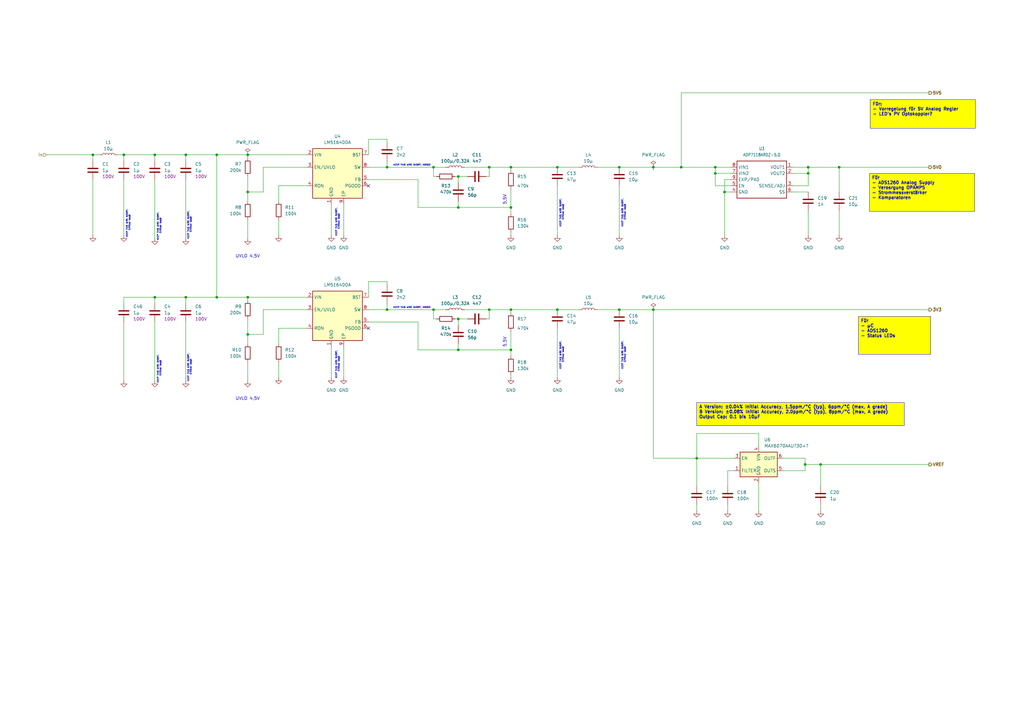
<source format=kicad_sch>
(kicad_sch
	(version 20231120)
	(generator "eeschema")
	(generator_version "8.0")
	(uuid "0a71412d-9bfe-4591-ab18-4fda89efb97a")
	(paper "A3")
	(lib_symbols
		(symbol "Device:C"
			(pin_numbers hide)
			(pin_names
				(offset 0.254)
			)
			(exclude_from_sim no)
			(in_bom yes)
			(on_board yes)
			(property "Reference" "C"
				(at 0.635 2.54 0)
				(effects
					(font
						(size 1.27 1.27)
					)
					(justify left)
				)
			)
			(property "Value" "C"
				(at 0.635 -2.54 0)
				(effects
					(font
						(size 1.27 1.27)
					)
					(justify left)
				)
			)
			(property "Footprint" ""
				(at 0.9652 -3.81 0)
				(effects
					(font
						(size 1.27 1.27)
					)
					(hide yes)
				)
			)
			(property "Datasheet" "~"
				(at 0 0 0)
				(effects
					(font
						(size 1.27 1.27)
					)
					(hide yes)
				)
			)
			(property "Description" "Unpolarized capacitor"
				(at 0 0 0)
				(effects
					(font
						(size 1.27 1.27)
					)
					(hide yes)
				)
			)
			(property "ki_keywords" "cap capacitor"
				(at 0 0 0)
				(effects
					(font
						(size 1.27 1.27)
					)
					(hide yes)
				)
			)
			(property "ki_fp_filters" "C_*"
				(at 0 0 0)
				(effects
					(font
						(size 1.27 1.27)
					)
					(hide yes)
				)
			)
			(symbol "C_0_1"
				(polyline
					(pts
						(xy -2.032 -0.762) (xy 2.032 -0.762)
					)
					(stroke
						(width 0.508)
						(type default)
					)
					(fill
						(type none)
					)
				)
				(polyline
					(pts
						(xy -2.032 0.762) (xy 2.032 0.762)
					)
					(stroke
						(width 0.508)
						(type default)
					)
					(fill
						(type none)
					)
				)
			)
			(symbol "C_1_1"
				(pin passive line
					(at 0 3.81 270)
					(length 2.794)
					(name "~"
						(effects
							(font
								(size 1.27 1.27)
							)
						)
					)
					(number "1"
						(effects
							(font
								(size 1.27 1.27)
							)
						)
					)
				)
				(pin passive line
					(at 0 -3.81 90)
					(length 2.794)
					(name "~"
						(effects
							(font
								(size 1.27 1.27)
							)
						)
					)
					(number "2"
						(effects
							(font
								(size 1.27 1.27)
							)
						)
					)
				)
			)
		)
		(symbol "Device:L"
			(pin_numbers hide)
			(pin_names
				(offset 1.016) hide)
			(exclude_from_sim no)
			(in_bom yes)
			(on_board yes)
			(property "Reference" "L"
				(at -1.27 0 90)
				(effects
					(font
						(size 1.27 1.27)
					)
				)
			)
			(property "Value" "L"
				(at 1.905 0 90)
				(effects
					(font
						(size 1.27 1.27)
					)
				)
			)
			(property "Footprint" ""
				(at 0 0 0)
				(effects
					(font
						(size 1.27 1.27)
					)
					(hide yes)
				)
			)
			(property "Datasheet" "~"
				(at 0 0 0)
				(effects
					(font
						(size 1.27 1.27)
					)
					(hide yes)
				)
			)
			(property "Description" "Inductor"
				(at 0 0 0)
				(effects
					(font
						(size 1.27 1.27)
					)
					(hide yes)
				)
			)
			(property "ki_keywords" "inductor choke coil reactor magnetic"
				(at 0 0 0)
				(effects
					(font
						(size 1.27 1.27)
					)
					(hide yes)
				)
			)
			(property "ki_fp_filters" "Choke_* *Coil* Inductor_* L_*"
				(at 0 0 0)
				(effects
					(font
						(size 1.27 1.27)
					)
					(hide yes)
				)
			)
			(symbol "L_0_1"
				(arc
					(start 0 -2.54)
					(mid 0.6323 -1.905)
					(end 0 -1.27)
					(stroke
						(width 0)
						(type default)
					)
					(fill
						(type none)
					)
				)
				(arc
					(start 0 -1.27)
					(mid 0.6323 -0.635)
					(end 0 0)
					(stroke
						(width 0)
						(type default)
					)
					(fill
						(type none)
					)
				)
				(arc
					(start 0 0)
					(mid 0.6323 0.635)
					(end 0 1.27)
					(stroke
						(width 0)
						(type default)
					)
					(fill
						(type none)
					)
				)
				(arc
					(start 0 1.27)
					(mid 0.6323 1.905)
					(end 0 2.54)
					(stroke
						(width 0)
						(type default)
					)
					(fill
						(type none)
					)
				)
			)
			(symbol "L_1_1"
				(pin passive line
					(at 0 3.81 270)
					(length 1.27)
					(name "1"
						(effects
							(font
								(size 1.27 1.27)
							)
						)
					)
					(number "1"
						(effects
							(font
								(size 1.27 1.27)
							)
						)
					)
				)
				(pin passive line
					(at 0 -3.81 90)
					(length 1.27)
					(name "2"
						(effects
							(font
								(size 1.27 1.27)
							)
						)
					)
					(number "2"
						(effects
							(font
								(size 1.27 1.27)
							)
						)
					)
				)
			)
		)
		(symbol "Device:R"
			(pin_numbers hide)
			(pin_names
				(offset 0)
			)
			(exclude_from_sim no)
			(in_bom yes)
			(on_board yes)
			(property "Reference" "R"
				(at 2.032 0 90)
				(effects
					(font
						(size 1.27 1.27)
					)
				)
			)
			(property "Value" "R"
				(at 0 0 90)
				(effects
					(font
						(size 1.27 1.27)
					)
				)
			)
			(property "Footprint" ""
				(at -1.778 0 90)
				(effects
					(font
						(size 1.27 1.27)
					)
					(hide yes)
				)
			)
			(property "Datasheet" "~"
				(at 0 0 0)
				(effects
					(font
						(size 1.27 1.27)
					)
					(hide yes)
				)
			)
			(property "Description" "Resistor"
				(at 0 0 0)
				(effects
					(font
						(size 1.27 1.27)
					)
					(hide yes)
				)
			)
			(property "ki_keywords" "R res resistor"
				(at 0 0 0)
				(effects
					(font
						(size 1.27 1.27)
					)
					(hide yes)
				)
			)
			(property "ki_fp_filters" "R_*"
				(at 0 0 0)
				(effects
					(font
						(size 1.27 1.27)
					)
					(hide yes)
				)
			)
			(symbol "R_0_1"
				(rectangle
					(start -1.016 -2.54)
					(end 1.016 2.54)
					(stroke
						(width 0.254)
						(type default)
					)
					(fill
						(type none)
					)
				)
			)
			(symbol "R_1_1"
				(pin passive line
					(at 0 3.81 270)
					(length 1.27)
					(name "~"
						(effects
							(font
								(size 1.27 1.27)
							)
						)
					)
					(number "1"
						(effects
							(font
								(size 1.27 1.27)
							)
						)
					)
				)
				(pin passive line
					(at 0 -3.81 90)
					(length 1.27)
					(name "~"
						(effects
							(font
								(size 1.27 1.27)
							)
						)
					)
					(number "2"
						(effects
							(font
								(size 1.27 1.27)
							)
						)
					)
				)
			)
		)
		(symbol "Reference_Voltage:MAX6070BAUT30+T"
			(exclude_from_sim no)
			(in_bom yes)
			(on_board yes)
			(property "Reference" "U"
				(at 1.27 8.89 0)
				(effects
					(font
						(size 1.27 1.27)
					)
					(justify left)
				)
			)
			(property "Value" "MAX6070BAUT30+T"
				(at 1.27 6.35 0)
				(effects
					(font
						(size 1.27 1.27)
						(italic yes)
					)
					(justify left)
				)
			)
			(property "Footprint" "Package_TO_SOT_SMD:SOT-23-6"
				(at 1.27 -7.62 0)
				(effects
					(font
						(size 1.27 1.27)
						(italic yes)
					)
					(justify left)
					(hide yes)
				)
			)
			(property "Datasheet" "https://www.analog.com/media/en/technical-documentation/data-sheets/MAX6070-MAX6071.pdf"
				(at 0 0 0)
				(effects
					(font
						(size 1.27 1.27)
						(italic yes)
					)
					(hide yes)
				)
			)
			(property "Description" "Low-Noise, High-Precision Series Voltage Reference, 3V, ±0.08% initial accuracy, SOT-23-6"
				(at 0 0 0)
				(effects
					(font
						(size 1.27 1.27)
					)
					(hide yes)
				)
			)
			(property "ki_keywords" "Low Noise Precision Voltage Reference"
				(at 0 0 0)
				(effects
					(font
						(size 1.27 1.27)
					)
					(hide yes)
				)
			)
			(property "ki_fp_filters" "SOT?23*"
				(at 0 0 0)
				(effects
					(font
						(size 1.27 1.27)
					)
					(hide yes)
				)
			)
			(symbol "MAX6070BAUT30+T_0_1"
				(rectangle
					(start -7.62 5.08)
					(end 7.62 -5.08)
					(stroke
						(width 0.254)
						(type solid)
					)
					(fill
						(type background)
					)
				)
			)
			(symbol "MAX6070BAUT30+T_1_1"
				(pin passive line
					(at -10.16 -2.54 0)
					(length 2.54)
					(name "FILTER"
						(effects
							(font
								(size 1.27 1.27)
							)
						)
					)
					(number "1"
						(effects
							(font
								(size 1.27 1.27)
							)
						)
					)
				)
				(pin power_in line
					(at 0 -7.62 90)
					(length 2.54)
					(name "GND"
						(effects
							(font
								(size 1.27 1.27)
							)
						)
					)
					(number "2"
						(effects
							(font
								(size 1.27 1.27)
							)
						)
					)
				)
				(pin input line
					(at -10.16 2.54 0)
					(length 2.54)
					(name "EN"
						(effects
							(font
								(size 1.27 1.27)
							)
						)
					)
					(number "3"
						(effects
							(font
								(size 1.27 1.27)
							)
						)
					)
				)
				(pin power_in line
					(at 0 7.62 270)
					(length 2.54)
					(name "VIN"
						(effects
							(font
								(size 1.27 1.27)
							)
						)
					)
					(number "4"
						(effects
							(font
								(size 1.27 1.27)
							)
						)
					)
				)
				(pin input line
					(at 10.16 -2.54 180)
					(length 2.54)
					(name "OUTS"
						(effects
							(font
								(size 1.27 1.27)
							)
						)
					)
					(number "5"
						(effects
							(font
								(size 1.27 1.27)
							)
						)
					)
				)
				(pin output line
					(at 10.16 2.54 180)
					(length 2.54)
					(name "OUTF"
						(effects
							(font
								(size 1.27 1.27)
							)
						)
					)
					(number "6"
						(effects
							(font
								(size 1.27 1.27)
							)
						)
					)
				)
			)
		)
		(symbol "Regulator_Switching:LM5164DDA"
			(exclude_from_sim no)
			(in_bom yes)
			(on_board yes)
			(property "Reference" "U"
				(at -8.89 11.43 0)
				(effects
					(font
						(size 1.27 1.27)
					)
				)
			)
			(property "Value" "LM5164DDA"
				(at 5.08 11.43 0)
				(effects
					(font
						(size 1.27 1.27)
					)
				)
			)
			(property "Footprint" "Package_SO:HSOP-8-1EP_3.9x4.9mm_P1.27mm_EP2.41x3.1mm_ThermalVias"
				(at 1.27 -11.43 0)
				(effects
					(font
						(size 1.27 1.27)
					)
					(hide yes)
				)
			)
			(property "Datasheet" "https://www.ti.com/lit/ds/symlink/lm5164.pdf?ts=1598311864250&ref_url=https%253A%252F%252Fwww.ti.com%252Fproduct%252FLM5164%253FHQS%253DTI-null-null-octopart-df-pf-null-wwe"
				(at -7.62 8.89 0)
				(effects
					(font
						(size 1.27 1.27)
					)
					(hide yes)
				)
			)
			(property "Description" "1A synchronous buck converter with ultra-low IQ, 6V - 100V input, adjustable output voltage, HSOP-8"
				(at 0 0 0)
				(effects
					(font
						(size 1.27 1.27)
					)
					(hide yes)
				)
			)
			(property "ki_keywords" "step-down dc-dc buck regulator adjustable"
				(at 0 0 0)
				(effects
					(font
						(size 1.27 1.27)
					)
					(hide yes)
				)
			)
			(property "ki_fp_filters" "HSOP*1EP*3.9x4.9*P1.27mm*"
				(at 0 0 0)
				(effects
					(font
						(size 1.27 1.27)
					)
					(hide yes)
				)
			)
			(symbol "LM5164DDA_1_1"
				(rectangle
					(start -10.16 10.16)
					(end 10.16 -10.16)
					(stroke
						(width 0.254)
						(type default)
					)
					(fill
						(type background)
					)
				)
				(pin power_in line
					(at -2.54 -12.7 90)
					(length 2.54)
					(name "GND"
						(effects
							(font
								(size 1.27 1.27)
							)
						)
					)
					(number "1"
						(effects
							(font
								(size 1.27 1.27)
							)
						)
					)
				)
				(pin power_in line
					(at -12.7 7.62 0)
					(length 2.54)
					(name "VIN"
						(effects
							(font
								(size 1.27 1.27)
							)
						)
					)
					(number "2"
						(effects
							(font
								(size 1.27 1.27)
							)
						)
					)
				)
				(pin input line
					(at -12.7 2.54 0)
					(length 2.54)
					(name "EN/UVLO"
						(effects
							(font
								(size 1.27 1.27)
							)
						)
					)
					(number "3"
						(effects
							(font
								(size 1.27 1.27)
							)
						)
					)
				)
				(pin passive line
					(at -12.7 -5.08 0)
					(length 2.54)
					(name "RON"
						(effects
							(font
								(size 1.27 1.27)
							)
						)
					)
					(number "4"
						(effects
							(font
								(size 1.27 1.27)
							)
						)
					)
				)
				(pin input line
					(at 12.7 -2.54 180)
					(length 2.54)
					(name "FB"
						(effects
							(font
								(size 1.27 1.27)
							)
						)
					)
					(number "5"
						(effects
							(font
								(size 1.27 1.27)
							)
						)
					)
				)
				(pin open_collector line
					(at 12.7 -5.08 180)
					(length 2.54)
					(name "PGOOD"
						(effects
							(font
								(size 1.27 1.27)
							)
						)
					)
					(number "6"
						(effects
							(font
								(size 1.27 1.27)
							)
						)
					)
				)
				(pin passive line
					(at 12.7 7.62 180)
					(length 2.54)
					(name "BST"
						(effects
							(font
								(size 1.27 1.27)
							)
						)
					)
					(number "7"
						(effects
							(font
								(size 1.27 1.27)
							)
						)
					)
				)
				(pin power_out line
					(at 12.7 2.54 180)
					(length 2.54)
					(name "SW"
						(effects
							(font
								(size 1.27 1.27)
							)
						)
					)
					(number "8"
						(effects
							(font
								(size 1.27 1.27)
							)
						)
					)
				)
				(pin passive line
					(at 2.54 -12.7 90)
					(length 2.54)
					(name "EP"
						(effects
							(font
								(size 1.27 1.27)
							)
						)
					)
					(number "9"
						(effects
							(font
								(size 1.27 1.27)
							)
						)
					)
				)
			)
		)
		(symbol "myGreenMeterLibInport:ADP7118_ADP7118"
			(exclude_from_sim no)
			(in_bom yes)
			(on_board yes)
			(property "Reference" "IC"
				(at 2.54 10.16 0)
				(effects
					(font
						(size 1.27 1.0795)
					)
					(justify left bottom)
				)
			)
			(property "Value" ""
				(at 2.54 -10.16 0)
				(effects
					(font
						(size 1.27 1.0795)
					)
					(justify left bottom)
				)
			)
			(property "Footprint" "greenMeter_v3:ADP7118_SOIC8"
				(at 0 0 0)
				(effects
					(font
						(size 1.27 1.27)
					)
					(hide yes)
				)
			)
			(property "Datasheet" ""
				(at 0 0 0)
				(effects
					(font
						(size 1.27 1.27)
					)
					(hide yes)
				)
			)
			(property "Description" ""
				(at 0 0 0)
				(effects
					(font
						(size 1.27 1.27)
					)
					(hide yes)
				)
			)
			(property "ki_locked" ""
				(at 0 0 0)
				(effects
					(font
						(size 1.27 1.27)
					)
				)
			)
			(symbol "ADP7118_ADP7118_1_0"
				(polyline
					(pts
						(xy -10.16 -7.62) (xy -10.16 7.62)
					)
					(stroke
						(width 0.254)
						(type solid)
					)
					(fill
						(type none)
					)
				)
				(polyline
					(pts
						(xy -10.16 7.62) (xy 10.16 7.62)
					)
					(stroke
						(width 0.254)
						(type solid)
					)
					(fill
						(type none)
					)
				)
				(polyline
					(pts
						(xy 10.16 -7.62) (xy -10.16 -7.62)
					)
					(stroke
						(width 0.254)
						(type solid)
					)
					(fill
						(type none)
					)
				)
				(polyline
					(pts
						(xy 10.16 7.62) (xy 10.16 -7.62)
					)
					(stroke
						(width 0.254)
						(type solid)
					)
					(fill
						(type none)
					)
				)
				(pin power_out line
					(at 12.7 5.08 180)
					(length 2.54)
					(name "VOUT1"
						(effects
							(font
								(size 1.27 1.27)
							)
						)
					)
					(number "1"
						(effects
							(font
								(size 1.27 1.27)
							)
						)
					)
				)
				(pin power_out line
					(at 12.7 2.54 180)
					(length 2.54)
					(name "VOUT2"
						(effects
							(font
								(size 1.27 1.27)
							)
						)
					)
					(number "2"
						(effects
							(font
								(size 1.27 1.27)
							)
						)
					)
				)
				(pin passive line
					(at 12.7 -2.54 180)
					(length 2.54)
					(name "SENSE/ADJ"
						(effects
							(font
								(size 1.27 1.27)
							)
						)
					)
					(number "3"
						(effects
							(font
								(size 1.27 1.27)
							)
						)
					)
				)
				(pin power_in line
					(at -12.7 -5.08 0)
					(length 2.54)
					(name "GND"
						(effects
							(font
								(size 1.27 1.27)
							)
						)
					)
					(number "4"
						(effects
							(font
								(size 1.27 1.27)
							)
						)
					)
				)
				(pin input line
					(at -12.7 -2.54 0)
					(length 2.54)
					(name "EN"
						(effects
							(font
								(size 1.27 1.27)
							)
						)
					)
					(number "5"
						(effects
							(font
								(size 1.27 1.27)
							)
						)
					)
				)
				(pin passive line
					(at 12.7 -5.08 180)
					(length 2.54)
					(name "SS"
						(effects
							(font
								(size 1.27 1.27)
							)
						)
					)
					(number "6"
						(effects
							(font
								(size 1.27 1.27)
							)
						)
					)
				)
				(pin power_in line
					(at -12.7 2.54 0)
					(length 2.54)
					(name "VIN2"
						(effects
							(font
								(size 1.27 1.27)
							)
						)
					)
					(number "7"
						(effects
							(font
								(size 1.27 1.27)
							)
						)
					)
				)
				(pin power_in line
					(at -12.7 5.08 0)
					(length 2.54)
					(name "VIN1"
						(effects
							(font
								(size 1.27 1.27)
							)
						)
					)
					(number "8"
						(effects
							(font
								(size 1.27 1.27)
							)
						)
					)
				)
				(pin power_in line
					(at -12.7 0 0)
					(length 2.54)
					(name "EXP/PAD"
						(effects
							(font
								(size 1.27 1.27)
							)
						)
					)
					(number "9"
						(effects
							(font
								(size 1.27 1.27)
							)
						)
					)
				)
			)
		)
		(symbol "power:GND"
			(power)
			(pin_numbers hide)
			(pin_names
				(offset 0) hide)
			(exclude_from_sim no)
			(in_bom yes)
			(on_board yes)
			(property "Reference" "#PWR"
				(at 0 -6.35 0)
				(effects
					(font
						(size 1.27 1.27)
					)
					(hide yes)
				)
			)
			(property "Value" "GND"
				(at 0 -3.81 0)
				(effects
					(font
						(size 1.27 1.27)
					)
				)
			)
			(property "Footprint" ""
				(at 0 0 0)
				(effects
					(font
						(size 1.27 1.27)
					)
					(hide yes)
				)
			)
			(property "Datasheet" ""
				(at 0 0 0)
				(effects
					(font
						(size 1.27 1.27)
					)
					(hide yes)
				)
			)
			(property "Description" "Power symbol creates a global label with name \"GND\" , ground"
				(at 0 0 0)
				(effects
					(font
						(size 1.27 1.27)
					)
					(hide yes)
				)
			)
			(property "ki_keywords" "global power"
				(at 0 0 0)
				(effects
					(font
						(size 1.27 1.27)
					)
					(hide yes)
				)
			)
			(symbol "GND_0_1"
				(polyline
					(pts
						(xy 0 0) (xy 0 -1.27) (xy 1.27 -1.27) (xy 0 -2.54) (xy -1.27 -1.27) (xy 0 -1.27)
					)
					(stroke
						(width 0)
						(type default)
					)
					(fill
						(type none)
					)
				)
			)
			(symbol "GND_1_1"
				(pin power_in line
					(at 0 0 270)
					(length 0)
					(name "~"
						(effects
							(font
								(size 1.27 1.27)
							)
						)
					)
					(number "1"
						(effects
							(font
								(size 1.27 1.27)
							)
						)
					)
				)
			)
		)
		(symbol "power:PWR_FLAG"
			(power)
			(pin_numbers hide)
			(pin_names
				(offset 0) hide)
			(exclude_from_sim no)
			(in_bom yes)
			(on_board yes)
			(property "Reference" "#FLG"
				(at 0 1.905 0)
				(effects
					(font
						(size 1.27 1.27)
					)
					(hide yes)
				)
			)
			(property "Value" "PWR_FLAG"
				(at 0 3.81 0)
				(effects
					(font
						(size 1.27 1.27)
					)
				)
			)
			(property "Footprint" ""
				(at 0 0 0)
				(effects
					(font
						(size 1.27 1.27)
					)
					(hide yes)
				)
			)
			(property "Datasheet" "~"
				(at 0 0 0)
				(effects
					(font
						(size 1.27 1.27)
					)
					(hide yes)
				)
			)
			(property "Description" "Special symbol for telling ERC where power comes from"
				(at 0 0 0)
				(effects
					(font
						(size 1.27 1.27)
					)
					(hide yes)
				)
			)
			(property "ki_keywords" "flag power"
				(at 0 0 0)
				(effects
					(font
						(size 1.27 1.27)
					)
					(hide yes)
				)
			)
			(symbol "PWR_FLAG_0_0"
				(pin power_out line
					(at 0 0 90)
					(length 0)
					(name "~"
						(effects
							(font
								(size 1.27 1.27)
							)
						)
					)
					(number "1"
						(effects
							(font
								(size 1.27 1.27)
							)
						)
					)
				)
			)
			(symbol "PWR_FLAG_0_1"
				(polyline
					(pts
						(xy 0 0) (xy 0 1.27) (xy -1.016 1.905) (xy 0 2.54) (xy 1.016 1.905) (xy 0 1.27)
					)
					(stroke
						(width 0)
						(type default)
					)
					(fill
						(type none)
					)
				)
			)
		)
	)
	(junction
		(at 267.97 68.58)
		(diameter 0)
		(color 0 0 0 0)
		(uuid "017310b7-a31c-4894-8ef6-546f6b96f711")
	)
	(junction
		(at 254 127)
		(diameter 0)
		(color 0 0 0 0)
		(uuid "01f43722-8fb0-4310-9391-6ea9a320ecc4")
	)
	(junction
		(at 88.9 121.92)
		(diameter 0)
		(color 0 0 0 0)
		(uuid "0a8750d6-9767-4e83-8d9e-2e7080fdeac8")
	)
	(junction
		(at 63.5 63.5)
		(diameter 0)
		(color 0 0 0 0)
		(uuid "13436fe3-550b-49a4-8108-cc5173267ae0")
	)
	(junction
		(at 200.66 127)
		(diameter 0)
		(color 0 0 0 0)
		(uuid "19da22f2-45e0-4e14-b3ba-6aad8612bcc1")
	)
	(junction
		(at 101.6 63.5)
		(diameter 0)
		(color 0 0 0 0)
		(uuid "1a75a511-0a62-4e55-a243-4397e35507a8")
	)
	(junction
		(at 330.2 190.5)
		(diameter 0)
		(color 0 0 0 0)
		(uuid "1b0780b5-3b76-4e2c-93d1-207491aefbae")
	)
	(junction
		(at 187.96 143.51)
		(diameter 0)
		(color 0 0 0 0)
		(uuid "1c72f919-3fe2-4ff8-aa42-41145651e968")
	)
	(junction
		(at 63.5 121.92)
		(diameter 0)
		(color 0 0 0 0)
		(uuid "29e8d28d-da57-47d9-9411-86f539da8f4c")
	)
	(junction
		(at 38.1 63.5)
		(diameter 0)
		(color 0 0 0 0)
		(uuid "2e9b781b-5741-4632-b2c9-3d67e10261e2")
	)
	(junction
		(at 209.55 127)
		(diameter 0)
		(color 0 0 0 0)
		(uuid "38ab6831-374a-403f-9802-4c31caafd4c8")
	)
	(junction
		(at 293.37 71.12)
		(diameter 0)
		(color 0 0 0 0)
		(uuid "40df898a-4676-4cf0-afd3-0d63df4e347f")
	)
	(junction
		(at 209.55 85.09)
		(diameter 0)
		(color 0 0 0 0)
		(uuid "40f65a3e-f21d-49c4-b17e-266f7aab54ec")
	)
	(junction
		(at 177.8 68.58)
		(diameter 0)
		(color 0 0 0 0)
		(uuid "4476a6cc-36d1-4d9f-9172-1cf9a0b4eaf1")
	)
	(junction
		(at 101.6 121.92)
		(diameter 0)
		(color 0 0 0 0)
		(uuid "4ce10989-c312-4481-a8a2-5cacace08491")
	)
	(junction
		(at 158.75 127)
		(diameter 0)
		(color 0 0 0 0)
		(uuid "4eb250b9-cb0b-4619-8d19-658356e94a2e")
	)
	(junction
		(at 279.4 68.58)
		(diameter 0)
		(color 0 0 0 0)
		(uuid "5c059de0-1503-4438-bbdb-663d869cc96f")
	)
	(junction
		(at 76.2 121.92)
		(diameter 0)
		(color 0 0 0 0)
		(uuid "5f99332a-f012-4c79-8952-af95471987b0")
	)
	(junction
		(at 158.75 68.58)
		(diameter 0)
		(color 0 0 0 0)
		(uuid "62d560d2-1370-4c39-8ee7-82a33bc59572")
	)
	(junction
		(at 209.55 143.51)
		(diameter 0)
		(color 0 0 0 0)
		(uuid "6caa046d-bf22-49dd-b57a-800e4c800822")
	)
	(junction
		(at 336.55 190.5)
		(diameter 0)
		(color 0 0 0 0)
		(uuid "6e23ea4b-8e91-455b-a12c-c6ac5e3720d3")
	)
	(junction
		(at 187.96 85.09)
		(diameter 0)
		(color 0 0 0 0)
		(uuid "6ec7647c-27e4-4345-9829-d39ccfc10967")
	)
	(junction
		(at 297.18 78.74)
		(diameter 0)
		(color 0 0 0 0)
		(uuid "75dcabb4-aea8-4c2c-9e07-5f6f5fe14194")
	)
	(junction
		(at 187.96 72.39)
		(diameter 0)
		(color 0 0 0 0)
		(uuid "7852bf91-e3ba-40ee-ab94-9ea1dbfc1f49")
	)
	(junction
		(at 331.47 68.58)
		(diameter 0)
		(color 0 0 0 0)
		(uuid "7bae1c6c-297e-4799-a12d-2551e354a414")
	)
	(junction
		(at 88.9 63.5)
		(diameter 0)
		(color 0 0 0 0)
		(uuid "82e2a1f6-a5c8-4ee6-8571-7e632e890bed")
	)
	(junction
		(at 228.6 68.58)
		(diameter 0)
		(color 0 0 0 0)
		(uuid "867bebcc-6181-4c1f-8f2d-bfe76ff0971e")
	)
	(junction
		(at 344.17 68.58)
		(diameter 0)
		(color 0 0 0 0)
		(uuid "867d503a-fc04-4b5f-a3af-ea064dfa8024")
	)
	(junction
		(at 209.55 68.58)
		(diameter 0)
		(color 0 0 0 0)
		(uuid "8b65674b-534c-4790-bd65-3b6eb8b2d3f2")
	)
	(junction
		(at 331.47 71.12)
		(diameter 0)
		(color 0 0 0 0)
		(uuid "9354e4e1-abc5-4d02-9116-50982e1f23f3")
	)
	(junction
		(at 254 68.58)
		(diameter 0)
		(color 0 0 0 0)
		(uuid "941875c4-8c61-435e-b697-e23657faa806")
	)
	(junction
		(at 101.6 137.16)
		(diameter 0)
		(color 0 0 0 0)
		(uuid "9493a80e-738e-406a-b29a-994f54bd4642")
	)
	(junction
		(at 285.75 187.96)
		(diameter 0)
		(color 0 0 0 0)
		(uuid "b00fa211-b538-4512-82d9-8eb06fbdb66e")
	)
	(junction
		(at 267.97 127)
		(diameter 0)
		(color 0 0 0 0)
		(uuid "b6053727-fa8a-47aa-8abf-999714c80774")
	)
	(junction
		(at 293.37 68.58)
		(diameter 0)
		(color 0 0 0 0)
		(uuid "c0fdcc03-79bd-4706-ad65-d9e5f2dc4bde")
	)
	(junction
		(at 200.66 68.58)
		(diameter 0)
		(color 0 0 0 0)
		(uuid "c4eb1559-0185-44ee-b1e5-e862a74dfc30")
	)
	(junction
		(at 101.6 78.74)
		(diameter 0)
		(color 0 0 0 0)
		(uuid "c5e39b3d-7318-4ad3-8d41-6be422012d87")
	)
	(junction
		(at 187.96 130.81)
		(diameter 0)
		(color 0 0 0 0)
		(uuid "d1f1df3d-8472-4357-b971-315b6b3fe3da")
	)
	(junction
		(at 177.8 127)
		(diameter 0)
		(color 0 0 0 0)
		(uuid "e8087ebd-fd67-4e8d-a9c5-cd59cac22eb7")
	)
	(junction
		(at 50.8 63.5)
		(diameter 0)
		(color 0 0 0 0)
		(uuid "f070e1c2-29da-4a22-8e06-2e563d41fc0f")
	)
	(junction
		(at 76.2 63.5)
		(diameter 0)
		(color 0 0 0 0)
		(uuid "fa8098ca-e1dd-4648-b572-42b83004226a")
	)
	(junction
		(at 228.6 127)
		(diameter 0)
		(color 0 0 0 0)
		(uuid "fcc7690c-8fdc-4f10-92c7-e21877b4d74c")
	)
	(no_connect
		(at 151.13 134.62)
		(uuid "2bf214e5-1846-47a9-8221-a93adfc18e03")
	)
	(no_connect
		(at 151.13 76.2)
		(uuid "ebe1d9c1-63c1-4118-be86-d4f96c55c321")
	)
	(wire
		(pts
			(xy 63.5 73.66) (xy 63.5 97.79)
		)
		(stroke
			(width 0)
			(type default)
		)
		(uuid "0013036f-53ae-4a93-a82d-2ba9ce9bb8b4")
	)
	(wire
		(pts
			(xy 101.6 78.74) (xy 107.95 78.74)
		)
		(stroke
			(width 0)
			(type default)
		)
		(uuid "0157fa22-29dd-416c-872f-89b60b7000ef")
	)
	(wire
		(pts
			(xy 114.3 140.97) (xy 114.3 134.62)
		)
		(stroke
			(width 0)
			(type default)
		)
		(uuid "05a63dcd-5245-4bc6-8e95-f002c5fc186e")
	)
	(wire
		(pts
			(xy 228.6 76.2) (xy 228.6 96.52)
		)
		(stroke
			(width 0)
			(type default)
		)
		(uuid "10885635-e653-4692-b98a-ca5dd4e6d9b5")
	)
	(wire
		(pts
			(xy 293.37 71.12) (xy 299.72 71.12)
		)
		(stroke
			(width 0)
			(type default)
		)
		(uuid "10f39506-4fa3-41c7-8431-6580ffec400a")
	)
	(wire
		(pts
			(xy 19.05 63.5) (xy 38.1 63.5)
		)
		(stroke
			(width 0)
			(type default)
		)
		(uuid "115e23db-fb79-49c6-aafe-fb0a10f3d891")
	)
	(wire
		(pts
			(xy 254 68.58) (xy 267.97 68.58)
		)
		(stroke
			(width 0)
			(type default)
		)
		(uuid "1c5e2149-2e2f-4dc9-b50e-8549935d0263")
	)
	(wire
		(pts
			(xy 158.75 127) (xy 177.8 127)
		)
		(stroke
			(width 0)
			(type default)
		)
		(uuid "1ca2de98-f272-42c8-8bd0-e747cac9c9a1")
	)
	(wire
		(pts
			(xy 285.75 207.01) (xy 285.75 209.55)
		)
		(stroke
			(width 0)
			(type default)
		)
		(uuid "1cbfd99c-f143-4ab6-b5fe-51cb215db219")
	)
	(wire
		(pts
			(xy 63.5 132.08) (xy 63.5 156.21)
		)
		(stroke
			(width 0)
			(type default)
		)
		(uuid "1ed91df9-2b3c-44fb-a07b-89df7ace5972")
	)
	(wire
		(pts
			(xy 228.6 134.62) (xy 228.6 154.94)
		)
		(stroke
			(width 0)
			(type default)
		)
		(uuid "1ef42a40-c7c0-4375-869b-017780f94c61")
	)
	(wire
		(pts
			(xy 331.47 76.2) (xy 331.47 71.12)
		)
		(stroke
			(width 0)
			(type default)
		)
		(uuid "1f66e761-e789-4102-ae5e-a0bf0b28bcec")
	)
	(wire
		(pts
			(xy 187.96 130.81) (xy 187.96 133.35)
		)
		(stroke
			(width 0)
			(type default)
		)
		(uuid "2154caed-f685-46a0-a250-c4c21a6bdbe1")
	)
	(wire
		(pts
			(xy 151.13 68.58) (xy 158.75 68.58)
		)
		(stroke
			(width 0)
			(type default)
		)
		(uuid "215d5143-5d7a-45d9-8705-1c5f806bf29d")
	)
	(wire
		(pts
			(xy 285.75 177.8) (xy 311.15 177.8)
		)
		(stroke
			(width 0)
			(type default)
		)
		(uuid "259c6a90-6bf7-4b22-bdc7-bd31cc699ef1")
	)
	(wire
		(pts
			(xy 38.1 73.66) (xy 38.1 96.52)
		)
		(stroke
			(width 0)
			(type default)
		)
		(uuid "26cfabe4-01ef-4f44-b358-2b30a29f9327")
	)
	(wire
		(pts
			(xy 101.6 148.59) (xy 101.6 156.21)
		)
		(stroke
			(width 0)
			(type default)
		)
		(uuid "27806db4-39cb-49f7-bcc8-42f1aa3a3275")
	)
	(wire
		(pts
			(xy 209.55 143.51) (xy 209.55 146.05)
		)
		(stroke
			(width 0)
			(type default)
		)
		(uuid "2a896553-a28e-4216-88ae-5a025a10df0b")
	)
	(wire
		(pts
			(xy 209.55 77.47) (xy 209.55 85.09)
		)
		(stroke
			(width 0)
			(type default)
		)
		(uuid "2b687f15-429d-4c85-8ca3-38276c0acfa0")
	)
	(wire
		(pts
			(xy 76.2 63.5) (xy 76.2 66.04)
		)
		(stroke
			(width 0)
			(type default)
		)
		(uuid "2c5dbf87-fd7f-4920-8b46-0d14d219e8b3")
	)
	(wire
		(pts
			(xy 267.97 127) (xy 267.97 187.96)
		)
		(stroke
			(width 0)
			(type default)
		)
		(uuid "2d76dcf1-7874-4f7c-b381-c636f3911e1b")
	)
	(wire
		(pts
			(xy 321.31 187.96) (xy 330.2 187.96)
		)
		(stroke
			(width 0)
			(type default)
		)
		(uuid "30843ef4-37ab-4bc2-b0a9-1468f7ee4590")
	)
	(wire
		(pts
			(xy 135.89 142.24) (xy 135.89 154.94)
		)
		(stroke
			(width 0)
			(type default)
		)
		(uuid "3095d4ba-632d-4632-b97f-5be4eea175d6")
	)
	(wire
		(pts
			(xy 311.15 182.88) (xy 311.15 177.8)
		)
		(stroke
			(width 0)
			(type default)
		)
		(uuid "331e8f59-6a59-4ba8-bd5e-baff0190a03d")
	)
	(wire
		(pts
			(xy 209.55 69.85) (xy 209.55 68.58)
		)
		(stroke
			(width 0)
			(type default)
		)
		(uuid "34712ed2-1b02-4c1e-ab23-ef78b0b80721")
	)
	(wire
		(pts
			(xy 107.95 127) (xy 107.95 137.16)
		)
		(stroke
			(width 0)
			(type default)
		)
		(uuid "35c5fd3c-5f83-40e1-b046-3bb7dbce7e0d")
	)
	(wire
		(pts
			(xy 200.66 68.58) (xy 190.5 68.58)
		)
		(stroke
			(width 0)
			(type default)
		)
		(uuid "368a36c6-d685-42c3-bd41-4d07d9b5e3da")
	)
	(wire
		(pts
			(xy 101.6 121.92) (xy 101.6 123.19)
		)
		(stroke
			(width 0)
			(type default)
		)
		(uuid "39da4e50-7cd4-4266-aab2-91d613057f0d")
	)
	(wire
		(pts
			(xy 209.55 85.09) (xy 209.55 87.63)
		)
		(stroke
			(width 0)
			(type default)
		)
		(uuid "3b780d5f-5bb3-43ea-92e4-84cc2e4a9020")
	)
	(wire
		(pts
			(xy 151.13 57.15) (xy 151.13 63.5)
		)
		(stroke
			(width 0)
			(type default)
		)
		(uuid "3bf18eec-ff5a-498e-b7b4-8e824e4cd7a8")
	)
	(wire
		(pts
			(xy 297.18 78.74) (xy 297.18 96.52)
		)
		(stroke
			(width 0)
			(type default)
		)
		(uuid "3dc2fba2-a5c0-487d-8364-b05228eb1178")
	)
	(wire
		(pts
			(xy 187.96 72.39) (xy 191.77 72.39)
		)
		(stroke
			(width 0)
			(type default)
		)
		(uuid "41406e39-0837-4ca9-a2d6-c15340dc42da")
	)
	(wire
		(pts
			(xy 187.96 140.97) (xy 187.96 143.51)
		)
		(stroke
			(width 0)
			(type default)
		)
		(uuid "45d9b3b7-7446-455c-95d5-875c6991e768")
	)
	(wire
		(pts
			(xy 209.55 153.67) (xy 209.55 154.94)
		)
		(stroke
			(width 0)
			(type default)
		)
		(uuid "4804e6d2-791d-4661-9b1b-d0ca1724c30a")
	)
	(wire
		(pts
			(xy 50.8 132.08) (xy 50.8 156.21)
		)
		(stroke
			(width 0)
			(type default)
		)
		(uuid "48ea960e-b4ec-46ac-a0e8-7118d9733735")
	)
	(wire
		(pts
			(xy 209.55 127) (xy 228.6 127)
		)
		(stroke
			(width 0)
			(type default)
		)
		(uuid "4b5924fc-c686-4f57-a97d-f1fe2f3be3d5")
	)
	(wire
		(pts
			(xy 228.6 127) (xy 237.49 127)
		)
		(stroke
			(width 0)
			(type default)
		)
		(uuid "4b59d096-b1b2-4f86-a6c0-92734aad6de1")
	)
	(wire
		(pts
			(xy 107.95 127) (xy 125.73 127)
		)
		(stroke
			(width 0)
			(type default)
		)
		(uuid "4b79f342-3be1-447b-8dba-e5b7f78bc32e")
	)
	(wire
		(pts
			(xy 171.45 143.51) (xy 171.45 132.08)
		)
		(stroke
			(width 0)
			(type default)
		)
		(uuid "4dcec276-68a0-4aec-9b5c-85b7ae6c9537")
	)
	(wire
		(pts
			(xy 321.31 193.04) (xy 330.2 193.04)
		)
		(stroke
			(width 0)
			(type default)
		)
		(uuid "4fe473c9-de17-42b5-b08d-1319d5b91c5a")
	)
	(wire
		(pts
			(xy 285.75 187.96) (xy 300.99 187.96)
		)
		(stroke
			(width 0)
			(type default)
		)
		(uuid "54b425c7-b2ea-4c3e-bffe-f37c4f61c0b1")
	)
	(wire
		(pts
			(xy 279.4 68.58) (xy 293.37 68.58)
		)
		(stroke
			(width 0)
			(type default)
		)
		(uuid "55a7e390-3071-4218-a845-696cacddd339")
	)
	(wire
		(pts
			(xy 177.8 127) (xy 177.8 130.81)
		)
		(stroke
			(width 0)
			(type default)
		)
		(uuid "55d74de2-23ef-41f1-9c1f-abd818e752e4")
	)
	(wire
		(pts
			(xy 186.69 130.81) (xy 187.96 130.81)
		)
		(stroke
			(width 0)
			(type default)
		)
		(uuid "58470ce7-d82c-46d6-90a7-5b236baaab3a")
	)
	(wire
		(pts
			(xy 200.66 68.58) (xy 209.55 68.58)
		)
		(stroke
			(width 0)
			(type default)
		)
		(uuid "5a3d4049-104b-4254-a6ad-5979a3ddc52d")
	)
	(wire
		(pts
			(xy 177.8 68.58) (xy 182.88 68.58)
		)
		(stroke
			(width 0)
			(type default)
		)
		(uuid "5a9c1502-c39a-4bec-9222-dbabff71b461")
	)
	(wire
		(pts
			(xy 187.96 130.81) (xy 191.77 130.81)
		)
		(stroke
			(width 0)
			(type default)
		)
		(uuid "5e01ad40-47fe-49ec-b675-0573928222e4")
	)
	(wire
		(pts
			(xy 325.12 78.74) (xy 331.47 78.74)
		)
		(stroke
			(width 0)
			(type default)
		)
		(uuid "5ec18e3f-3dbd-4178-8cc4-e061d2752f24")
	)
	(wire
		(pts
			(xy 299.72 73.66) (xy 297.18 73.66)
		)
		(stroke
			(width 0)
			(type default)
		)
		(uuid "60c505d6-a221-4904-90f6-1d9191df5f32")
	)
	(wire
		(pts
			(xy 38.1 63.5) (xy 38.1 66.04)
		)
		(stroke
			(width 0)
			(type default)
		)
		(uuid "617c1e45-5400-4daa-b880-05b442314318")
	)
	(wire
		(pts
			(xy 101.6 121.92) (xy 125.73 121.92)
		)
		(stroke
			(width 0)
			(type default)
		)
		(uuid "628b93c8-504d-4e71-8cd6-c802452aecc5")
	)
	(wire
		(pts
			(xy 200.66 127) (xy 190.5 127)
		)
		(stroke
			(width 0)
			(type default)
		)
		(uuid "642c6103-d24a-4341-8316-c85b5c45b5bc")
	)
	(wire
		(pts
			(xy 151.13 115.57) (xy 151.13 121.92)
		)
		(stroke
			(width 0)
			(type default)
		)
		(uuid "66571095-28c4-4161-a9ab-11bce144945e")
	)
	(wire
		(pts
			(xy 114.3 148.59) (xy 114.3 154.94)
		)
		(stroke
			(width 0)
			(type default)
		)
		(uuid "6674d948-2bdc-4291-b177-54f3f0cffe05")
	)
	(wire
		(pts
			(xy 331.47 68.58) (xy 344.17 68.58)
		)
		(stroke
			(width 0)
			(type default)
		)
		(uuid "69add8a7-5eba-421c-8d34-1d252bb1212e")
	)
	(wire
		(pts
			(xy 199.39 130.81) (xy 200.66 130.81)
		)
		(stroke
			(width 0)
			(type default)
		)
		(uuid "6aaada62-1e6f-40cd-9405-bc1c56df378e")
	)
	(wire
		(pts
			(xy 101.6 63.5) (xy 125.73 63.5)
		)
		(stroke
			(width 0)
			(type default)
		)
		(uuid "6b909a07-d3be-4bad-8867-e17f15f2e1ea")
	)
	(wire
		(pts
			(xy 331.47 71.12) (xy 331.47 68.58)
		)
		(stroke
			(width 0)
			(type default)
		)
		(uuid "6d8e12f1-7c50-41ae-8610-c3bff6109ab6")
	)
	(wire
		(pts
			(xy 187.96 143.51) (xy 171.45 143.51)
		)
		(stroke
			(width 0)
			(type default)
		)
		(uuid "6f18c50a-9c2b-448f-b5ad-94a258c371b7")
	)
	(wire
		(pts
			(xy 293.37 76.2) (xy 299.72 76.2)
		)
		(stroke
			(width 0)
			(type default)
		)
		(uuid "7201b557-e219-4cfc-ac27-5e73734bfe44")
	)
	(wire
		(pts
			(xy 50.8 63.5) (xy 50.8 66.04)
		)
		(stroke
			(width 0)
			(type default)
		)
		(uuid "74544583-f888-4137-b1eb-02bc71c3a71b")
	)
	(wire
		(pts
			(xy 101.6 90.17) (xy 101.6 97.79)
		)
		(stroke
			(width 0)
			(type default)
		)
		(uuid "74b54549-d97c-47be-a526-227670bb7799")
	)
	(wire
		(pts
			(xy 63.5 121.92) (xy 63.5 124.46)
		)
		(stroke
			(width 0)
			(type default)
		)
		(uuid "785efb97-eb1f-41c0-b5e2-1fb051de538b")
	)
	(wire
		(pts
			(xy 114.3 82.55) (xy 114.3 76.2)
		)
		(stroke
			(width 0)
			(type default)
		)
		(uuid "7880a945-108e-4ca3-abb1-e0ce1789b810")
	)
	(wire
		(pts
			(xy 101.6 72.39) (xy 101.6 78.74)
		)
		(stroke
			(width 0)
			(type default)
		)
		(uuid "79f7a482-7033-48fc-9e52-b0d13bd76292")
	)
	(wire
		(pts
			(xy 114.3 134.62) (xy 125.73 134.62)
		)
		(stroke
			(width 0)
			(type default)
		)
		(uuid "7c18327a-b97c-4ffa-935f-bf33ae04c25a")
	)
	(wire
		(pts
			(xy 151.13 127) (xy 158.75 127)
		)
		(stroke
			(width 0)
			(type default)
		)
		(uuid "7cc03cc4-be07-460d-802d-1ba198f218df")
	)
	(wire
		(pts
			(xy 107.95 68.58) (xy 125.73 68.58)
		)
		(stroke
			(width 0)
			(type default)
		)
		(uuid "801add18-a6a8-4c4b-8717-1989374493ed")
	)
	(wire
		(pts
			(xy 293.37 68.58) (xy 293.37 71.12)
		)
		(stroke
			(width 0)
			(type default)
		)
		(uuid "80c49178-358c-4bac-9b4e-be2672d3babe")
	)
	(wire
		(pts
			(xy 107.95 68.58) (xy 107.95 78.74)
		)
		(stroke
			(width 0)
			(type default)
		)
		(uuid "82ba527d-9383-489d-b71c-8ad0f82684e6")
	)
	(wire
		(pts
			(xy 209.55 68.58) (xy 228.6 68.58)
		)
		(stroke
			(width 0)
			(type default)
		)
		(uuid "854e9713-b775-45a3-b37f-6e0c74de9911")
	)
	(wire
		(pts
			(xy 76.2 121.92) (xy 76.2 124.46)
		)
		(stroke
			(width 0)
			(type default)
		)
		(uuid "86f2f5d6-1459-4164-87e0-e497c0b389de")
	)
	(wire
		(pts
			(xy 63.5 63.5) (xy 63.5 66.04)
		)
		(stroke
			(width 0)
			(type default)
		)
		(uuid "87269780-cbdd-40d9-9543-197958aa80b8")
	)
	(wire
		(pts
			(xy 177.8 68.58) (xy 177.8 72.39)
		)
		(stroke
			(width 0)
			(type default)
		)
		(uuid "876cea29-423c-41be-b750-5414785d8792")
	)
	(wire
		(pts
			(xy 279.4 38.1) (xy 381 38.1)
		)
		(stroke
			(width 0)
			(type default)
		)
		(uuid "87831d2f-e7cd-4cb0-9624-b1c8b8cd0de0")
	)
	(wire
		(pts
			(xy 171.45 85.09) (xy 171.45 73.66)
		)
		(stroke
			(width 0)
			(type default)
		)
		(uuid "89acf664-6a4e-42f6-84ce-c4ed0f8c7798")
	)
	(wire
		(pts
			(xy 267.97 187.96) (xy 285.75 187.96)
		)
		(stroke
			(width 0)
			(type default)
		)
		(uuid "89ceec8b-da12-4d04-af5d-2000a53fc226")
	)
	(wire
		(pts
			(xy 179.07 130.81) (xy 177.8 130.81)
		)
		(stroke
			(width 0)
			(type default)
		)
		(uuid "8a47933f-e86c-4a81-97dc-bbab10dca847")
	)
	(wire
		(pts
			(xy 179.07 72.39) (xy 177.8 72.39)
		)
		(stroke
			(width 0)
			(type default)
		)
		(uuid "8a5aa5c5-fd2d-487a-9f66-6962ae36cbec")
	)
	(wire
		(pts
			(xy 171.45 73.66) (xy 151.13 73.66)
		)
		(stroke
			(width 0)
			(type default)
		)
		(uuid "8ac9f4d0-38ce-43d4-936c-814dd58bf1ce")
	)
	(wire
		(pts
			(xy 50.8 63.5) (xy 63.5 63.5)
		)
		(stroke
			(width 0)
			(type default)
		)
		(uuid "8e37f6e3-e753-4a47-80cd-c4ff718d3387")
	)
	(wire
		(pts
			(xy 330.2 193.04) (xy 330.2 190.5)
		)
		(stroke
			(width 0)
			(type default)
		)
		(uuid "8f69fd53-b2ca-4e5c-8871-c0b379be1629")
	)
	(wire
		(pts
			(xy 336.55 190.5) (xy 381 190.5)
		)
		(stroke
			(width 0)
			(type default)
		)
		(uuid "90279cff-d347-4e7e-8266-8f5742b59f6c")
	)
	(wire
		(pts
			(xy 101.6 137.16) (xy 107.95 137.16)
		)
		(stroke
			(width 0)
			(type default)
		)
		(uuid "9034792b-da33-4618-a7aa-a1544f1184aa")
	)
	(wire
		(pts
			(xy 209.55 128.27) (xy 209.55 127)
		)
		(stroke
			(width 0)
			(type default)
		)
		(uuid "90bdae56-d931-4cfe-8073-dfbb44287263")
	)
	(wire
		(pts
			(xy 101.6 137.16) (xy 101.6 140.97)
		)
		(stroke
			(width 0)
			(type default)
		)
		(uuid "92ee1612-e9ba-45d3-9885-def44598f7bd")
	)
	(wire
		(pts
			(xy 76.2 121.92) (xy 88.9 121.92)
		)
		(stroke
			(width 0)
			(type default)
		)
		(uuid "943624b4-b844-4594-98d9-44d8a65edd57")
	)
	(wire
		(pts
			(xy 344.17 86.36) (xy 344.17 96.52)
		)
		(stroke
			(width 0)
			(type default)
		)
		(uuid "9636376a-d452-4b5a-bc2b-40e3bab4e6a9")
	)
	(wire
		(pts
			(xy 209.55 95.25) (xy 209.55 96.52)
		)
		(stroke
			(width 0)
			(type default)
		)
		(uuid "96cbb043-9c7a-460e-bac8-17a54edfb5ed")
	)
	(wire
		(pts
			(xy 140.97 83.82) (xy 140.97 96.52)
		)
		(stroke
			(width 0)
			(type default)
		)
		(uuid "9726c3b6-9805-4976-bd21-26f42e584c66")
	)
	(wire
		(pts
			(xy 76.2 132.08) (xy 76.2 156.21)
		)
		(stroke
			(width 0)
			(type default)
		)
		(uuid "973c2641-7076-4d54-8d29-818b9cb008be")
	)
	(wire
		(pts
			(xy 336.55 190.5) (xy 336.55 199.39)
		)
		(stroke
			(width 0)
			(type default)
		)
		(uuid "97c6b2a5-263c-466e-8cda-6f7d71892f04")
	)
	(wire
		(pts
			(xy 245.11 127) (xy 254 127)
		)
		(stroke
			(width 0)
			(type default)
		)
		(uuid "97ccd819-3772-42a8-a48f-f19592d66ad3")
	)
	(wire
		(pts
			(xy 311.15 198.12) (xy 311.15 209.55)
		)
		(stroke
			(width 0)
			(type default)
		)
		(uuid "988d9b5b-1aca-4ab0-8d25-6e8f23b1cd1a")
	)
	(wire
		(pts
			(xy 331.47 68.58) (xy 325.12 68.58)
		)
		(stroke
			(width 0)
			(type default)
		)
		(uuid "98d40bee-b240-4b97-926f-0035ce743660")
	)
	(wire
		(pts
			(xy 50.8 73.66) (xy 50.8 96.52)
		)
		(stroke
			(width 0)
			(type default)
		)
		(uuid "994b7fc8-da37-43fc-9aad-69525c1c8000")
	)
	(wire
		(pts
			(xy 285.75 187.96) (xy 285.75 199.39)
		)
		(stroke
			(width 0)
			(type default)
		)
		(uuid "9a678301-9a1a-482a-b71f-815591e702a9")
	)
	(wire
		(pts
			(xy 158.75 68.58) (xy 177.8 68.58)
		)
		(stroke
			(width 0)
			(type default)
		)
		(uuid "9ca764eb-ef74-4dee-a3a3-b8f80d020a02")
	)
	(wire
		(pts
			(xy 50.8 121.92) (xy 50.8 124.46)
		)
		(stroke
			(width 0)
			(type default)
		)
		(uuid "9d864a88-19cf-46a0-85e7-cab7a2ba95e6")
	)
	(wire
		(pts
			(xy 325.12 76.2) (xy 331.47 76.2)
		)
		(stroke
			(width 0)
			(type default)
		)
		(uuid "9e113d0f-511e-4c9f-994f-7ee67645e25a")
	)
	(wire
		(pts
			(xy 114.3 76.2) (xy 125.73 76.2)
		)
		(stroke
			(width 0)
			(type default)
		)
		(uuid "9fd417de-7f4a-42b4-9d47-65ef7b1e9a0e")
	)
	(wire
		(pts
			(xy 186.69 72.39) (xy 187.96 72.39)
		)
		(stroke
			(width 0)
			(type default)
		)
		(uuid "a069b332-c1b4-4ae4-97fd-3ec9327a2c94")
	)
	(wire
		(pts
			(xy 38.1 63.5) (xy 40.64 63.5)
		)
		(stroke
			(width 0)
			(type default)
		)
		(uuid "a1bef32b-4879-4be7-8194-01159041ba4c")
	)
	(wire
		(pts
			(xy 298.45 207.01) (xy 298.45 209.55)
		)
		(stroke
			(width 0)
			(type default)
		)
		(uuid "a2d3c0ac-d609-4089-a03f-1b53f1ce9d65")
	)
	(wire
		(pts
			(xy 254 127) (xy 267.97 127)
		)
		(stroke
			(width 0)
			(type default)
		)
		(uuid "a4f2afa6-dfbb-49c5-a61e-4f830d4f767c")
	)
	(wire
		(pts
			(xy 381 68.58) (xy 344.17 68.58)
		)
		(stroke
			(width 0)
			(type default)
		)
		(uuid "a7400b2e-4a87-41a1-a5aa-e3654bd81f34")
	)
	(wire
		(pts
			(xy 158.75 57.15) (xy 151.13 57.15)
		)
		(stroke
			(width 0)
			(type default)
		)
		(uuid "a8aaca56-f8a5-4d2a-a3af-6c80f12b31d7")
	)
	(wire
		(pts
			(xy 199.39 72.39) (xy 200.66 72.39)
		)
		(stroke
			(width 0)
			(type default)
		)
		(uuid "aa6322eb-7577-414b-ab25-981d181edb7e")
	)
	(wire
		(pts
			(xy 200.66 127) (xy 200.66 130.81)
		)
		(stroke
			(width 0)
			(type default)
		)
		(uuid "aa846a39-764a-4204-be0d-d8977d3f3f5f")
	)
	(wire
		(pts
			(xy 50.8 121.92) (xy 63.5 121.92)
		)
		(stroke
			(width 0)
			(type default)
		)
		(uuid "ac874fde-364c-4826-ab3c-c5f24743540c")
	)
	(wire
		(pts
			(xy 88.9 63.5) (xy 88.9 121.92)
		)
		(stroke
			(width 0)
			(type default)
		)
		(uuid "ad8a3779-c342-4d58-b95f-d6f07d7a1bc9")
	)
	(wire
		(pts
			(xy 88.9 121.92) (xy 101.6 121.92)
		)
		(stroke
			(width 0)
			(type default)
		)
		(uuid "b1d5aae4-09c0-4883-be54-08e2c3d2e180")
	)
	(wire
		(pts
			(xy 254 76.2) (xy 254 96.52)
		)
		(stroke
			(width 0)
			(type default)
		)
		(uuid "b3c7f036-17a5-4e55-8df5-5032027da3a9")
	)
	(wire
		(pts
			(xy 293.37 71.12) (xy 293.37 76.2)
		)
		(stroke
			(width 0)
			(type default)
		)
		(uuid "b48b3d27-f522-439b-84d9-47a3cbd3f1da")
	)
	(wire
		(pts
			(xy 298.45 193.04) (xy 300.99 193.04)
		)
		(stroke
			(width 0)
			(type default)
		)
		(uuid "b74967e2-eb1f-41cc-946c-767d51e70c73")
	)
	(wire
		(pts
			(xy 285.75 187.96) (xy 285.75 177.8)
		)
		(stroke
			(width 0)
			(type default)
		)
		(uuid "b7ec4d49-2d92-4c25-b39b-e8c843c6e3d6")
	)
	(wire
		(pts
			(xy 187.96 85.09) (xy 209.55 85.09)
		)
		(stroke
			(width 0)
			(type default)
		)
		(uuid "b8cd2ffd-aff4-4e69-8f04-314473c771a7")
	)
	(wire
		(pts
			(xy 63.5 63.5) (xy 76.2 63.5)
		)
		(stroke
			(width 0)
			(type default)
		)
		(uuid "bbe507a6-6b8b-442e-a543-bc408abc18e1")
	)
	(wire
		(pts
			(xy 297.18 78.74) (xy 299.72 78.74)
		)
		(stroke
			(width 0)
			(type default)
		)
		(uuid "bf1bb25c-8efa-49db-8298-5df776351a69")
	)
	(wire
		(pts
			(xy 101.6 130.81) (xy 101.6 137.16)
		)
		(stroke
			(width 0)
			(type default)
		)
		(uuid "bfa1e73e-3588-4ae5-85f4-8aaa9170b645")
	)
	(wire
		(pts
			(xy 297.18 73.66) (xy 297.18 78.74)
		)
		(stroke
			(width 0)
			(type default)
		)
		(uuid "c0e1cf4f-d436-413a-8fc5-afb3be55cafd")
	)
	(wire
		(pts
			(xy 158.75 115.57) (xy 151.13 115.57)
		)
		(stroke
			(width 0)
			(type default)
		)
		(uuid "c2cdb787-5b46-4466-b6f3-0c43f9ea5675")
	)
	(wire
		(pts
			(xy 76.2 63.5) (xy 88.9 63.5)
		)
		(stroke
			(width 0)
			(type default)
		)
		(uuid "c6c9b1b8-bb38-4355-ac75-d8042cf66d6b")
	)
	(wire
		(pts
			(xy 336.55 207.01) (xy 336.55 209.55)
		)
		(stroke
			(width 0)
			(type default)
		)
		(uuid "c8793092-ae4d-4999-b695-cae0077fd4bf")
	)
	(wire
		(pts
			(xy 48.26 63.5) (xy 50.8 63.5)
		)
		(stroke
			(width 0)
			(type default)
		)
		(uuid "c8e5313b-4363-42ee-b1ef-231d5a11d46c")
	)
	(wire
		(pts
			(xy 187.96 143.51) (xy 209.55 143.51)
		)
		(stroke
			(width 0)
			(type default)
		)
		(uuid "c9877d1b-fd9c-4243-82fc-fa5d9f372800")
	)
	(wire
		(pts
			(xy 200.66 68.58) (xy 200.66 72.39)
		)
		(stroke
			(width 0)
			(type default)
		)
		(uuid "cb3e0d55-0837-4680-8f03-e580cbc2c6f6")
	)
	(wire
		(pts
			(xy 101.6 78.74) (xy 101.6 82.55)
		)
		(stroke
			(width 0)
			(type default)
		)
		(uuid "ce210171-b75f-460c-8ac2-18f4ea36c738")
	)
	(wire
		(pts
			(xy 331.47 86.36) (xy 331.47 96.52)
		)
		(stroke
			(width 0)
			(type default)
		)
		(uuid "ce75a3f2-4cc4-4d32-a7db-376b1f5189fd")
	)
	(wire
		(pts
			(xy 158.75 115.57) (xy 158.75 116.84)
		)
		(stroke
			(width 0)
			(type default)
		)
		(uuid "cfb36e71-a85e-4b3e-b306-08f3b8fae6c2")
	)
	(wire
		(pts
			(xy 88.9 63.5) (xy 101.6 63.5)
		)
		(stroke
			(width 0)
			(type default)
		)
		(uuid "d2f708dc-b2c3-430f-8a0f-9d05645251a8")
	)
	(wire
		(pts
			(xy 267.97 68.58) (xy 279.4 68.58)
		)
		(stroke
			(width 0)
			(type default)
		)
		(uuid "d3c6656c-f231-47cd-9a35-0af8acb59c24")
	)
	(wire
		(pts
			(xy 245.11 68.58) (xy 254 68.58)
		)
		(stroke
			(width 0)
			(type default)
		)
		(uuid "d52f932f-a182-49ca-8b43-5bf353b0a715")
	)
	(wire
		(pts
			(xy 330.2 190.5) (xy 336.55 190.5)
		)
		(stroke
			(width 0)
			(type default)
		)
		(uuid "d58e3ad6-aa23-486d-ba81-b6ac023493f3")
	)
	(wire
		(pts
			(xy 101.6 63.5) (xy 101.6 64.77)
		)
		(stroke
			(width 0)
			(type default)
		)
		(uuid "d6ca2e48-0587-4468-81b8-68870161a32b")
	)
	(wire
		(pts
			(xy 158.75 66.04) (xy 158.75 68.58)
		)
		(stroke
			(width 0)
			(type default)
		)
		(uuid "d802bbd7-d232-4708-bd2d-fe9ec1db78ca")
	)
	(wire
		(pts
			(xy 279.4 68.58) (xy 279.4 38.1)
		)
		(stroke
			(width 0)
			(type default)
		)
		(uuid "d89e7a31-70fc-43b3-94cc-2662a2f3bc12")
	)
	(wire
		(pts
			(xy 298.45 199.39) (xy 298.45 193.04)
		)
		(stroke
			(width 0)
			(type default)
		)
		(uuid "dc9b604b-3c30-44a5-85f2-9334d1e429c1")
	)
	(wire
		(pts
			(xy 158.75 57.15) (xy 158.75 58.42)
		)
		(stroke
			(width 0)
			(type default)
		)
		(uuid "df254698-d8b1-4eae-9eb9-06122671a9df")
	)
	(wire
		(pts
			(xy 177.8 127) (xy 182.88 127)
		)
		(stroke
			(width 0)
			(type default)
		)
		(uuid "e01e450b-83ad-4346-8c2f-7aa5d83f9031")
	)
	(wire
		(pts
			(xy 267.97 127) (xy 381 127)
		)
		(stroke
			(width 0)
			(type default)
		)
		(uuid "e185aae8-0ae6-4677-850f-e81f3d85cb4d")
	)
	(wire
		(pts
			(xy 63.5 121.92) (xy 76.2 121.92)
		)
		(stroke
			(width 0)
			(type default)
		)
		(uuid "e2bb7aef-ad5f-4774-9ea4-c83bfed04763")
	)
	(wire
		(pts
			(xy 344.17 68.58) (xy 344.17 78.74)
		)
		(stroke
			(width 0)
			(type default)
		)
		(uuid "e36f9459-27d5-4ea7-8bca-ed78a90017c5")
	)
	(wire
		(pts
			(xy 187.96 82.55) (xy 187.96 85.09)
		)
		(stroke
			(width 0)
			(type default)
		)
		(uuid "e62c42d3-aea3-42d2-a070-6380aeabed8c")
	)
	(wire
		(pts
			(xy 325.12 71.12) (xy 331.47 71.12)
		)
		(stroke
			(width 0)
			(type default)
		)
		(uuid "e769e930-4bd1-4dd2-9dc9-9d90e087fbfc")
	)
	(wire
		(pts
			(xy 158.75 124.46) (xy 158.75 127)
		)
		(stroke
			(width 0)
			(type default)
		)
		(uuid "e8896596-90bc-4041-a7d6-d980189dac65")
	)
	(wire
		(pts
			(xy 140.97 142.24) (xy 140.97 154.94)
		)
		(stroke
			(width 0)
			(type default)
		)
		(uuid "e9c96588-e1c3-47eb-9a23-9634e5eb7501")
	)
	(wire
		(pts
			(xy 293.37 68.58) (xy 299.72 68.58)
		)
		(stroke
			(width 0)
			(type default)
		)
		(uuid "ea77d700-c510-4188-aaf3-4e10f04c2736")
	)
	(wire
		(pts
			(xy 228.6 68.58) (xy 237.49 68.58)
		)
		(stroke
			(width 0)
			(type default)
		)
		(uuid "eab90a2c-bedb-4237-bc89-f762a4927afc")
	)
	(wire
		(pts
			(xy 187.96 72.39) (xy 187.96 74.93)
		)
		(stroke
			(width 0)
			(type default)
		)
		(uuid "ee8da583-f3b7-4214-8cfb-ea3e9f3c3c32")
	)
	(wire
		(pts
			(xy 200.66 127) (xy 209.55 127)
		)
		(stroke
			(width 0)
			(type default)
		)
		(uuid "f115a202-eacf-4e8c-ab93-b25ceb6a8669")
	)
	(wire
		(pts
			(xy 254 134.62) (xy 254 154.94)
		)
		(stroke
			(width 0)
			(type default)
		)
		(uuid "f146f67a-95df-4c96-93c0-45e6bb978e46")
	)
	(wire
		(pts
			(xy 114.3 90.17) (xy 114.3 96.52)
		)
		(stroke
			(width 0)
			(type default)
		)
		(uuid "f3660fe6-c98f-4422-b7ca-9a81e0819982")
	)
	(wire
		(pts
			(xy 135.89 83.82) (xy 135.89 96.52)
		)
		(stroke
			(width 0)
			(type default)
		)
		(uuid "f5bada8d-22e8-42de-acab-f8506e883169")
	)
	(wire
		(pts
			(xy 171.45 132.08) (xy 151.13 132.08)
		)
		(stroke
			(width 0)
			(type default)
		)
		(uuid "f5c63fa8-1c1a-4768-9a2f-48f612a80a73")
	)
	(wire
		(pts
			(xy 330.2 190.5) (xy 330.2 187.96)
		)
		(stroke
			(width 0)
			(type default)
		)
		(uuid "f6069448-6c3b-434d-b10b-4869c5216ac0")
	)
	(wire
		(pts
			(xy 76.2 73.66) (xy 76.2 97.79)
		)
		(stroke
			(width 0)
			(type default)
		)
		(uuid "f7829b46-1395-4140-a483-a446a0eaeb60")
	)
	(wire
		(pts
			(xy 267.97 69.85) (xy 267.97 68.58)
		)
		(stroke
			(width 0)
			(type default)
		)
		(uuid "f82b4bbf-8c4d-469b-b5c4-6b6f99e80897")
	)
	(wire
		(pts
			(xy 209.55 135.89) (xy 209.55 143.51)
		)
		(stroke
			(width 0)
			(type default)
		)
		(uuid "f968bb64-94b6-4def-8057-d3bef83330af")
	)
	(wire
		(pts
			(xy 187.96 85.09) (xy 171.45 85.09)
		)
		(stroke
			(width 0)
			(type default)
		)
		(uuid "fa7dcdd6-8a19-4133-8a60-726fbc58ae75")
	)
	(text_box "Für:\n- Vorregelung für 5V Analog Regler\n- LED's PV Optokoppler?"
		(exclude_from_sim no)
		(at 356.87 40.894 0)
		(size 43.18 11.684)
		(stroke
			(width 0)
			(type default)
		)
		(fill
			(type color)
			(color 255 255 0 1)
		)
		(effects
			(font
				(size 1.27 1.27)
				(thickness 0.254)
				(bold yes)
			)
			(justify left top)
		)
		(uuid "280d6aca-637e-4d48-931a-4d766d59fa1a")
	)
	(text_box "A Version: ±0.04% Initial Accuracy, 1.5ppm/°C (typ), 6ppm/°C (max, A grade)\nB Version: ±0.08% Initial Accuracy, 2.0ppm/°C (typ), 8ppm/°C (max, A grade)\nOutput Cap: 0.1 bis 10µF"
		(exclude_from_sim no)
		(at 285.75 165.1 0)
		(size 85.09 9.525)
		(stroke
			(width 0)
			(type default)
		)
		(fill
			(type color)
			(color 255 255 0 1)
		)
		(effects
			(font
				(size 1.27 1.27)
				(thickness 0.254)
				(bold yes)
			)
			(justify left top)
		)
		(uuid "2c90f373-62ce-47a2-a9ec-4e6f68ffa810")
	)
	(text_box "Für\n- µC\n- ADS1260\n- Status LEDs\n"
		(exclude_from_sim no)
		(at 352.044 129.794 0)
		(size 29.718 15.494)
		(stroke
			(width 0)
			(type default)
		)
		(fill
			(type color)
			(color 255 255 0 1)
		)
		(effects
			(font
				(size 1.27 1.27)
				(thickness 0.254)
				(bold yes)
			)
			(justify left top)
		)
		(uuid "51e268eb-7441-4376-8a48-afcbc4538593")
	)
	(text_box "Für\n- ADS1260 Analog Supply\n- Verosrgung OPAMPS\n- Strommessverstärker\n- Komparatoren\n"
		(exclude_from_sim no)
		(at 356.616 71.12 0)
		(size 43.18 15.494)
		(stroke
			(width 0)
			(type default)
		)
		(fill
			(type color)
			(color 255 255 0 1)
		)
		(effects
			(font
				(size 1.27 1.27)
				(thickness 0.254)
				(bold yes)
			)
			(justify left top)
		)
		(uuid "e7a8b682-1cca-4bef-9b16-a9ac8e27c75e")
	)
	(text "KEEP THIS WIRE SHORT, \nCritical loop!"
		(exclude_from_sim no)
		(at 65.278 151.13 90)
		(effects
			(font
				(size 0.635 0.635)
			)
		)
		(uuid "2fb1a431-5b69-4f83-8a6a-15a25785e3e5")
	)
	(text "KEEP THIS WIRE SHORT, \nCritical loop!"
		(exclude_from_sim no)
		(at 230.378 87.122 90)
		(effects
			(font
				(size 0.635 0.635)
			)
		)
		(uuid "32e3f2b0-d623-4520-8e32-98626fa14a62")
	)
	(text "UVLO 4,5V\n"
		(exclude_from_sim no)
		(at 101.6 163.576 0)
		(effects
			(font
				(size 1.27 1.27)
			)
		)
		(uuid "372d1083-c7ed-439d-b4b0-4090f2763f08")
	)
	(text "KEEP THIS WIRE SHORT, \nCritical loop!"
		(exclude_from_sim no)
		(at 255.778 145.542 90)
		(effects
			(font
				(size 0.635 0.635)
			)
		)
		(uuid "5f840927-6f77-4614-8660-39761cd87a62")
	)
	(text "UVLO 4,5V\n"
		(exclude_from_sim no)
		(at 101.6 105.156 0)
		(effects
			(font
				(size 1.27 1.27)
			)
		)
		(uuid "6f144863-5478-46df-9f69-3722819095f0")
	)
	(text "5,5V"
		(exclude_from_sim no)
		(at 207.772 84.074 90)
		(effects
			(font
				(size 1.27 1.27)
			)
			(justify left bottom)
		)
		(uuid "7590cfd5-fa8b-437e-8b55-21ac74a4dccf")
	)
	(text "KEEP THIS WIRE SHORT, NOISE!"
		(exclude_from_sim no)
		(at 168.91 67.818 0)
		(effects
			(font
				(size 0.635 0.635)
			)
		)
		(uuid "93239db0-3a95-4c82-894f-9817caab4582")
	)
	(text "KEEP THIS WIRE SHORT, \nCritical loop!"
		(exclude_from_sim no)
		(at 138.43 149.352 90)
		(effects
			(font
				(size 0.635 0.635)
			)
		)
		(uuid "946f197e-1c81-4c86-b0c7-35d6d585bb01")
	)
	(text "KEEP THIS WIRE SHORT, \nCritical loop!"
		(exclude_from_sim no)
		(at 255.778 87.122 90)
		(effects
			(font
				(size 0.635 0.635)
			)
		)
		(uuid "963e98e2-3ee6-4e42-9638-f4f344d0445f")
	)
	(text "5,5V"
		(exclude_from_sim no)
		(at 207.772 142.494 90)
		(effects
			(font
				(size 1.27 1.27)
			)
			(justify left bottom)
		)
		(uuid "b265a4f5-1e54-4237-98ff-89222b59bfbe")
	)
	(text "KEEP THIS WIRE SHORT, \nCritical loop!"
		(exclude_from_sim no)
		(at 65.278 92.71 90)
		(effects
			(font
				(size 0.635 0.635)
			)
		)
		(uuid "d4e42818-60af-49e3-8a9c-d938eac00a01")
	)
	(text "KEEP THIS WIRE SHORT, \nCritical loop!"
		(exclude_from_sim no)
		(at 77.724 92.202 90)
		(effects
			(font
				(size 0.635 0.635)
			)
		)
		(uuid "de9b3a84-0c56-4d76-b463-54ef735824b7")
	)
	(text "KEEP THIS WIRE SHORT, \nCritical loop!"
		(exclude_from_sim no)
		(at 138.43 90.932 90)
		(effects
			(font
				(size 0.635 0.635)
			)
		)
		(uuid "e0c61d15-f500-48b1-a324-6cd7109c67af")
	)
	(text "KEEP THIS WIRE SHORT, NOISE!"
		(exclude_from_sim no)
		(at 168.91 126.238 0)
		(effects
			(font
				(size 0.635 0.635)
			)
		)
		(uuid "e53b2c61-f652-4bac-940f-08d03a2dbfcc")
	)
	(text "KEEP THIS WIRE SHORT, \nCritical loop!"
		(exclude_from_sim no)
		(at 52.578 91.44 90)
		(effects
			(font
				(size 0.635 0.635)
			)
		)
		(uuid "e94f7508-4827-4d59-9895-5bcf068b9e63")
	)
	(text "KEEP THIS WIRE SHORT, \nCritical loop!"
		(exclude_from_sim no)
		(at 77.724 150.622 90)
		(effects
			(font
				(size 0.635 0.635)
			)
		)
		(uuid "f27144d1-12b1-4f44-896f-fcfee967b780")
	)
	(text "KEEP THIS WIRE SHORT, \nCritical loop!"
		(exclude_from_sim no)
		(at 230.378 145.542 90)
		(effects
			(font
				(size 0.635 0.635)
			)
		)
		(uuid "f93878df-79f5-4890-b2e4-44134295579e")
	)
	(hierarchical_label "5V0"
		(shape output)
		(at 381 68.58 0)
		(fields_autoplaced yes)
		(effects
			(font
				(size 1.27 1.27)
				(thickness 0.254)
				(bold yes)
			)
			(justify left)
		)
		(uuid "2383dee1-62d3-4064-b913-30d6e8635a86")
	)
	(hierarchical_label "3V3"
		(shape output)
		(at 381 127 0)
		(fields_autoplaced yes)
		(effects
			(font
				(size 1.27 1.27)
				(thickness 0.254)
				(bold yes)
			)
			(justify left)
		)
		(uuid "951446c1-743d-4cd4-97cf-9d8ea9c5c59f")
	)
	(hierarchical_label "VREF"
		(shape output)
		(at 381 190.5 0)
		(fields_autoplaced yes)
		(effects
			(font
				(size 1.27 1.27)
				(thickness 0.254)
				(bold yes)
			)
			(justify left)
		)
		(uuid "9a333839-dbb9-4e98-b206-ec700a2b862e")
	)
	(hierarchical_label "5V5"
		(shape output)
		(at 381 38.1 0)
		(fields_autoplaced yes)
		(effects
			(font
				(size 1.27 1.27)
				(thickness 0.254)
				(bold yes)
			)
			(justify left)
		)
		(uuid "ae65d61c-3955-4a01-96a3-8723c20c06c3")
	)
	(hierarchical_label "in"
		(shape input)
		(at 19.05 63.5 180)
		(fields_autoplaced yes)
		(effects
			(font
				(size 1.27 1.27)
			)
			(justify right)
		)
		(uuid "b36d1a76-dd48-4ae0-852b-9d1932dff371")
	)
	(symbol
		(lib_id "power:GND")
		(at 228.6 96.52 0)
		(unit 1)
		(exclude_from_sim no)
		(in_bom yes)
		(on_board yes)
		(dnp no)
		(fields_autoplaced yes)
		(uuid "02ec5199-238f-47bf-b4e9-2e69d7eae25c")
		(property "Reference" "#PWR027"
			(at 228.6 102.87 0)
			(effects
				(font
					(size 1.27 1.27)
				)
				(hide yes)
			)
		)
		(property "Value" "GND"
			(at 228.6 101.6 0)
			(effects
				(font
					(size 1.27 1.27)
				)
			)
		)
		(property "Footprint" ""
			(at 228.6 96.52 0)
			(effects
				(font
					(size 1.27 1.27)
				)
				(hide yes)
			)
		)
		(property "Datasheet" ""
			(at 228.6 96.52 0)
			(effects
				(font
					(size 1.27 1.27)
				)
				(hide yes)
			)
		)
		(property "Description" "Power symbol creates a global label with name \"GND\" , ground"
			(at 228.6 96.52 0)
			(effects
				(font
					(size 1.27 1.27)
				)
				(hide yes)
			)
		)
		(pin "1"
			(uuid "8b8b5ecb-91ac-4bfe-9204-1a5d38a6bbe6")
		)
		(instances
			(project "greenSmartSwitch"
				(path "/bf1f8167-8e29-49cc-a467-dd9cc2c77246/495a9cc7-0a8f-4e5c-b2f2-b552a73e5326"
					(reference "#PWR027")
					(unit 1)
				)
			)
		)
	)
	(symbol
		(lib_id "power:PWR_FLAG")
		(at 101.6 63.5 0)
		(unit 1)
		(exclude_from_sim no)
		(in_bom yes)
		(on_board yes)
		(dnp no)
		(fields_autoplaced yes)
		(uuid "040350e9-1a77-40b3-8bb1-84c25fbf93b5")
		(property "Reference" "#FLG01"
			(at 101.6 61.595 0)
			(effects
				(font
					(size 1.27 1.27)
				)
				(hide yes)
			)
		)
		(property "Value" "PWR_FLAG"
			(at 101.6 58.42 0)
			(effects
				(font
					(size 1.27 1.27)
				)
			)
		)
		(property "Footprint" ""
			(at 101.6 63.5 0)
			(effects
				(font
					(size 1.27 1.27)
				)
				(hide yes)
			)
		)
		(property "Datasheet" "~"
			(at 101.6 63.5 0)
			(effects
				(font
					(size 1.27 1.27)
				)
				(hide yes)
			)
		)
		(property "Description" "Special symbol for telling ERC where power comes from"
			(at 101.6 63.5 0)
			(effects
				(font
					(size 1.27 1.27)
				)
				(hide yes)
			)
		)
		(pin "1"
			(uuid "7ed799b9-b46f-47ad-9a15-3dc6dc16c444")
		)
		(instances
			(project "greenSmartSwitch"
				(path "/bf1f8167-8e29-49cc-a467-dd9cc2c77246/495a9cc7-0a8f-4e5c-b2f2-b552a73e5326"
					(reference "#FLG01")
					(unit 1)
				)
			)
		)
	)
	(symbol
		(lib_id "Device:C")
		(at 63.5 128.27 0)
		(unit 1)
		(exclude_from_sim no)
		(in_bom yes)
		(on_board yes)
		(dnp no)
		(fields_autoplaced yes)
		(uuid "06acc992-1f38-4271-9ed9-7b8788c7b5fe")
		(property "Reference" "C4"
			(at 67.31 125.73 0)
			(effects
				(font
					(size 1.27 1.27)
				)
				(justify left)
			)
		)
		(property "Value" "1µ"
			(at 67.31 128.27 0)
			(effects
				(font
					(size 1.27 1.27)
				)
				(justify left)
			)
		)
		(property "Footprint" "Capacitor_SMD:C_1210_3225Metric"
			(at 64.4652 132.08 0)
			(effects
				(font
					(size 1.27 1.27)
				)
				(hide yes)
			)
		)
		(property "Datasheet" "~"
			(at 63.5 128.27 0)
			(effects
				(font
					(size 1.27 1.27)
				)
				(hide yes)
			)
		)
		(property "Description" "1µ0 100V 10% X7R 1210 SMD"
			(at 63.5 128.27 0)
			(effects
				(font
					(size 1.27 1.27)
				)
				(hide yes)
			)
		)
		(property "Voltage" "100V"
			(at 67.31 130.81 0)
			(effects
				(font
					(size 1.27 1.27)
				)
				(justify left)
			)
		)
		(property "ECS Art#" "C216"
			(at 63.5 128.27 0)
			(effects
				(font
					(size 1.27 1.27)
				)
				(hide yes)
			)
		)
		(property "HAN" "CL32B105KCJSNNE"
			(at 63.5 128.27 0)
			(effects
				(font
					(size 1.27 1.27)
				)
				(hide yes)
			)
		)
		(property "Toleranz" ""
			(at 63.5 128.27 0)
			(effects
				(font
					(size 1.27 1.27)
				)
			)
		)
		(property "Hersteller" "SAMSUNG"
			(at 63.5 128.27 0)
			(effects
				(font
					(size 1.27 1.27)
				)
				(hide yes)
			)
		)
		(property "Field-1" ""
			(at 63.5 128.27 0)
			(effects
				(font
					(size 1.27 1.27)
				)
				(hide yes)
			)
		)
		(property "Sim.Device" ""
			(at 63.5 128.27 0)
			(effects
				(font
					(size 1.27 1.27)
				)
				(hide yes)
			)
		)
		(property "Sim.Pins" ""
			(at 63.5 128.27 0)
			(effects
				(font
					(size 1.27 1.27)
				)
				(hide yes)
			)
		)
		(pin "1"
			(uuid "3d386531-cd96-4919-9de3-223c6558d623")
		)
		(pin "2"
			(uuid "81e5c7f4-843d-40c0-a00a-1546887e5ced")
		)
		(instances
			(project "greenSmartSwitch"
				(path "/bf1f8167-8e29-49cc-a467-dd9cc2c77246/495a9cc7-0a8f-4e5c-b2f2-b552a73e5326"
					(reference "C4")
					(unit 1)
				)
			)
		)
	)
	(symbol
		(lib_id "power:GND")
		(at 209.55 154.94 0)
		(unit 1)
		(exclude_from_sim no)
		(in_bom yes)
		(on_board yes)
		(dnp no)
		(fields_autoplaced yes)
		(uuid "0b819110-152f-4bf1-99cf-2b0a7ab37498")
		(property "Reference" "#PWR026"
			(at 209.55 161.29 0)
			(effects
				(font
					(size 1.27 1.27)
				)
				(hide yes)
			)
		)
		(property "Value" "GND"
			(at 209.55 160.02 0)
			(effects
				(font
					(size 1.27 1.27)
				)
			)
		)
		(property "Footprint" ""
			(at 209.55 154.94 0)
			(effects
				(font
					(size 1.27 1.27)
				)
				(hide yes)
			)
		)
		(property "Datasheet" ""
			(at 209.55 154.94 0)
			(effects
				(font
					(size 1.27 1.27)
				)
				(hide yes)
			)
		)
		(property "Description" "Power symbol creates a global label with name \"GND\" , ground"
			(at 209.55 154.94 0)
			(effects
				(font
					(size 1.27 1.27)
				)
				(hide yes)
			)
		)
		(pin "1"
			(uuid "9e4db6ac-7e8f-40e2-b166-a7ea2ef69ba4")
		)
		(instances
			(project "greenSmartSwitch"
				(path "/bf1f8167-8e29-49cc-a467-dd9cc2c77246/495a9cc7-0a8f-4e5c-b2f2-b552a73e5326"
					(reference "#PWR026")
					(unit 1)
				)
			)
		)
	)
	(symbol
		(lib_id "Device:R")
		(at 101.6 86.36 0)
		(unit 1)
		(exclude_from_sim no)
		(in_bom yes)
		(on_board yes)
		(dnp no)
		(uuid "0f572086-c3bd-440c-a9d8-3a13f3ceadec")
		(property "Reference" "R8"
			(at 99.06 85.0899 0)
			(effects
				(font
					(size 1.27 1.27)
				)
				(justify right)
			)
		)
		(property "Value" "100k"
			(at 99.06 87.6299 0)
			(effects
				(font
					(size 1.27 1.27)
				)
				(justify right)
			)
		)
		(property "Footprint" "Resistor_SMD:R_0603_1608Metric"
			(at 99.822 86.36 90)
			(effects
				(font
					(size 1.27 1.27)
				)
				(hide yes)
			)
		)
		(property "Datasheet" "~"
			(at 101.6 86.36 0)
			(effects
				(font
					(size 1.27 1.27)
				)
				(hide yes)
			)
		)
		(property "Description" "100k0 0,1W 1% 0603 SMD"
			(at 101.6 86.36 0)
			(effects
				(font
					(size 1.27 1.27)
				)
				(hide yes)
			)
		)
		(property "ECS Art#" "R245"
			(at 101.6 86.36 0)
			(effects
				(font
					(size 1.27 1.27)
				)
				(hide yes)
			)
		)
		(property "HAN" "RC0603FR-07100KL"
			(at 101.6 86.36 0)
			(effects
				(font
					(size 1.27 1.27)
				)
				(hide yes)
			)
		)
		(property "Hersteller" "YAGEO"
			(at 101.6 86.36 0)
			(effects
				(font
					(size 1.27 1.27)
				)
				(hide yes)
			)
		)
		(property "Field-1" ""
			(at 101.6 86.36 0)
			(effects
				(font
					(size 1.27 1.27)
				)
				(hide yes)
			)
		)
		(property "Sim.Device" ""
			(at 101.6 86.36 0)
			(effects
				(font
					(size 1.27 1.27)
				)
				(hide yes)
			)
		)
		(property "Sim.Pins" ""
			(at 101.6 86.36 0)
			(effects
				(font
					(size 1.27 1.27)
				)
				(hide yes)
			)
		)
		(pin "1"
			(uuid "28944564-db6e-4804-88bd-a7394ff1a54d")
		)
		(pin "2"
			(uuid "c6330c52-3295-4d7f-bf11-713a052be607")
		)
		(instances
			(project "greenSmartSwitch"
				(path "/bf1f8167-8e29-49cc-a467-dd9cc2c77246/495a9cc7-0a8f-4e5c-b2f2-b552a73e5326"
					(reference "R8")
					(unit 1)
				)
			)
		)
	)
	(symbol
		(lib_id "Device:C")
		(at 63.5 69.85 0)
		(unit 1)
		(exclude_from_sim no)
		(in_bom yes)
		(on_board yes)
		(dnp no)
		(fields_autoplaced yes)
		(uuid "0f681589-1470-422f-aa3d-e98f44f2b726")
		(property "Reference" "C3"
			(at 67.31 67.31 0)
			(effects
				(font
					(size 1.27 1.27)
				)
				(justify left)
			)
		)
		(property "Value" "1µ"
			(at 67.31 69.85 0)
			(effects
				(font
					(size 1.27 1.27)
				)
				(justify left)
			)
		)
		(property "Footprint" "Capacitor_SMD:C_1210_3225Metric"
			(at 64.4652 73.66 0)
			(effects
				(font
					(size 1.27 1.27)
				)
				(hide yes)
			)
		)
		(property "Datasheet" "~"
			(at 63.5 69.85 0)
			(effects
				(font
					(size 1.27 1.27)
				)
				(hide yes)
			)
		)
		(property "Description" "1µ0 100V 10% X7R 1210 SMD"
			(at 63.5 69.85 0)
			(effects
				(font
					(size 1.27 1.27)
				)
				(hide yes)
			)
		)
		(property "Voltage" "100V"
			(at 67.31 72.39 0)
			(effects
				(font
					(size 1.27 1.27)
				)
				(justify left)
			)
		)
		(property "ECS Art#" "C216"
			(at 63.5 69.85 0)
			(effects
				(font
					(size 1.27 1.27)
				)
				(hide yes)
			)
		)
		(property "HAN" "CL32B105KCJSNNE"
			(at 63.5 69.85 0)
			(effects
				(font
					(size 1.27 1.27)
				)
				(hide yes)
			)
		)
		(property "Toleranz" ""
			(at 63.5 69.85 0)
			(effects
				(font
					(size 1.27 1.27)
				)
			)
		)
		(property "Hersteller" "SAMSUNG"
			(at 63.5 69.85 0)
			(effects
				(font
					(size 1.27 1.27)
				)
				(hide yes)
			)
		)
		(property "Field-1" ""
			(at 63.5 69.85 0)
			(effects
				(font
					(size 1.27 1.27)
				)
				(hide yes)
			)
		)
		(property "Sim.Device" ""
			(at 63.5 69.85 0)
			(effects
				(font
					(size 1.27 1.27)
				)
				(hide yes)
			)
		)
		(property "Sim.Pins" ""
			(at 63.5 69.85 0)
			(effects
				(font
					(size 1.27 1.27)
				)
				(hide yes)
			)
		)
		(pin "1"
			(uuid "f0b12399-7102-46dc-b0d6-c632132bb7f9")
		)
		(pin "2"
			(uuid "b274a93a-9ebb-4d27-8f9a-a35363d6c4e5")
		)
		(instances
			(project "greenSmartSwitch"
				(path "/bf1f8167-8e29-49cc-a467-dd9cc2c77246/495a9cc7-0a8f-4e5c-b2f2-b552a73e5326"
					(reference "C3")
					(unit 1)
				)
			)
		)
	)
	(symbol
		(lib_id "power:GND")
		(at 297.18 96.52 0)
		(unit 1)
		(exclude_from_sim no)
		(in_bom yes)
		(on_board yes)
		(dnp no)
		(fields_autoplaced yes)
		(uuid "104edc67-ebed-4592-b867-f8eef976c13f")
		(property "Reference" "#PWR032"
			(at 297.18 102.87 0)
			(effects
				(font
					(size 1.27 1.27)
				)
				(hide yes)
			)
		)
		(property "Value" "GND"
			(at 297.18 101.6 0)
			(effects
				(font
					(size 1.27 1.27)
				)
			)
		)
		(property "Footprint" ""
			(at 297.18 96.52 0)
			(effects
				(font
					(size 1.27 1.27)
				)
				(hide yes)
			)
		)
		(property "Datasheet" ""
			(at 297.18 96.52 0)
			(effects
				(font
					(size 1.27 1.27)
				)
				(hide yes)
			)
		)
		(property "Description" "Power symbol creates a global label with name \"GND\" , ground"
			(at 297.18 96.52 0)
			(effects
				(font
					(size 1.27 1.27)
				)
				(hide yes)
			)
		)
		(pin "1"
			(uuid "b82ff16e-8f90-45fa-ac69-462e0bdb25da")
		)
		(instances
			(project "greenSmartSwitch"
				(path "/bf1f8167-8e29-49cc-a467-dd9cc2c77246/495a9cc7-0a8f-4e5c-b2f2-b552a73e5326"
					(reference "#PWR032")
					(unit 1)
				)
			)
		)
	)
	(symbol
		(lib_id "power:GND")
		(at 209.55 96.52 0)
		(unit 1)
		(exclude_from_sim no)
		(in_bom yes)
		(on_board yes)
		(dnp no)
		(fields_autoplaced yes)
		(uuid "169a9f7e-8bdc-4818-b454-e336f8005245")
		(property "Reference" "#PWR025"
			(at 209.55 102.87 0)
			(effects
				(font
					(size 1.27 1.27)
				)
				(hide yes)
			)
		)
		(property "Value" "GND"
			(at 209.55 101.6 0)
			(effects
				(font
					(size 1.27 1.27)
				)
			)
		)
		(property "Footprint" ""
			(at 209.55 96.52 0)
			(effects
				(font
					(size 1.27 1.27)
				)
				(hide yes)
			)
		)
		(property "Datasheet" ""
			(at 209.55 96.52 0)
			(effects
				(font
					(size 1.27 1.27)
				)
				(hide yes)
			)
		)
		(property "Description" "Power symbol creates a global label with name \"GND\" , ground"
			(at 209.55 96.52 0)
			(effects
				(font
					(size 1.27 1.27)
				)
				(hide yes)
			)
		)
		(pin "1"
			(uuid "7e8a8512-6317-4e12-be1e-fa6cfa4ca6bd")
		)
		(instances
			(project "greenSmartSwitch"
				(path "/bf1f8167-8e29-49cc-a467-dd9cc2c77246/495a9cc7-0a8f-4e5c-b2f2-b552a73e5326"
					(reference "#PWR025")
					(unit 1)
				)
			)
		)
	)
	(symbol
		(lib_id "Device:C")
		(at 50.8 128.27 0)
		(unit 1)
		(exclude_from_sim no)
		(in_bom yes)
		(on_board yes)
		(dnp no)
		(fields_autoplaced yes)
		(uuid "1af846c8-99b5-4f8d-b38a-c9776e6d0832")
		(property "Reference" "C46"
			(at 54.61 125.73 0)
			(effects
				(font
					(size 1.27 1.27)
				)
				(justify left)
			)
		)
		(property "Value" "1µ"
			(at 54.61 128.27 0)
			(effects
				(font
					(size 1.27 1.27)
				)
				(justify left)
			)
		)
		(property "Footprint" "Capacitor_SMD:C_1210_3225Metric"
			(at 51.7652 132.08 0)
			(effects
				(font
					(size 1.27 1.27)
				)
				(hide yes)
			)
		)
		(property "Datasheet" "~"
			(at 50.8 128.27 0)
			(effects
				(font
					(size 1.27 1.27)
				)
				(hide yes)
			)
		)
		(property "Description" "1µ0 100V 10% X7R 1210 SMD"
			(at 50.8 128.27 0)
			(effects
				(font
					(size 1.27 1.27)
				)
				(hide yes)
			)
		)
		(property "Voltage" "100V"
			(at 54.61 130.81 0)
			(effects
				(font
					(size 1.27 1.27)
				)
				(justify left)
			)
		)
		(property "ECS Art#" "C216"
			(at 50.8 128.27 0)
			(effects
				(font
					(size 1.27 1.27)
				)
				(hide yes)
			)
		)
		(property "HAN" "CL32B105KCJSNNE"
			(at 50.8 128.27 0)
			(effects
				(font
					(size 1.27 1.27)
				)
				(hide yes)
			)
		)
		(property "Toleranz" ""
			(at 50.8 128.27 0)
			(effects
				(font
					(size 1.27 1.27)
				)
			)
		)
		(property "Hersteller" "SAMSUNG"
			(at 50.8 128.27 0)
			(effects
				(font
					(size 1.27 1.27)
				)
				(hide yes)
			)
		)
		(property "Field-1" ""
			(at 50.8 128.27 0)
			(effects
				(font
					(size 1.27 1.27)
				)
				(hide yes)
			)
		)
		(property "Sim.Device" ""
			(at 50.8 128.27 0)
			(effects
				(font
					(size 1.27 1.27)
				)
				(hide yes)
			)
		)
		(property "Sim.Pins" ""
			(at 50.8 128.27 0)
			(effects
				(font
					(size 1.27 1.27)
				)
				(hide yes)
			)
		)
		(pin "1"
			(uuid "a5f0a952-a074-4c0f-a14c-8057ce8d701a")
		)
		(pin "2"
			(uuid "7ab2501b-dee4-46d3-b1b7-90ea8e3544df")
		)
		(instances
			(project "greenSmartSwitch"
				(path "/bf1f8167-8e29-49cc-a467-dd9cc2c77246/495a9cc7-0a8f-4e5c-b2f2-b552a73e5326"
					(reference "C46")
					(unit 1)
				)
			)
		)
	)
	(symbol
		(lib_id "power:GND")
		(at 114.3 154.94 0)
		(unit 1)
		(exclude_from_sim no)
		(in_bom yes)
		(on_board yes)
		(dnp no)
		(fields_autoplaced yes)
		(uuid "1cbb2079-df49-40d0-8a30-55bc668dbcb5")
		(property "Reference" "#PWR020"
			(at 114.3 161.29 0)
			(effects
				(font
					(size 1.27 1.27)
				)
				(hide yes)
			)
		)
		(property "Value" "GND"
			(at 114.3 160.02 0)
			(effects
				(font
					(size 1.27 1.27)
				)
				(hide yes)
			)
		)
		(property "Footprint" ""
			(at 114.3 154.94 0)
			(effects
				(font
					(size 1.27 1.27)
				)
				(hide yes)
			)
		)
		(property "Datasheet" ""
			(at 114.3 154.94 0)
			(effects
				(font
					(size 1.27 1.27)
				)
				(hide yes)
			)
		)
		(property "Description" "Power symbol creates a global label with name \"GND\" , ground"
			(at 114.3 154.94 0)
			(effects
				(font
					(size 1.27 1.27)
				)
				(hide yes)
			)
		)
		(pin "1"
			(uuid "566038e0-8e48-4c5c-8b33-14650a8cb4c4")
		)
		(instances
			(project "greenSmartSwitch"
				(path "/bf1f8167-8e29-49cc-a467-dd9cc2c77246/495a9cc7-0a8f-4e5c-b2f2-b552a73e5326"
					(reference "#PWR020")
					(unit 1)
				)
			)
		)
	)
	(symbol
		(lib_id "myGreenMeterLibInport:ADP7118_ADP7118")
		(at 312.42 73.66 0)
		(unit 1)
		(exclude_from_sim no)
		(in_bom yes)
		(on_board yes)
		(dnp no)
		(fields_autoplaced yes)
		(uuid "21b2e1be-c178-444e-bf89-faaf3d243284")
		(property "Reference" "U3"
			(at 312.42 60.96 0)
			(effects
				(font
					(size 1.27 1.0795)
				)
			)
		)
		(property "Value" "ADP7118ARDZ-5.0"
			(at 312.42 63.5 0)
			(effects
				(font
					(size 1.27 1.0795)
				)
			)
		)
		(property "Footprint" "greenMeter_v3:ADP7118_SOIC8"
			(at 312.42 73.66 0)
			(effects
				(font
					(size 1.27 1.27)
				)
				(hide yes)
			)
		)
		(property "Datasheet" "https://www.analog.com/media/en/technical-documentation/data-sheets/adp7118.pdf"
			(at 312.42 73.66 0)
			(effects
				(font
					(size 1.27 1.27)
				)
				(hide yes)
			)
		)
		(property "Description" "ADP7118ARDZ-5.0 LDO SPANNUNGSREGLER 20V 200mA SOIC-8 SMD"
			(at 312.42 73.66 0)
			(effects
				(font
					(size 1.27 1.27)
				)
				(hide yes)
			)
		)
		(property "ECS Art#" "IC279"
			(at 312.42 73.66 0)
			(effects
				(font
					(size 1.27 1.27)
				)
				(hide yes)
			)
		)
		(property "HAN" "ADP7118ARDZ-5.0"
			(at 312.42 73.66 0)
			(effects
				(font
					(size 1.27 1.27)
				)
				(hide yes)
			)
		)
		(property "Voltage" ""
			(at 312.42 73.66 0)
			(effects
				(font
					(size 1.27 1.27)
				)
				(hide yes)
			)
		)
		(property "Toleranz" ""
			(at 312.42 73.66 0)
			(effects
				(font
					(size 1.27 1.27)
				)
				(hide yes)
			)
		)
		(property "Hersteller" "Analog Devices"
			(at 312.42 73.66 0)
			(effects
				(font
					(size 1.27 1.27)
				)
				(hide yes)
			)
		)
		(property "Field-1" ""
			(at 312.42 73.66 0)
			(effects
				(font
					(size 1.27 1.27)
				)
				(hide yes)
			)
		)
		(property "Sim.Device" ""
			(at 312.42 73.66 0)
			(effects
				(font
					(size 1.27 1.27)
				)
				(hide yes)
			)
		)
		(property "Sim.Pins" ""
			(at 312.42 73.66 0)
			(effects
				(font
					(size 1.27 1.27)
				)
				(hide yes)
			)
		)
		(pin "1"
			(uuid "303e122c-bd71-46b1-ba9e-d566b7b74552")
		)
		(pin "8"
			(uuid "d0d44c57-a34e-461b-8ab0-912911cf037e")
		)
		(pin "4"
			(uuid "e60411e1-18c8-47c1-9d8d-a3aa45f8b007")
		)
		(pin "9"
			(uuid "c30793ad-c775-4df0-9dbb-94689d392b36")
		)
		(pin "3"
			(uuid "91d11366-b190-49a4-8df5-a753f1bef5b3")
		)
		(pin "5"
			(uuid "46a61754-b8d3-4176-b0c9-a78449dfb4b4")
		)
		(pin "2"
			(uuid "0010c4ec-9ca4-401f-b31c-9d9d1f7ea765")
		)
		(pin "7"
			(uuid "5040c2c2-a02c-480c-9d38-ff462e4736eb")
		)
		(pin "6"
			(uuid "009b9a87-1761-4be7-b8ff-2ad1f3294449")
		)
		(instances
			(project ""
				(path "/bf1f8167-8e29-49cc-a467-dd9cc2c77246/495a9cc7-0a8f-4e5c-b2f2-b552a73e5326"
					(reference "U3")
					(unit 1)
				)
			)
		)
	)
	(symbol
		(lib_id "power:GND")
		(at 228.6 154.94 0)
		(unit 1)
		(exclude_from_sim no)
		(in_bom yes)
		(on_board yes)
		(dnp no)
		(fields_autoplaced yes)
		(uuid "25fcf040-e6e5-433d-b169-0757f1e860e7")
		(property "Reference" "#PWR028"
			(at 228.6 161.29 0)
			(effects
				(font
					(size 1.27 1.27)
				)
				(hide yes)
			)
		)
		(property "Value" "GND"
			(at 228.6 160.02 0)
			(effects
				(font
					(size 1.27 1.27)
				)
			)
		)
		(property "Footprint" ""
			(at 228.6 154.94 0)
			(effects
				(font
					(size 1.27 1.27)
				)
				(hide yes)
			)
		)
		(property "Datasheet" ""
			(at 228.6 154.94 0)
			(effects
				(font
					(size 1.27 1.27)
				)
				(hide yes)
			)
		)
		(property "Description" "Power symbol creates a global label with name \"GND\" , ground"
			(at 228.6 154.94 0)
			(effects
				(font
					(size 1.27 1.27)
				)
				(hide yes)
			)
		)
		(pin "1"
			(uuid "b74b9e0e-bac7-4356-a4b3-60fd0f22000b")
		)
		(instances
			(project "greenSmartSwitch"
				(path "/bf1f8167-8e29-49cc-a467-dd9cc2c77246/495a9cc7-0a8f-4e5c-b2f2-b552a73e5326"
					(reference "#PWR028")
					(unit 1)
				)
			)
		)
	)
	(symbol
		(lib_id "power:GND")
		(at 63.5 156.21 0)
		(unit 1)
		(exclude_from_sim no)
		(in_bom yes)
		(on_board yes)
		(dnp no)
		(fields_autoplaced yes)
		(uuid "26cb4066-1894-4c86-a187-4df0d2e6412e")
		(property "Reference" "#PWR014"
			(at 63.5 162.56 0)
			(effects
				(font
					(size 1.27 1.27)
				)
				(hide yes)
			)
		)
		(property "Value" "GND"
			(at 63.5 161.29 0)
			(effects
				(font
					(size 1.27 1.27)
				)
				(hide yes)
			)
		)
		(property "Footprint" ""
			(at 63.5 156.21 0)
			(effects
				(font
					(size 1.27 1.27)
				)
				(hide yes)
			)
		)
		(property "Datasheet" ""
			(at 63.5 156.21 0)
			(effects
				(font
					(size 1.27 1.27)
				)
				(hide yes)
			)
		)
		(property "Description" "Power symbol creates a global label with name \"GND\" , ground"
			(at 63.5 156.21 0)
			(effects
				(font
					(size 1.27 1.27)
				)
				(hide yes)
			)
		)
		(pin "1"
			(uuid "d8cab849-1b2e-44de-bffd-0d27fec92a07")
		)
		(instances
			(project "greenSmartSwitch"
				(path "/bf1f8167-8e29-49cc-a467-dd9cc2c77246/495a9cc7-0a8f-4e5c-b2f2-b552a73e5326"
					(reference "#PWR014")
					(unit 1)
				)
			)
		)
	)
	(symbol
		(lib_id "Device:L")
		(at 241.3 68.58 90)
		(unit 1)
		(exclude_from_sim no)
		(in_bom yes)
		(on_board yes)
		(dnp no)
		(fields_autoplaced yes)
		(uuid "26f95ca7-0742-4dcc-a570-04b0dbc21af3")
		(property "Reference" "L4"
			(at 241.3 63.5 90)
			(effects
				(font
					(size 1.27 1.27)
				)
			)
		)
		(property "Value" "10µ"
			(at 241.3 66.04 90)
			(effects
				(font
					(size 1.27 1.27)
				)
			)
		)
		(property "Footprint" "Inductor_SMD:L_Wuerth_WE-GF-1210"
			(at 241.3 68.58 0)
			(effects
				(font
					(size 1.27 1.27)
				)
				(hide yes)
			)
		)
		(property "Datasheet" "https://www.murata.com/en-eu/products/productdetail?partno=LQH32CN100K23%23"
			(at 241.3 68.58 0)
			(effects
				(font
					(size 1.27 1.27)
				)
				(hide yes)
			)
		)
		(property "Description" "LQH32CN100K23L FESTINDUKTIVITÄT 10µH 0,3A 440mOhm 1210 SMD"
			(at 241.3 68.58 0)
			(effects
				(font
					(size 1.27 1.27)
				)
				(hide yes)
			)
		)
		(property "ECS Art#" "L114"
			(at 241.3 68.58 0)
			(effects
				(font
					(size 1.27 1.27)
				)
				(hide yes)
			)
		)
		(property "Voltage" ""
			(at 241.3 68.58 0)
			(effects
				(font
					(size 1.27 1.27)
				)
			)
		)
		(property "HAN" "LQH32CN100K23L"
			(at 241.3 68.58 0)
			(effects
				(font
					(size 1.27 1.27)
				)
				(hide yes)
			)
		)
		(property "Hersteller" "muRata"
			(at 241.3 68.58 0)
			(effects
				(font
					(size 1.27 1.27)
				)
				(hide yes)
			)
		)
		(property "Field-1" ""
			(at 241.3 68.58 0)
			(effects
				(font
					(size 1.27 1.27)
				)
				(hide yes)
			)
		)
		(property "Sim.Device" ""
			(at 241.3 68.58 0)
			(effects
				(font
					(size 1.27 1.27)
				)
				(hide yes)
			)
		)
		(property "Sim.Pins" ""
			(at 241.3 68.58 0)
			(effects
				(font
					(size 1.27 1.27)
				)
				(hide yes)
			)
		)
		(pin "1"
			(uuid "3ede7000-2297-4514-8e59-a2113da2756b")
		)
		(pin "2"
			(uuid "437caa10-9277-489e-9306-ab879a8e6519")
		)
		(instances
			(project "greenSmartSwitch"
				(path "/bf1f8167-8e29-49cc-a467-dd9cc2c77246/495a9cc7-0a8f-4e5c-b2f2-b552a73e5326"
					(reference "L4")
					(unit 1)
				)
			)
		)
	)
	(symbol
		(lib_id "power:GND")
		(at 76.2 156.21 0)
		(unit 1)
		(exclude_from_sim no)
		(in_bom yes)
		(on_board yes)
		(dnp no)
		(fields_autoplaced yes)
		(uuid "27f72e1e-e083-4a34-b371-493d7d00f780")
		(property "Reference" "#PWR016"
			(at 76.2 162.56 0)
			(effects
				(font
					(size 1.27 1.27)
				)
				(hide yes)
			)
		)
		(property "Value" "GND"
			(at 76.2 161.29 0)
			(effects
				(font
					(size 1.27 1.27)
				)
				(hide yes)
			)
		)
		(property "Footprint" ""
			(at 76.2 156.21 0)
			(effects
				(font
					(size 1.27 1.27)
				)
				(hide yes)
			)
		)
		(property "Datasheet" ""
			(at 76.2 156.21 0)
			(effects
				(font
					(size 1.27 1.27)
				)
				(hide yes)
			)
		)
		(property "Description" "Power symbol creates a global label with name \"GND\" , ground"
			(at 76.2 156.21 0)
			(effects
				(font
					(size 1.27 1.27)
				)
				(hide yes)
			)
		)
		(pin "1"
			(uuid "bdd41097-aca2-4293-9184-688c5ea8e50e")
		)
		(instances
			(project "greenSmartSwitch"
				(path "/bf1f8167-8e29-49cc-a467-dd9cc2c77246/495a9cc7-0a8f-4e5c-b2f2-b552a73e5326"
					(reference "#PWR016")
					(unit 1)
				)
			)
		)
	)
	(symbol
		(lib_id "Device:R")
		(at 182.88 130.81 90)
		(unit 1)
		(exclude_from_sim no)
		(in_bom yes)
		(on_board yes)
		(dnp no)
		(uuid "28498b54-9ba3-4b84-8ede-6c88b05e2edd")
		(property "Reference" "R14"
			(at 182.88 134.62 90)
			(effects
				(font
					(size 1.27 1.27)
				)
			)
		)
		(property "Value" "470k"
			(at 182.88 137.16 90)
			(effects
				(font
					(size 1.27 1.27)
				)
			)
		)
		(property "Footprint" "Resistor_SMD:R_0603_1608Metric"
			(at 182.88 132.588 90)
			(effects
				(font
					(size 1.27 1.27)
				)
				(hide yes)
			)
		)
		(property "Datasheet" "~"
			(at 182.88 130.81 0)
			(effects
				(font
					(size 1.27 1.27)
				)
				(hide yes)
			)
		)
		(property "Description" "470k0 0,1W 1% 0603 SMD"
			(at 182.88 130.81 0)
			(effects
				(font
					(size 1.27 1.27)
				)
				(hide yes)
			)
		)
		(property "ECS Art#" "R261"
			(at 182.88 130.81 0)
			(effects
				(font
					(size 1.27 1.27)
				)
				(hide yes)
			)
		)
		(property "HAN" "RC0603FR-07470KL"
			(at 182.88 130.81 0)
			(effects
				(font
					(size 1.27 1.27)
				)
				(hide yes)
			)
		)
		(property "Hersteller" "YAGEO"
			(at 182.88 130.81 0)
			(effects
				(font
					(size 1.27 1.27)
				)
				(hide yes)
			)
		)
		(property "Field-1" ""
			(at 182.88 130.81 0)
			(effects
				(font
					(size 1.27 1.27)
				)
				(hide yes)
			)
		)
		(property "Sim.Device" ""
			(at 182.88 130.81 0)
			(effects
				(font
					(size 1.27 1.27)
				)
				(hide yes)
			)
		)
		(property "Sim.Pins" ""
			(at 182.88 130.81 0)
			(effects
				(font
					(size 1.27 1.27)
				)
				(hide yes)
			)
		)
		(pin "1"
			(uuid "b6483db2-3848-4617-819e-4ce84903bec2")
		)
		(pin "2"
			(uuid "65f6184d-9493-43c3-8c69-331277a8d279")
		)
		(instances
			(project "greenSmartSwitch"
				(path "/bf1f8167-8e29-49cc-a467-dd9cc2c77246/495a9cc7-0a8f-4e5c-b2f2-b552a73e5326"
					(reference "R14")
					(unit 1)
				)
			)
		)
	)
	(symbol
		(lib_id "power:GND")
		(at 135.89 154.94 0)
		(unit 1)
		(exclude_from_sim no)
		(in_bom yes)
		(on_board yes)
		(dnp no)
		(fields_autoplaced yes)
		(uuid "29c565a1-3e48-480c-867a-e1e1282543ab")
		(property "Reference" "#PWR022"
			(at 135.89 161.29 0)
			(effects
				(font
					(size 1.27 1.27)
				)
				(hide yes)
			)
		)
		(property "Value" "GND"
			(at 135.89 160.02 0)
			(effects
				(font
					(size 1.27 1.27)
				)
			)
		)
		(property "Footprint" ""
			(at 135.89 154.94 0)
			(effects
				(font
					(size 1.27 1.27)
				)
				(hide yes)
			)
		)
		(property "Datasheet" ""
			(at 135.89 154.94 0)
			(effects
				(font
					(size 1.27 1.27)
				)
				(hide yes)
			)
		)
		(property "Description" "Power symbol creates a global label with name \"GND\" , ground"
			(at 135.89 154.94 0)
			(effects
				(font
					(size 1.27 1.27)
				)
				(hide yes)
			)
		)
		(pin "1"
			(uuid "2dcdf721-c913-4370-b079-c71f275db15d")
		)
		(instances
			(project "greenSmartSwitch"
				(path "/bf1f8167-8e29-49cc-a467-dd9cc2c77246/495a9cc7-0a8f-4e5c-b2f2-b552a73e5326"
					(reference "#PWR022")
					(unit 1)
				)
			)
		)
	)
	(symbol
		(lib_id "Device:C")
		(at 254 130.81 0)
		(unit 1)
		(exclude_from_sim no)
		(in_bom yes)
		(on_board yes)
		(dnp no)
		(fields_autoplaced yes)
		(uuid "2a64e890-813b-4243-8db8-68363158fe8e")
		(property "Reference" "C16"
			(at 257.81 129.5399 0)
			(effects
				(font
					(size 1.27 1.27)
				)
				(justify left)
			)
		)
		(property "Value" "10µ"
			(at 257.81 132.0799 0)
			(effects
				(font
					(size 1.27 1.27)
				)
				(justify left)
			)
		)
		(property "Footprint" "Capacitor_SMD:C_1206_3216Metric"
			(at 254.9652 134.62 0)
			(effects
				(font
					(size 1.27 1.27)
				)
				(hide yes)
			)
		)
		(property "Datasheet" "~"
			(at 254 130.81 0)
			(effects
				(font
					(size 1.27 1.27)
				)
				(hide yes)
			)
		)
		(property "Description" "10µ0 10% 16V X7R 1206 SMD"
			(at 254 130.81 0)
			(effects
				(font
					(size 1.27 1.27)
				)
				(hide yes)
			)
		)
		(property "ECS Art#" "C242"
			(at 254 130.81 0)
			(effects
				(font
					(size 1.27 1.27)
				)
				(hide yes)
			)
		)
		(property "HAN" "CL31B106KOHNNNE"
			(at 254 130.81 0)
			(effects
				(font
					(size 1.27 1.27)
				)
				(hide yes)
			)
		)
		(property "Hersteller" "SAMSUNG"
			(at 254 130.81 0)
			(effects
				(font
					(size 1.27 1.27)
				)
				(hide yes)
			)
		)
		(property "Voltage" "16V"
			(at 254 130.81 0)
			(effects
				(font
					(size 1.27 1.27)
				)
				(hide yes)
			)
		)
		(property "Toleranz" ""
			(at 254 130.81 0)
			(effects
				(font
					(size 1.27 1.27)
				)
				(hide yes)
			)
		)
		(property "Field-1" ""
			(at 254 130.81 0)
			(effects
				(font
					(size 1.27 1.27)
				)
				(hide yes)
			)
		)
		(property "Sim.Device" ""
			(at 254 130.81 0)
			(effects
				(font
					(size 1.27 1.27)
				)
				(hide yes)
			)
		)
		(property "Sim.Pins" ""
			(at 254 130.81 0)
			(effects
				(font
					(size 1.27 1.27)
				)
				(hide yes)
			)
		)
		(pin "1"
			(uuid "796f612d-a31e-4a30-ac3c-92dab4dfd255")
		)
		(pin "2"
			(uuid "886cdd6d-c8d7-4e2c-b211-c24528860573")
		)
		(instances
			(project "greenSmartSwitch"
				(path "/bf1f8167-8e29-49cc-a467-dd9cc2c77246/495a9cc7-0a8f-4e5c-b2f2-b552a73e5326"
					(reference "C16")
					(unit 1)
				)
			)
		)
	)
	(symbol
		(lib_id "Device:R")
		(at 101.6 68.58 180)
		(unit 1)
		(exclude_from_sim no)
		(in_bom yes)
		(on_board yes)
		(dnp no)
		(fields_autoplaced yes)
		(uuid "31229e4b-4dd5-42ef-9988-b1d53115d1cf")
		(property "Reference" "R7"
			(at 99.06 67.3099 0)
			(effects
				(font
					(size 1.27 1.27)
				)
				(justify left)
			)
		)
		(property "Value" "200k"
			(at 99.06 69.8499 0)
			(effects
				(font
					(size 1.27 1.27)
				)
				(justify left)
			)
		)
		(property "Footprint" "Resistor_SMD:R_0603_1608Metric"
			(at 103.378 68.58 90)
			(effects
				(font
					(size 1.27 1.27)
				)
				(hide yes)
			)
		)
		(property "Datasheet" "~"
			(at 101.6 68.58 0)
			(effects
				(font
					(size 1.27 1.27)
				)
				(hide yes)
			)
		)
		(property "Description" "200k0 0,1W 1% 0603 SMD"
			(at 101.6 68.58 0)
			(effects
				(font
					(size 1.27 1.27)
				)
				(hide yes)
			)
		)
		(property "ECS Art#" "R252"
			(at 101.6 68.58 0)
			(effects
				(font
					(size 1.27 1.27)
				)
				(hide yes)
			)
		)
		(property "HAN" "RC0603FR-07200KL"
			(at 101.6 68.58 0)
			(effects
				(font
					(size 1.27 1.27)
				)
				(hide yes)
			)
		)
		(property "Hersteller" "YAGEO"
			(at 101.6 68.58 0)
			(effects
				(font
					(size 1.27 1.27)
				)
				(hide yes)
			)
		)
		(property "Field-1" ""
			(at 101.6 68.58 0)
			(effects
				(font
					(size 1.27 1.27)
				)
				(hide yes)
			)
		)
		(property "Sim.Device" ""
			(at 101.6 68.58 0)
			(effects
				(font
					(size 1.27 1.27)
				)
				(hide yes)
			)
		)
		(property "Sim.Pins" ""
			(at 101.6 68.58 0)
			(effects
				(font
					(size 1.27 1.27)
				)
				(hide yes)
			)
		)
		(pin "1"
			(uuid "5dc63ef3-4064-4919-bed6-245957b72239")
		)
		(pin "2"
			(uuid "8bcb206c-6484-4533-9959-7ae798da9b2d")
		)
		(instances
			(project "greenSmartSwitch"
				(path "/bf1f8167-8e29-49cc-a467-dd9cc2c77246/495a9cc7-0a8f-4e5c-b2f2-b552a73e5326"
					(reference "R7")
					(unit 1)
				)
			)
		)
	)
	(symbol
		(lib_id "Device:C")
		(at 285.75 203.2 180)
		(unit 1)
		(exclude_from_sim no)
		(in_bom yes)
		(on_board yes)
		(dnp no)
		(fields_autoplaced yes)
		(uuid "32247a7e-e199-4087-ba2b-eba6316722fc")
		(property "Reference" "C17"
			(at 289.56 201.9299 0)
			(effects
				(font
					(size 1.27 1.27)
				)
				(justify right)
			)
		)
		(property "Value" "100n"
			(at 289.56 204.4699 0)
			(effects
				(font
					(size 1.27 1.27)
				)
				(justify right)
			)
		)
		(property "Footprint" "Capacitor_SMD:C_0603_1608Metric"
			(at 284.7848 199.39 0)
			(effects
				(font
					(size 1.27 1.27)
				)
				(hide yes)
			)
		)
		(property "Datasheet" "~"
			(at 285.75 203.2 0)
			(effects
				(font
					(size 1.27 1.27)
				)
				(hide yes)
			)
		)
		(property "Description" "100n 10% 50V X7R 0603 SMD"
			(at 285.75 203.2 0)
			(effects
				(font
					(size 1.27 1.27)
				)
				(hide yes)
			)
		)
		(property "ECS Art#" "C067"
			(at 285.75 203.2 0)
			(effects
				(font
					(size 1.27 1.27)
				)
				(hide yes)
			)
		)
		(property "Field-1" ""
			(at 285.75 203.2 0)
			(effects
				(font
					(size 1.27 1.27)
				)
				(hide yes)
			)
		)
		(property "HAN" "CL10B104KB8NNNC"
			(at 285.75 203.2 0)
			(effects
				(font
					(size 1.27 1.27)
				)
				(hide yes)
			)
		)
		(property "Hersteller" "SAMSUNG"
			(at 285.75 203.2 0)
			(effects
				(font
					(size 1.27 1.27)
				)
				(hide yes)
			)
		)
		(property "Voltage" "50V"
			(at 285.75 203.2 0)
			(effects
				(font
					(size 1.27 1.27)
				)
				(hide yes)
			)
		)
		(property "Sim.Device" ""
			(at 285.75 203.2 0)
			(effects
				(font
					(size 1.27 1.27)
				)
				(hide yes)
			)
		)
		(property "Sim.Pins" ""
			(at 285.75 203.2 0)
			(effects
				(font
					(size 1.27 1.27)
				)
				(hide yes)
			)
		)
		(pin "2"
			(uuid "c4ccbef1-8e91-4d48-b304-33a38ccc7413")
		)
		(pin "1"
			(uuid "788d245d-ff16-46ae-856f-7d0e19b81e51")
		)
		(instances
			(project "greenSmartSwitch"
				(path "/bf1f8167-8e29-49cc-a467-dd9cc2c77246/495a9cc7-0a8f-4e5c-b2f2-b552a73e5326"
					(reference "C17")
					(unit 1)
				)
			)
		)
	)
	(symbol
		(lib_id "Device:C")
		(at 158.75 62.23 0)
		(unit 1)
		(exclude_from_sim no)
		(in_bom yes)
		(on_board yes)
		(dnp no)
		(uuid "3d50c879-ce60-4e0c-b595-669e0745e461")
		(property "Reference" "C7"
			(at 162.56 60.96 0)
			(effects
				(font
					(size 1.27 1.27)
				)
				(justify left)
			)
		)
		(property "Value" "2n2"
			(at 162.56 63.5 0)
			(effects
				(font
					(size 1.27 1.27)
				)
				(justify left)
			)
		)
		(property "Footprint" "Capacitor_SMD:C_0603_1608Metric"
			(at 159.7152 66.04 0)
			(effects
				(font
					(size 1.27 1.27)
				)
				(hide yes)
			)
		)
		(property "Datasheet" "~"
			(at 158.75 62.23 0)
			(effects
				(font
					(size 1.27 1.27)
				)
				(hide yes)
			)
		)
		(property "Description" "2n20 10% 50V X7R 0603 SMD"
			(at 158.75 62.23 0)
			(effects
				(font
					(size 1.27 1.27)
				)
				(hide yes)
			)
		)
		(property "Voltage" "50V"
			(at 158.75 62.23 0)
			(effects
				(font
					(size 1.27 1.27)
				)
				(hide yes)
			)
		)
		(property "ECS Art#" "C047"
			(at 158.75 62.23 0)
			(effects
				(font
					(size 1.27 1.27)
				)
				(hide yes)
			)
		)
		(property "HAN" "CL10B222KB8NNNC"
			(at 158.75 62.23 0)
			(effects
				(font
					(size 1.27 1.27)
				)
				(hide yes)
			)
		)
		(property "Hersteller" "SAMSUNG"
			(at 158.75 62.23 0)
			(effects
				(font
					(size 1.27 1.27)
				)
				(hide yes)
			)
		)
		(property "Field-1" ""
			(at 158.75 62.23 0)
			(effects
				(font
					(size 1.27 1.27)
				)
				(hide yes)
			)
		)
		(property "Sim.Device" ""
			(at 158.75 62.23 0)
			(effects
				(font
					(size 1.27 1.27)
				)
				(hide yes)
			)
		)
		(property "Sim.Pins" ""
			(at 158.75 62.23 0)
			(effects
				(font
					(size 1.27 1.27)
				)
				(hide yes)
			)
		)
		(pin "1"
			(uuid "ae6edd06-e14f-4422-8052-075f53a8f2c5")
		)
		(pin "2"
			(uuid "bd5efaea-4330-4d46-962a-5890c91dd861")
		)
		(instances
			(project "greenSmartSwitch"
				(path "/bf1f8167-8e29-49cc-a467-dd9cc2c77246/495a9cc7-0a8f-4e5c-b2f2-b552a73e5326"
					(reference "C7")
					(unit 1)
				)
			)
		)
	)
	(symbol
		(lib_id "Device:C")
		(at 195.58 72.39 90)
		(unit 1)
		(exclude_from_sim no)
		(in_bom yes)
		(on_board yes)
		(dnp no)
		(uuid "3ffcb87c-c46a-435c-aa33-0e9f108b2233")
		(property "Reference" "C11"
			(at 195.58 63.5 90)
			(effects
				(font
					(size 1.27 1.27)
				)
			)
		)
		(property "Value" "4n7"
			(at 195.58 66.04 90)
			(effects
				(font
					(size 1.27 1.27)
				)
			)
		)
		(property "Footprint" "Capacitor_SMD:C_0603_1608Metric"
			(at 199.39 71.4248 0)
			(effects
				(font
					(size 1.27 1.27)
				)
				(hide yes)
			)
		)
		(property "Datasheet" "~"
			(at 195.58 72.39 0)
			(effects
				(font
					(size 1.27 1.27)
				)
				(hide yes)
			)
		)
		(property "Description" "4n70 10% 50V X7R 0603 SMD"
			(at 195.58 72.39 0)
			(effects
				(font
					(size 1.27 1.27)
				)
				(hide yes)
			)
		)
		(property "Voltage" "50V"
			(at 195.58 72.39 0)
			(effects
				(font
					(size 1.27 1.27)
				)
				(hide yes)
			)
		)
		(property "ECS Art#" "C051"
			(at 195.58 72.39 0)
			(effects
				(font
					(size 1.27 1.27)
				)
				(hide yes)
			)
		)
		(property "HAN" "CL10B472KB8NNNC"
			(at 195.58 72.39 0)
			(effects
				(font
					(size 1.27 1.27)
				)
				(hide yes)
			)
		)
		(property "Hersteller" "SAMSUNG"
			(at 195.58 72.39 0)
			(effects
				(font
					(size 1.27 1.27)
				)
				(hide yes)
			)
		)
		(property "Field-1" ""
			(at 195.58 72.39 0)
			(effects
				(font
					(size 1.27 1.27)
				)
				(hide yes)
			)
		)
		(property "Sim.Device" ""
			(at 195.58 72.39 0)
			(effects
				(font
					(size 1.27 1.27)
				)
				(hide yes)
			)
		)
		(property "Sim.Pins" ""
			(at 195.58 72.39 0)
			(effects
				(font
					(size 1.27 1.27)
				)
				(hide yes)
			)
		)
		(pin "1"
			(uuid "b86e1fc3-0932-4a33-bf16-d22d2dc6bae4")
		)
		(pin "2"
			(uuid "e18a2e07-cd18-4004-a0f4-eeae86115ba9")
		)
		(instances
			(project "greenSmartSwitch"
				(path "/bf1f8167-8e29-49cc-a467-dd9cc2c77246/495a9cc7-0a8f-4e5c-b2f2-b552a73e5326"
					(reference "C11")
					(unit 1)
				)
			)
		)
	)
	(symbol
		(lib_id "Regulator_Switching:LM5164DDA")
		(at 138.43 129.54 0)
		(unit 1)
		(exclude_from_sim no)
		(in_bom yes)
		(on_board yes)
		(dnp no)
		(fields_autoplaced yes)
		(uuid "4042fce6-9164-430e-9c1e-0b7b456f341e")
		(property "Reference" "U5"
			(at 138.43 114.3 0)
			(effects
				(font
					(size 1.27 1.27)
				)
			)
		)
		(property "Value" "LM5164DDA"
			(at 138.43 116.84 0)
			(effects
				(font
					(size 1.27 1.27)
				)
			)
		)
		(property "Footprint" "myPackage_SO:HSOP-8-1EP_3.9x4.9mm_P1.27mm_EP2.41x3.1mm_ThermalVias_0.3mm"
			(at 139.7 140.97 0)
			(effects
				(font
					(size 1.27 1.27)
				)
				(hide yes)
			)
		)
		(property "Datasheet" "https://www.ti.com/lit/ds/symlink/lm5164.pdf?ts=1598311864250&ref_url=https%253A%252F%252Fwww.ti.com%252Fproduct%252FLM5164%253FHQS%253DTI-null-null-octopart-df-pf-null-wwe"
			(at 130.81 120.65 0)
			(effects
				(font
					(size 1.27 1.27)
				)
				(hide yes)
			)
		)
		(property "Description" "1A synchronous buck converter with ultra-low IQ, 6V - 100V input, adjustable output voltage, HSOP-8"
			(at 138.43 129.54 0)
			(effects
				(font
					(size 1.27 1.27)
				)
				(hide yes)
			)
		)
		(property "Voltage" ""
			(at 138.43 129.54 0)
			(effects
				(font
					(size 1.27 1.27)
				)
			)
		)
		(property "ECS Art#" "IC377"
			(at 138.43 129.54 0)
			(effects
				(font
					(size 1.27 1.27)
				)
				(hide yes)
			)
		)
		(property "Toleranz" ""
			(at 138.43 129.54 0)
			(effects
				(font
					(size 1.27 1.27)
				)
			)
		)
		(property "HAN" "LM5164DDAR"
			(at 138.43 129.54 0)
			(effects
				(font
					(size 1.27 1.27)
				)
				(hide yes)
			)
		)
		(property "Hersteller" "TI"
			(at 138.43 129.54 0)
			(effects
				(font
					(size 1.27 1.27)
				)
				(hide yes)
			)
		)
		(property "Field-1" ""
			(at 138.43 129.54 0)
			(effects
				(font
					(size 1.27 1.27)
				)
				(hide yes)
			)
		)
		(property "Sim.Device" ""
			(at 138.43 129.54 0)
			(effects
				(font
					(size 1.27 1.27)
				)
				(hide yes)
			)
		)
		(property "Sim.Pins" ""
			(at 138.43 129.54 0)
			(effects
				(font
					(size 1.27 1.27)
				)
				(hide yes)
			)
		)
		(pin "1"
			(uuid "69772af1-c4ec-4880-8a42-4eea8307fbee")
		)
		(pin "2"
			(uuid "9d01050a-3259-47d7-8796-19214462fb67")
		)
		(pin "3"
			(uuid "7f1d6e94-3302-4995-b589-ba97638c4e23")
		)
		(pin "4"
			(uuid "6efb9e73-46d2-4d39-ba6c-24de17f4388c")
		)
		(pin "5"
			(uuid "2c8bf1c2-e72d-4c63-bbbe-6436b56dc410")
		)
		(pin "6"
			(uuid "4fad8d3b-d069-4029-a1c4-9042c3e30dcc")
		)
		(pin "7"
			(uuid "3ebe3a5f-eee2-4fe1-ad29-3c1b7cd123c0")
		)
		(pin "8"
			(uuid "8bd444b1-34e4-4103-a00f-431763d893b2")
		)
		(pin "9"
			(uuid "b099783d-71c6-4c43-bbff-a03c983e89f7")
		)
		(instances
			(project "greenSmartSwitch"
				(path "/bf1f8167-8e29-49cc-a467-dd9cc2c77246/495a9cc7-0a8f-4e5c-b2f2-b552a73e5326"
					(reference "U5")
					(unit 1)
				)
			)
		)
	)
	(symbol
		(lib_id "Regulator_Switching:LM5164DDA")
		(at 138.43 71.12 0)
		(unit 1)
		(exclude_from_sim no)
		(in_bom yes)
		(on_board yes)
		(dnp no)
		(fields_autoplaced yes)
		(uuid "41f85828-ef96-4c7e-92bc-b5fe71f5bd0d")
		(property "Reference" "U4"
			(at 138.43 55.88 0)
			(effects
				(font
					(size 1.27 1.27)
				)
			)
		)
		(property "Value" "LM5164DDA"
			(at 138.43 58.42 0)
			(effects
				(font
					(size 1.27 1.27)
				)
			)
		)
		(property "Footprint" "myPackage_SO:HSOP-8-1EP_3.9x4.9mm_P1.27mm_EP2.41x3.1mm_ThermalVias_0.3mm"
			(at 139.7 82.55 0)
			(effects
				(font
					(size 1.27 1.27)
				)
				(hide yes)
			)
		)
		(property "Datasheet" "https://www.ti.com/lit/ds/symlink/lm5164.pdf?ts=1598311864250&ref_url=https%253A%252F%252Fwww.ti.com%252Fproduct%252FLM5164%253FHQS%253DTI-null-null-octopart-df-pf-null-wwe"
			(at 130.81 62.23 0)
			(effects
				(font
					(size 1.27 1.27)
				)
				(hide yes)
			)
		)
		(property "Description" "1A synchronous buck converter with ultra-low IQ, 6V - 100V input, adjustable output voltage, HSOP-8"
			(at 138.43 71.12 0)
			(effects
				(font
					(size 1.27 1.27)
				)
				(hide yes)
			)
		)
		(property "Voltage" ""
			(at 138.43 71.12 0)
			(effects
				(font
					(size 1.27 1.27)
				)
			)
		)
		(property "ECS Art#" "IC377"
			(at 138.43 71.12 0)
			(effects
				(font
					(size 1.27 1.27)
				)
				(hide yes)
			)
		)
		(property "Toleranz" ""
			(at 138.43 71.12 0)
			(effects
				(font
					(size 1.27 1.27)
				)
			)
		)
		(property "HAN" "LM5164DDAR"
			(at 138.43 71.12 0)
			(effects
				(font
					(size 1.27 1.27)
				)
				(hide yes)
			)
		)
		(property "Hersteller" "TI"
			(at 138.43 71.12 0)
			(effects
				(font
					(size 1.27 1.27)
				)
				(hide yes)
			)
		)
		(property "Field-1" ""
			(at 138.43 71.12 0)
			(effects
				(font
					(size 1.27 1.27)
				)
				(hide yes)
			)
		)
		(property "Sim.Device" ""
			(at 138.43 71.12 0)
			(effects
				(font
					(size 1.27 1.27)
				)
				(hide yes)
			)
		)
		(property "Sim.Pins" ""
			(at 138.43 71.12 0)
			(effects
				(font
					(size 1.27 1.27)
				)
				(hide yes)
			)
		)
		(pin "1"
			(uuid "5f561e4b-afee-44be-bce1-381e92c48deb")
		)
		(pin "2"
			(uuid "68970956-01f4-4322-b313-78404920c536")
		)
		(pin "3"
			(uuid "95f98d05-3ebf-4bfe-92dd-2e91de2c7b96")
		)
		(pin "4"
			(uuid "c2984676-a490-4e2e-8c02-778b36789497")
		)
		(pin "5"
			(uuid "74d506cc-5ae8-4474-8ea5-86b2966f9235")
		)
		(pin "6"
			(uuid "42a4bb4b-4679-4af7-86da-a25bbcf9ee37")
		)
		(pin "7"
			(uuid "4c56e9ea-2fdc-4021-8b3d-16760bbfbdf5")
		)
		(pin "8"
			(uuid "9dd53c45-bfb8-4f7e-8b19-2b4aceb8d2c6")
		)
		(pin "9"
			(uuid "596929cf-baca-4aba-8709-0ed4eda78731")
		)
		(instances
			(project "greenSmartSwitch"
				(path "/bf1f8167-8e29-49cc-a467-dd9cc2c77246/495a9cc7-0a8f-4e5c-b2f2-b552a73e5326"
					(reference "U4")
					(unit 1)
				)
			)
		)
	)
	(symbol
		(lib_id "power:GND")
		(at 311.15 209.55 0)
		(unit 1)
		(exclude_from_sim no)
		(in_bom yes)
		(on_board yes)
		(dnp no)
		(fields_autoplaced yes)
		(uuid "45817ad6-eb6f-4e6f-a1d3-fb0c7db748c1")
		(property "Reference" "#PWR034"
			(at 311.15 215.9 0)
			(effects
				(font
					(size 1.27 1.27)
				)
				(hide yes)
			)
		)
		(property "Value" "GND"
			(at 311.15 214.63 0)
			(effects
				(font
					(size 1.27 1.27)
				)
			)
		)
		(property "Footprint" ""
			(at 311.15 209.55 0)
			(effects
				(font
					(size 1.27 1.27)
				)
				(hide yes)
			)
		)
		(property "Datasheet" ""
			(at 311.15 209.55 0)
			(effects
				(font
					(size 1.27 1.27)
				)
				(hide yes)
			)
		)
		(property "Description" "Power symbol creates a global label with name \"GND\" , ground"
			(at 311.15 209.55 0)
			(effects
				(font
					(size 1.27 1.27)
				)
				(hide yes)
			)
		)
		(pin "1"
			(uuid "b9f210b7-3d11-49f1-8336-98bfa7e42115")
		)
		(instances
			(project "greenSmartSwitch"
				(path "/bf1f8167-8e29-49cc-a467-dd9cc2c77246/495a9cc7-0a8f-4e5c-b2f2-b552a73e5326"
					(reference "#PWR034")
					(unit 1)
				)
			)
		)
	)
	(symbol
		(lib_id "Device:R")
		(at 114.3 144.78 0)
		(unit 1)
		(exclude_from_sim no)
		(in_bom yes)
		(on_board yes)
		(dnp no)
		(fields_autoplaced yes)
		(uuid "460bb7f8-a5d9-43f6-99ab-1ecec81135f9")
		(property "Reference" "R12"
			(at 116.84 143.51 0)
			(effects
				(font
					(size 1.27 1.27)
				)
				(justify left)
			)
		)
		(property "Value" "100k"
			(at 116.84 146.05 0)
			(effects
				(font
					(size 1.27 1.27)
				)
				(justify left)
			)
		)
		(property "Footprint" "Resistor_SMD:R_0603_1608Metric"
			(at 112.522 144.78 90)
			(effects
				(font
					(size 1.27 1.27)
				)
				(hide yes)
			)
		)
		(property "Datasheet" "~"
			(at 114.3 144.78 0)
			(effects
				(font
					(size 1.27 1.27)
				)
				(hide yes)
			)
		)
		(property "Description" "100k0 0,1W 1% 0603 SMD"
			(at 114.3 144.78 0)
			(effects
				(font
					(size 1.27 1.27)
				)
				(hide yes)
			)
		)
		(property "ECS Art#" "R245"
			(at 114.3 144.78 0)
			(effects
				(font
					(size 1.27 1.27)
				)
				(hide yes)
			)
		)
		(property "Voltage" ""
			(at 114.3 144.78 0)
			(effects
				(font
					(size 1.27 1.27)
				)
			)
		)
		(property "HAN" "RC0603FR-07100KL"
			(at 114.3 144.78 0)
			(effects
				(font
					(size 1.27 1.27)
				)
				(hide yes)
			)
		)
		(property "Hersteller" "YAGEO"
			(at 114.3 144.78 0)
			(effects
				(font
					(size 1.27 1.27)
				)
				(hide yes)
			)
		)
		(property "Field-1" ""
			(at 114.3 144.78 0)
			(effects
				(font
					(size 1.27 1.27)
				)
				(hide yes)
			)
		)
		(property "Sim.Device" ""
			(at 114.3 144.78 0)
			(effects
				(font
					(size 1.27 1.27)
				)
				(hide yes)
			)
		)
		(property "Sim.Pins" ""
			(at 114.3 144.78 0)
			(effects
				(font
					(size 1.27 1.27)
				)
				(hide yes)
			)
		)
		(pin "1"
			(uuid "f3cd97b0-e0c6-4612-b616-5fa883e2949a")
		)
		(pin "2"
			(uuid "5f1185fc-6919-4b6b-a4ad-09519b39ec2f")
		)
		(instances
			(project "greenSmartSwitch"
				(path "/bf1f8167-8e29-49cc-a467-dd9cc2c77246/495a9cc7-0a8f-4e5c-b2f2-b552a73e5326"
					(reference "R12")
					(unit 1)
				)
			)
		)
	)
	(symbol
		(lib_id "Device:C")
		(at 38.1 69.85 0)
		(unit 1)
		(exclude_from_sim no)
		(in_bom yes)
		(on_board yes)
		(dnp no)
		(fields_autoplaced yes)
		(uuid "4ceaaeca-6ae6-49cc-b72b-c95b50f1faa6")
		(property "Reference" "C1"
			(at 41.91 67.31 0)
			(effects
				(font
					(size 1.27 1.27)
				)
				(justify left)
			)
		)
		(property "Value" "1µ"
			(at 41.91 69.85 0)
			(effects
				(font
					(size 1.27 1.27)
				)
				(justify left)
			)
		)
		(property "Footprint" "Capacitor_SMD:C_1210_3225Metric"
			(at 39.0652 73.66 0)
			(effects
				(font
					(size 1.27 1.27)
				)
				(hide yes)
			)
		)
		(property "Datasheet" "~"
			(at 38.1 69.85 0)
			(effects
				(font
					(size 1.27 1.27)
				)
				(hide yes)
			)
		)
		(property "Description" "1µ0 100V 10% X7R 1210 SMD"
			(at 38.1 69.85 0)
			(effects
				(font
					(size 1.27 1.27)
				)
				(hide yes)
			)
		)
		(property "Voltage" "100V"
			(at 41.91 72.39 0)
			(effects
				(font
					(size 1.27 1.27)
				)
				(justify left)
			)
		)
		(property "ECS Art#" "C216"
			(at 38.1 69.85 0)
			(effects
				(font
					(size 1.27 1.27)
				)
				(hide yes)
			)
		)
		(property "HAN" "CL32B105KCJSNNE"
			(at 38.1 69.85 0)
			(effects
				(font
					(size 1.27 1.27)
				)
				(hide yes)
			)
		)
		(property "Toleranz" ""
			(at 38.1 69.85 0)
			(effects
				(font
					(size 1.27 1.27)
				)
			)
		)
		(property "Hersteller" "SAMSUNG"
			(at 38.1 69.85 0)
			(effects
				(font
					(size 1.27 1.27)
				)
				(hide yes)
			)
		)
		(property "Field-1" ""
			(at 38.1 69.85 0)
			(effects
				(font
					(size 1.27 1.27)
				)
				(hide yes)
			)
		)
		(property "Sim.Device" ""
			(at 38.1 69.85 0)
			(effects
				(font
					(size 1.27 1.27)
				)
				(hide yes)
			)
		)
		(property "Sim.Pins" ""
			(at 38.1 69.85 0)
			(effects
				(font
					(size 1.27 1.27)
				)
				(hide yes)
			)
		)
		(pin "1"
			(uuid "4c27d70a-c028-4659-87a4-44e8acbbbb14")
		)
		(pin "2"
			(uuid "f4b660d6-5234-4ae1-b6fe-426dfa75c072")
		)
		(instances
			(project "greenSmartSwitch"
				(path "/bf1f8167-8e29-49cc-a467-dd9cc2c77246/495a9cc7-0a8f-4e5c-b2f2-b552a73e5326"
					(reference "C1")
					(unit 1)
				)
			)
		)
	)
	(symbol
		(lib_id "Device:C")
		(at 76.2 128.27 0)
		(unit 1)
		(exclude_from_sim no)
		(in_bom yes)
		(on_board yes)
		(dnp no)
		(fields_autoplaced yes)
		(uuid "4ec1f082-0f14-4c8d-886c-4536b0adeace")
		(property "Reference" "C6"
			(at 80.01 125.73 0)
			(effects
				(font
					(size 1.27 1.27)
				)
				(justify left)
			)
		)
		(property "Value" "1µ"
			(at 80.01 128.27 0)
			(effects
				(font
					(size 1.27 1.27)
				)
				(justify left)
			)
		)
		(property "Footprint" "Capacitor_SMD:C_1210_3225Metric"
			(at 77.1652 132.08 0)
			(effects
				(font
					(size 1.27 1.27)
				)
				(hide yes)
			)
		)
		(property "Datasheet" "~"
			(at 76.2 128.27 0)
			(effects
				(font
					(size 1.27 1.27)
				)
				(hide yes)
			)
		)
		(property "Description" "1µ0 100V 10% X7R 1210 SMD"
			(at 76.2 128.27 0)
			(effects
				(font
					(size 1.27 1.27)
				)
				(hide yes)
			)
		)
		(property "Voltage" "100V"
			(at 80.01 130.81 0)
			(effects
				(font
					(size 1.27 1.27)
				)
				(justify left)
			)
		)
		(property "ECS Art#" "C216"
			(at 76.2 128.27 0)
			(effects
				(font
					(size 1.27 1.27)
				)
				(hide yes)
			)
		)
		(property "HAN" "CL32B105KCJSNNE"
			(at 76.2 128.27 0)
			(effects
				(font
					(size 1.27 1.27)
				)
				(hide yes)
			)
		)
		(property "Toleranz" ""
			(at 76.2 128.27 0)
			(effects
				(font
					(size 1.27 1.27)
				)
			)
		)
		(property "Hersteller" "SAMSUNG"
			(at 76.2 128.27 0)
			(effects
				(font
					(size 1.27 1.27)
				)
				(hide yes)
			)
		)
		(property "Field-1" ""
			(at 76.2 128.27 0)
			(effects
				(font
					(size 1.27 1.27)
				)
				(hide yes)
			)
		)
		(property "Sim.Device" ""
			(at 76.2 128.27 0)
			(effects
				(font
					(size 1.27 1.27)
				)
				(hide yes)
			)
		)
		(property "Sim.Pins" ""
			(at 76.2 128.27 0)
			(effects
				(font
					(size 1.27 1.27)
				)
				(hide yes)
			)
		)
		(pin "1"
			(uuid "e8823e8c-617a-4fa0-87b4-877da500b7e2")
		)
		(pin "2"
			(uuid "f3fa8566-f7f1-46ed-9a04-480056b0e8ca")
		)
		(instances
			(project "greenSmartSwitch"
				(path "/bf1f8167-8e29-49cc-a467-dd9cc2c77246/495a9cc7-0a8f-4e5c-b2f2-b552a73e5326"
					(reference "C6")
					(unit 1)
				)
			)
		)
	)
	(symbol
		(lib_id "power:GND")
		(at 101.6 156.21 0)
		(unit 1)
		(exclude_from_sim no)
		(in_bom yes)
		(on_board yes)
		(dnp no)
		(fields_autoplaced yes)
		(uuid "53bb2095-573b-4d25-b880-80fb23b46522")
		(property "Reference" "#PWR018"
			(at 101.6 162.56 0)
			(effects
				(font
					(size 1.27 1.27)
				)
				(hide yes)
			)
		)
		(property "Value" "GND"
			(at 101.6 161.29 0)
			(effects
				(font
					(size 1.27 1.27)
				)
				(hide yes)
			)
		)
		(property "Footprint" ""
			(at 101.6 156.21 0)
			(effects
				(font
					(size 1.27 1.27)
				)
				(hide yes)
			)
		)
		(property "Datasheet" ""
			(at 101.6 156.21 0)
			(effects
				(font
					(size 1.27 1.27)
				)
				(hide yes)
			)
		)
		(property "Description" "Power symbol creates a global label with name \"GND\" , ground"
			(at 101.6 156.21 0)
			(effects
				(font
					(size 1.27 1.27)
				)
				(hide yes)
			)
		)
		(pin "1"
			(uuid "2f35c2b7-14b7-4f65-b29a-e46bb8aa7228")
		)
		(instances
			(project "greenSmartSwitch"
				(path "/bf1f8167-8e29-49cc-a467-dd9cc2c77246/495a9cc7-0a8f-4e5c-b2f2-b552a73e5326"
					(reference "#PWR018")
					(unit 1)
				)
			)
		)
	)
	(symbol
		(lib_id "Device:C")
		(at 336.55 203.2 180)
		(unit 1)
		(exclude_from_sim no)
		(in_bom yes)
		(on_board yes)
		(dnp no)
		(fields_autoplaced yes)
		(uuid "5c477250-ee69-4970-9749-2a653a77bc81")
		(property "Reference" "C20"
			(at 340.36 201.9299 0)
			(effects
				(font
					(size 1.27 1.27)
				)
				(justify right)
			)
		)
		(property "Value" "1µ"
			(at 340.36 204.4699 0)
			(effects
				(font
					(size 1.27 1.27)
				)
				(justify right)
			)
		)
		(property "Footprint" "Capacitor_SMD:C_0603_1608Metric"
			(at 335.5848 199.39 0)
			(effects
				(font
					(size 1.27 1.27)
				)
				(hide yes)
			)
		)
		(property "Datasheet" "~"
			(at 336.55 203.2 0)
			(effects
				(font
					(size 1.27 1.27)
				)
				(hide yes)
			)
		)
		(property "Description" "1µ00 10% 16V X5R 0603 SMD"
			(at 336.55 203.2 0)
			(effects
				(font
					(size 1.27 1.27)
				)
				(hide yes)
			)
		)
		(property "ECS Art#" "C079"
			(at 336.55 203.2 0)
			(effects
				(font
					(size 1.27 1.27)
				)
				(hide yes)
			)
		)
		(property "Field-1" ""
			(at 336.55 203.2 0)
			(effects
				(font
					(size 1.27 1.27)
				)
				(hide yes)
			)
		)
		(property "HAN" "CL10A105KO8NNNC"
			(at 336.55 203.2 0)
			(effects
				(font
					(size 1.27 1.27)
				)
				(hide yes)
			)
		)
		(property "Hersteller" "SAMSUNG"
			(at 336.55 203.2 0)
			(effects
				(font
					(size 1.27 1.27)
				)
				(hide yes)
			)
		)
		(property "Voltage" "16V"
			(at 336.55 203.2 0)
			(effects
				(font
					(size 1.27 1.27)
				)
				(hide yes)
			)
		)
		(property "Sim.Device" ""
			(at 336.55 203.2 0)
			(effects
				(font
					(size 1.27 1.27)
				)
				(hide yes)
			)
		)
		(property "Sim.Pins" ""
			(at 336.55 203.2 0)
			(effects
				(font
					(size 1.27 1.27)
				)
				(hide yes)
			)
		)
		(pin "2"
			(uuid "b769d9d7-3759-4081-9dc2-9de399c27e8c")
		)
		(pin "1"
			(uuid "7a33a464-f282-4b9b-88bb-5952e47774aa")
		)
		(instances
			(project "greenSmartSwitch"
				(path "/bf1f8167-8e29-49cc-a467-dd9cc2c77246/495a9cc7-0a8f-4e5c-b2f2-b552a73e5326"
					(reference "C20")
					(unit 1)
				)
			)
		)
	)
	(symbol
		(lib_id "Device:R")
		(at 209.55 91.44 0)
		(unit 1)
		(exclude_from_sim no)
		(in_bom yes)
		(on_board yes)
		(dnp no)
		(uuid "5d1beb75-150c-4f78-9234-9fc6d0fbfa99")
		(property "Reference" "R16"
			(at 212.09 90.17 0)
			(effects
				(font
					(size 1.27 1.27)
				)
				(justify left)
			)
		)
		(property "Value" "130k"
			(at 212.09 92.71 0)
			(effects
				(font
					(size 1.27 1.27)
				)
				(justify left)
			)
		)
		(property "Footprint" "Resistor_SMD:R_0603_1608Metric"
			(at 207.772 91.44 90)
			(effects
				(font
					(size 1.27 1.27)
				)
				(hide yes)
			)
		)
		(property "Datasheet" "~"
			(at 209.55 91.44 0)
			(effects
				(font
					(size 1.27 1.27)
				)
				(hide yes)
			)
		)
		(property "Description" "130k0 0,1W 1% 0603 SMD"
			(at 209.55 91.44 0)
			(effects
				(font
					(size 1.27 1.27)
				)
				(hide yes)
			)
		)
		(property "ECS Art#" "R248"
			(at 209.55 91.44 0)
			(effects
				(font
					(size 1.27 1.27)
				)
				(hide yes)
			)
		)
		(property "Voltage" ""
			(at 209.55 91.44 0)
			(effects
				(font
					(size 1.27 1.27)
				)
			)
		)
		(property "HAN" "RC0603FR-07130KL"
			(at 209.55 91.44 0)
			(effects
				(font
					(size 1.27 1.27)
				)
				(hide yes)
			)
		)
		(property "Hersteller" "YAGEO"
			(at 209.55 91.44 0)
			(effects
				(font
					(size 1.27 1.27)
				)
				(hide yes)
			)
		)
		(property "Toleranz" ""
			(at 209.55 91.44 0)
			(effects
				(font
					(size 1.27 1.27)
				)
				(hide yes)
			)
		)
		(property "Field-1" ""
			(at 209.55 91.44 0)
			(effects
				(font
					(size 1.27 1.27)
				)
				(hide yes)
			)
		)
		(property "Sim.Device" ""
			(at 209.55 91.44 0)
			(effects
				(font
					(size 1.27 1.27)
				)
				(hide yes)
			)
		)
		(property "Sim.Pins" ""
			(at 209.55 91.44 0)
			(effects
				(font
					(size 1.27 1.27)
				)
				(hide yes)
			)
		)
		(pin "1"
			(uuid "a49e438b-2d77-49a2-86a6-e393ec1a9606")
		)
		(pin "2"
			(uuid "8e751444-6978-4b94-8685-5fb9f404209e")
		)
		(instances
			(project "greenSmartSwitch"
				(path "/bf1f8167-8e29-49cc-a467-dd9cc2c77246/495a9cc7-0a8f-4e5c-b2f2-b552a73e5326"
					(reference "R16")
					(unit 1)
				)
			)
		)
	)
	(symbol
		(lib_id "power:PWR_FLAG")
		(at 267.97 127 0)
		(unit 1)
		(exclude_from_sim no)
		(in_bom yes)
		(on_board yes)
		(dnp no)
		(fields_autoplaced yes)
		(uuid "5dee7666-d8a6-4ddb-8eaa-5718267b8269")
		(property "Reference" "#FLG04"
			(at 267.97 125.095 0)
			(effects
				(font
					(size 1.27 1.27)
				)
				(hide yes)
			)
		)
		(property "Value" "PWR_FLAG"
			(at 267.97 121.92 0)
			(effects
				(font
					(size 1.27 1.27)
				)
			)
		)
		(property "Footprint" ""
			(at 267.97 127 0)
			(effects
				(font
					(size 1.27 1.27)
				)
				(hide yes)
			)
		)
		(property "Datasheet" "~"
			(at 267.97 127 0)
			(effects
				(font
					(size 1.27 1.27)
				)
				(hide yes)
			)
		)
		(property "Description" "Special symbol for telling ERC where power comes from"
			(at 267.97 127 0)
			(effects
				(font
					(size 1.27 1.27)
				)
				(hide yes)
			)
		)
		(pin "1"
			(uuid "228b1016-8c47-4f58-98e5-3c8ea1fcbcaf")
		)
		(instances
			(project "greenSmartSwitch"
				(path "/bf1f8167-8e29-49cc-a467-dd9cc2c77246/495a9cc7-0a8f-4e5c-b2f2-b552a73e5326"
					(reference "#FLG04")
					(unit 1)
				)
			)
		)
	)
	(symbol
		(lib_id "power:GND")
		(at 331.47 96.52 0)
		(unit 1)
		(exclude_from_sim no)
		(in_bom yes)
		(on_board yes)
		(dnp no)
		(fields_autoplaced yes)
		(uuid "6882d6ab-8b9e-4d3b-beb2-11216479ee29")
		(property "Reference" "#PWR035"
			(at 331.47 102.87 0)
			(effects
				(font
					(size 1.27 1.27)
				)
				(hide yes)
			)
		)
		(property "Value" "GND"
			(at 331.47 101.6 0)
			(effects
				(font
					(size 1.27 1.27)
				)
			)
		)
		(property "Footprint" ""
			(at 331.47 96.52 0)
			(effects
				(font
					(size 1.27 1.27)
				)
				(hide yes)
			)
		)
		(property "Datasheet" ""
			(at 331.47 96.52 0)
			(effects
				(font
					(size 1.27 1.27)
				)
				(hide yes)
			)
		)
		(property "Description" "Power symbol creates a global label with name \"GND\" , ground"
			(at 331.47 96.52 0)
			(effects
				(font
					(size 1.27 1.27)
				)
				(hide yes)
			)
		)
		(pin "1"
			(uuid "3295f638-20df-4b91-8eed-beaa6e65aa7a")
		)
		(instances
			(project "greenSmartSwitch"
				(path "/bf1f8167-8e29-49cc-a467-dd9cc2c77246/495a9cc7-0a8f-4e5c-b2f2-b552a73e5326"
					(reference "#PWR035")
					(unit 1)
				)
			)
		)
	)
	(symbol
		(lib_id "Device:C")
		(at 228.6 72.39 0)
		(unit 1)
		(exclude_from_sim no)
		(in_bom yes)
		(on_board yes)
		(dnp no)
		(fields_autoplaced yes)
		(uuid "6b737ccf-1336-4740-b7c8-6a13182eab46")
		(property "Reference" "C13"
			(at 232.41 71.1199 0)
			(effects
				(font
					(size 1.27 1.27)
				)
				(justify left)
			)
		)
		(property "Value" "47µ"
			(at 232.41 73.6599 0)
			(effects
				(font
					(size 1.27 1.27)
				)
				(justify left)
			)
		)
		(property "Footprint" "Capacitor_SMD:C_1210_3225Metric"
			(at 229.5652 76.2 0)
			(effects
				(font
					(size 1.27 1.27)
				)
				(hide yes)
			)
		)
		(property "Datasheet" "~"
			(at 228.6 72.39 0)
			(effects
				(font
					(size 1.27 1.27)
				)
				(hide yes)
			)
		)
		(property "Description" "47µ0 16V 10% X5R 1210 SMD"
			(at 228.6 72.39 0)
			(effects
				(font
					(size 1.27 1.27)
				)
				(hide yes)
			)
		)
		(property "ECS Art#" "C219"
			(at 228.6 72.39 0)
			(effects
				(font
					(size 1.27 1.27)
				)
				(hide yes)
			)
		)
		(property "HAN" "GRM32ER61C476KE15L"
			(at 228.6 72.39 0)
			(effects
				(font
					(size 1.27 1.27)
				)
				(hide yes)
			)
		)
		(property "Hersteller" "muRata"
			(at 228.6 72.39 0)
			(effects
				(font
					(size 1.27 1.27)
				)
				(hide yes)
			)
		)
		(property "Field-1" ""
			(at 228.6 72.39 0)
			(effects
				(font
					(size 1.27 1.27)
				)
				(hide yes)
			)
		)
		(property "Voltage" "16V"
			(at 228.6 72.39 0)
			(effects
				(font
					(size 1.27 1.27)
				)
				(hide yes)
			)
		)
		(property "Sim.Device" ""
			(at 228.6 72.39 0)
			(effects
				(font
					(size 1.27 1.27)
				)
				(hide yes)
			)
		)
		(property "Sim.Pins" ""
			(at 228.6 72.39 0)
			(effects
				(font
					(size 1.27 1.27)
				)
				(hide yes)
			)
		)
		(pin "1"
			(uuid "62ce0682-d20c-49c2-8317-ada198425b3c")
		)
		(pin "2"
			(uuid "6b814fa6-1ad1-42c0-8c9e-9b0f987b4bae")
		)
		(instances
			(project "greenSmartSwitch"
				(path "/bf1f8167-8e29-49cc-a467-dd9cc2c77246/495a9cc7-0a8f-4e5c-b2f2-b552a73e5326"
					(reference "C13")
					(unit 1)
				)
			)
		)
	)
	(symbol
		(lib_id "Device:C")
		(at 228.6 130.81 0)
		(unit 1)
		(exclude_from_sim no)
		(in_bom yes)
		(on_board yes)
		(dnp no)
		(fields_autoplaced yes)
		(uuid "6e2b2f7c-048d-470b-9409-16bb42788798")
		(property "Reference" "C14"
			(at 232.41 129.5399 0)
			(effects
				(font
					(size 1.27 1.27)
				)
				(justify left)
			)
		)
		(property "Value" "47µ"
			(at 232.41 132.0799 0)
			(effects
				(font
					(size 1.27 1.27)
				)
				(justify left)
			)
		)
		(property "Footprint" "Capacitor_SMD:C_1210_3225Metric"
			(at 229.5652 134.62 0)
			(effects
				(font
					(size 1.27 1.27)
				)
				(hide yes)
			)
		)
		(property "Datasheet" "~"
			(at 228.6 130.81 0)
			(effects
				(font
					(size 1.27 1.27)
				)
				(hide yes)
			)
		)
		(property "Description" "47µ0 16V 10% X5R 1210 SMD"
			(at 228.6 130.81 0)
			(effects
				(font
					(size 1.27 1.27)
				)
				(hide yes)
			)
		)
		(property "ECS Art#" "C219"
			(at 228.6 130.81 0)
			(effects
				(font
					(size 1.27 1.27)
				)
				(hide yes)
			)
		)
		(property "HAN" "GRM32ER61C476KE15L"
			(at 228.6 130.81 0)
			(effects
				(font
					(size 1.27 1.27)
				)
				(hide yes)
			)
		)
		(property "Hersteller" "muRata"
			(at 228.6 130.81 0)
			(effects
				(font
					(size 1.27 1.27)
				)
				(hide yes)
			)
		)
		(property "Field-1" ""
			(at 228.6 130.81 0)
			(effects
				(font
					(size 1.27 1.27)
				)
				(hide yes)
			)
		)
		(property "Voltage" "16V"
			(at 228.6 130.81 0)
			(effects
				(font
					(size 1.27 1.27)
				)
				(hide yes)
			)
		)
		(property "Sim.Device" ""
			(at 228.6 130.81 0)
			(effects
				(font
					(size 1.27 1.27)
				)
				(hide yes)
			)
		)
		(property "Sim.Pins" ""
			(at 228.6 130.81 0)
			(effects
				(font
					(size 1.27 1.27)
				)
				(hide yes)
			)
		)
		(pin "1"
			(uuid "e04c9232-15f9-42d0-a655-689f7f69ab55")
		)
		(pin "2"
			(uuid "3a4fdbd7-f7d7-4687-90af-acd87ca2531a")
		)
		(instances
			(project "greenSmartSwitch"
				(path "/bf1f8167-8e29-49cc-a467-dd9cc2c77246/495a9cc7-0a8f-4e5c-b2f2-b552a73e5326"
					(reference "C14")
					(unit 1)
				)
			)
		)
	)
	(symbol
		(lib_id "power:GND")
		(at 344.17 96.52 0)
		(unit 1)
		(exclude_from_sim no)
		(in_bom yes)
		(on_board yes)
		(dnp no)
		(fields_autoplaced yes)
		(uuid "71e44462-eaa5-4c1f-ac04-93bbbd1bdfac")
		(property "Reference" "#PWR037"
			(at 344.17 102.87 0)
			(effects
				(font
					(size 1.27 1.27)
				)
				(hide yes)
			)
		)
		(property "Value" "GND"
			(at 344.17 101.6 0)
			(effects
				(font
					(size 1.27 1.27)
				)
			)
		)
		(property "Footprint" ""
			(at 344.17 96.52 0)
			(effects
				(font
					(size 1.27 1.27)
				)
				(hide yes)
			)
		)
		(property "Datasheet" ""
			(at 344.17 96.52 0)
			(effects
				(font
					(size 1.27 1.27)
				)
				(hide yes)
			)
		)
		(property "Description" "Power symbol creates a global label with name \"GND\" , ground"
			(at 344.17 96.52 0)
			(effects
				(font
					(size 1.27 1.27)
				)
				(hide yes)
			)
		)
		(pin "1"
			(uuid "71df1d5f-bd7d-4170-89f4-8b401c3e08e7")
		)
		(instances
			(project "greenSmartSwitch"
				(path "/bf1f8167-8e29-49cc-a467-dd9cc2c77246/495a9cc7-0a8f-4e5c-b2f2-b552a73e5326"
					(reference "#PWR037")
					(unit 1)
				)
			)
		)
	)
	(symbol
		(lib_id "power:GND")
		(at 50.8 156.21 0)
		(unit 1)
		(exclude_from_sim no)
		(in_bom yes)
		(on_board yes)
		(dnp no)
		(fields_autoplaced yes)
		(uuid "73e4cb75-a23e-4786-b9c2-5830a57100af")
		(property "Reference" "#PWR012"
			(at 50.8 162.56 0)
			(effects
				(font
					(size 1.27 1.27)
				)
				(hide yes)
			)
		)
		(property "Value" "GND"
			(at 50.8 161.29 0)
			(effects
				(font
					(size 1.27 1.27)
				)
				(hide yes)
			)
		)
		(property "Footprint" ""
			(at 50.8 156.21 0)
			(effects
				(font
					(size 1.27 1.27)
				)
				(hide yes)
			)
		)
		(property "Datasheet" ""
			(at 50.8 156.21 0)
			(effects
				(font
					(size 1.27 1.27)
				)
				(hide yes)
			)
		)
		(property "Description" "Power symbol creates a global label with name \"GND\" , ground"
			(at 50.8 156.21 0)
			(effects
				(font
					(size 1.27 1.27)
				)
				(hide yes)
			)
		)
		(pin "1"
			(uuid "59125dba-f024-45bc-bbd8-3acb8893fd0e")
		)
		(instances
			(project "greenSmartSwitch"
				(path "/bf1f8167-8e29-49cc-a467-dd9cc2c77246/495a9cc7-0a8f-4e5c-b2f2-b552a73e5326"
					(reference "#PWR012")
					(unit 1)
				)
			)
		)
	)
	(symbol
		(lib_id "power:GND")
		(at 285.75 209.55 0)
		(unit 1)
		(exclude_from_sim no)
		(in_bom yes)
		(on_board yes)
		(dnp no)
		(fields_autoplaced yes)
		(uuid "77fb2459-ffd0-4c53-84ca-db12e1d9b554")
		(property "Reference" "#PWR031"
			(at 285.75 215.9 0)
			(effects
				(font
					(size 1.27 1.27)
				)
				(hide yes)
			)
		)
		(property "Value" "GND"
			(at 285.75 214.63 0)
			(effects
				(font
					(size 1.27 1.27)
				)
			)
		)
		(property "Footprint" ""
			(at 285.75 209.55 0)
			(effects
				(font
					(size 1.27 1.27)
				)
				(hide yes)
			)
		)
		(property "Datasheet" ""
			(at 285.75 209.55 0)
			(effects
				(font
					(size 1.27 1.27)
				)
				(hide yes)
			)
		)
		(property "Description" "Power symbol creates a global label with name \"GND\" , ground"
			(at 285.75 209.55 0)
			(effects
				(font
					(size 1.27 1.27)
				)
				(hide yes)
			)
		)
		(pin "1"
			(uuid "1e836954-f45d-4c61-b5f1-bc580715c23b")
		)
		(instances
			(project "greenSmartSwitch"
				(path "/bf1f8167-8e29-49cc-a467-dd9cc2c77246/495a9cc7-0a8f-4e5c-b2f2-b552a73e5326"
					(reference "#PWR031")
					(unit 1)
				)
			)
		)
	)
	(symbol
		(lib_id "power:GND")
		(at 101.6 97.79 0)
		(unit 1)
		(exclude_from_sim no)
		(in_bom yes)
		(on_board yes)
		(dnp no)
		(fields_autoplaced yes)
		(uuid "794462ff-a27a-4ce0-98ff-9f935bc954dd")
		(property "Reference" "#PWR017"
			(at 101.6 104.14 0)
			(effects
				(font
					(size 1.27 1.27)
				)
				(hide yes)
			)
		)
		(property "Value" "GND"
			(at 101.6 102.87 0)
			(effects
				(font
					(size 1.27 1.27)
				)
				(hide yes)
			)
		)
		(property "Footprint" ""
			(at 101.6 97.79 0)
			(effects
				(font
					(size 1.27 1.27)
				)
				(hide yes)
			)
		)
		(property "Datasheet" ""
			(at 101.6 97.79 0)
			(effects
				(font
					(size 1.27 1.27)
				)
				(hide yes)
			)
		)
		(property "Description" "Power symbol creates a global label with name \"GND\" , ground"
			(at 101.6 97.79 0)
			(effects
				(font
					(size 1.27 1.27)
				)
				(hide yes)
			)
		)
		(pin "1"
			(uuid "0f8b3efa-8b89-4bfd-86e8-8a95b9466f0f")
		)
		(instances
			(project "greenSmartSwitch"
				(path "/bf1f8167-8e29-49cc-a467-dd9cc2c77246/495a9cc7-0a8f-4e5c-b2f2-b552a73e5326"
					(reference "#PWR017")
					(unit 1)
				)
			)
		)
	)
	(symbol
		(lib_id "Device:R")
		(at 209.55 132.08 0)
		(unit 1)
		(exclude_from_sim no)
		(in_bom yes)
		(on_board yes)
		(dnp no)
		(uuid "794c7b7d-71a3-4d2b-89e0-13b3714f4415")
		(property "Reference" "R17"
			(at 212.09 130.81 0)
			(effects
				(font
					(size 1.27 1.27)
				)
				(justify left)
			)
		)
		(property "Value" "470k"
			(at 212.09 134.62 0)
			(effects
				(font
					(size 1.27 1.27)
				)
				(justify left)
			)
		)
		(property "Footprint" "Resistor_SMD:R_0603_1608Metric"
			(at 207.772 132.08 90)
			(effects
				(font
					(size 1.27 1.27)
				)
				(hide yes)
			)
		)
		(property "Datasheet" "~"
			(at 209.55 132.08 0)
			(effects
				(font
					(size 1.27 1.27)
				)
				(hide yes)
			)
		)
		(property "Description" "470k0 0,1W 1% 0603 SMD"
			(at 209.55 132.08 0)
			(effects
				(font
					(size 1.27 1.27)
				)
				(hide yes)
			)
		)
		(property "ECS Art#" "R261"
			(at 209.55 132.08 0)
			(effects
				(font
					(size 1.27 1.27)
				)
				(hide yes)
			)
		)
		(property "HAN" "RC0603FR-07470KL"
			(at 209.55 132.08 0)
			(effects
				(font
					(size 1.27 1.27)
				)
				(hide yes)
			)
		)
		(property "Hersteller" "YAGEO"
			(at 209.55 132.08 0)
			(effects
				(font
					(size 1.27 1.27)
				)
				(hide yes)
			)
		)
		(property "Field-1" ""
			(at 209.55 132.08 0)
			(effects
				(font
					(size 1.27 1.27)
				)
				(hide yes)
			)
		)
		(property "Sim.Device" ""
			(at 209.55 132.08 0)
			(effects
				(font
					(size 1.27 1.27)
				)
				(hide yes)
			)
		)
		(property "Sim.Pins" ""
			(at 209.55 132.08 0)
			(effects
				(font
					(size 1.27 1.27)
				)
				(hide yes)
			)
		)
		(pin "1"
			(uuid "23c38a35-87c1-42b8-81e1-4391f8d523d7")
		)
		(pin "2"
			(uuid "f3f27cd9-cc78-4720-9905-5758766511b4")
		)
		(instances
			(project "greenSmartSwitch"
				(path "/bf1f8167-8e29-49cc-a467-dd9cc2c77246/495a9cc7-0a8f-4e5c-b2f2-b552a73e5326"
					(reference "R17")
					(unit 1)
				)
			)
		)
	)
	(symbol
		(lib_id "Device:C")
		(at 344.17 82.55 0)
		(unit 1)
		(exclude_from_sim no)
		(in_bom yes)
		(on_board yes)
		(dnp no)
		(fields_autoplaced yes)
		(uuid "7c8abb43-1e7c-44a1-8d26-1bf37a0d17e1")
		(property "Reference" "C21"
			(at 347.98 81.2799 0)
			(effects
				(font
					(size 1.27 1.27)
				)
				(justify left)
			)
		)
		(property "Value" "10µ"
			(at 347.98 83.8199 0)
			(effects
				(font
					(size 1.27 1.27)
				)
				(justify left)
			)
		)
		(property "Footprint" "Capacitor_SMD:C_1206_3216Metric"
			(at 345.1352 86.36 0)
			(effects
				(font
					(size 1.27 1.27)
				)
				(hide yes)
			)
		)
		(property "Datasheet" "~"
			(at 344.17 82.55 0)
			(effects
				(font
					(size 1.27 1.27)
				)
				(hide yes)
			)
		)
		(property "Description" "10µ0 10% 16V X7R 1206 SMD"
			(at 344.17 82.55 0)
			(effects
				(font
					(size 1.27 1.27)
				)
				(hide yes)
			)
		)
		(property "ECS Art#" "C242"
			(at 344.17 82.55 0)
			(effects
				(font
					(size 1.27 1.27)
				)
				(hide yes)
			)
		)
		(property "HAN" "CL31B106KOHNNNE"
			(at 344.17 82.55 0)
			(effects
				(font
					(size 1.27 1.27)
				)
				(hide yes)
			)
		)
		(property "Hersteller" "SAMSUNG"
			(at 344.17 82.55 0)
			(effects
				(font
					(size 1.27 1.27)
				)
				(hide yes)
			)
		)
		(property "Voltage" "16V"
			(at 344.17 82.55 0)
			(effects
				(font
					(size 1.27 1.27)
				)
				(hide yes)
			)
		)
		(property "Toleranz" ""
			(at 344.17 82.55 0)
			(effects
				(font
					(size 1.27 1.27)
				)
				(hide yes)
			)
		)
		(property "Field-1" ""
			(at 344.17 82.55 0)
			(effects
				(font
					(size 1.27 1.27)
				)
				(hide yes)
			)
		)
		(property "Sim.Device" ""
			(at 344.17 82.55 0)
			(effects
				(font
					(size 1.27 1.27)
				)
				(hide yes)
			)
		)
		(property "Sim.Pins" ""
			(at 344.17 82.55 0)
			(effects
				(font
					(size 1.27 1.27)
				)
				(hide yes)
			)
		)
		(pin "1"
			(uuid "82a5c705-30e8-4bbc-ac02-ed8d60d5f06e")
		)
		(pin "2"
			(uuid "91201d91-6884-4956-9b66-b9652f622e91")
		)
		(instances
			(project "greenSmartSwitch"
				(path "/bf1f8167-8e29-49cc-a467-dd9cc2c77246/495a9cc7-0a8f-4e5c-b2f2-b552a73e5326"
					(reference "C21")
					(unit 1)
				)
			)
		)
	)
	(symbol
		(lib_id "Device:C")
		(at 187.96 137.16 0)
		(unit 1)
		(exclude_from_sim no)
		(in_bom yes)
		(on_board yes)
		(dnp no)
		(fields_autoplaced yes)
		(uuid "7dac77b8-678d-4c72-93a0-a9066eee16f4")
		(property "Reference" "C10"
			(at 191.77 135.89 0)
			(effects
				(font
					(size 1.27 1.27)
				)
				(justify left)
			)
		)
		(property "Value" "56p"
			(at 191.77 138.43 0)
			(effects
				(font
					(size 1.27 1.27)
				)
				(justify left)
			)
		)
		(property "Footprint" "Capacitor_SMD:C_0603_1608Metric"
			(at 188.9252 140.97 0)
			(effects
				(font
					(size 1.27 1.27)
				)
				(hide yes)
			)
		)
		(property "Datasheet" "~"
			(at 187.96 137.16 0)
			(effects
				(font
					(size 1.27 1.27)
				)
				(hide yes)
			)
		)
		(property "Description" "56p0 5% 50V NPO 0603 SMD"
			(at 187.96 137.16 0)
			(effects
				(font
					(size 1.27 1.27)
				)
				(hide yes)
			)
		)
		(property "Voltage" "50V"
			(at 187.96 137.16 0)
			(effects
				(font
					(size 1.27 1.27)
				)
				(hide yes)
			)
		)
		(property "ECS Art#" "C029"
			(at 187.96 137.16 0)
			(effects
				(font
					(size 1.27 1.27)
				)
				(hide yes)
			)
		)
		(property "HAN" "CL10C560JB8NNNC"
			(at 187.96 137.16 0)
			(effects
				(font
					(size 1.27 1.27)
				)
				(hide yes)
			)
		)
		(property "Hersteller" "SAMSUNG"
			(at 187.96 137.16 0)
			(effects
				(font
					(size 1.27 1.27)
				)
				(hide yes)
			)
		)
		(property "Field-1" ""
			(at 187.96 137.16 0)
			(effects
				(font
					(size 1.27 1.27)
				)
				(hide yes)
			)
		)
		(property "Sim.Device" ""
			(at 187.96 137.16 0)
			(effects
				(font
					(size 1.27 1.27)
				)
				(hide yes)
			)
		)
		(property "Sim.Pins" ""
			(at 187.96 137.16 0)
			(effects
				(font
					(size 1.27 1.27)
				)
				(hide yes)
			)
		)
		(pin "1"
			(uuid "9a35f6af-329d-48cd-b93d-a673ba5ddf01")
		)
		(pin "2"
			(uuid "d4bddc00-8828-4f34-bc68-51b3d1612347")
		)
		(instances
			(project "greenSmartSwitch"
				(path "/bf1f8167-8e29-49cc-a467-dd9cc2c77246/495a9cc7-0a8f-4e5c-b2f2-b552a73e5326"
					(reference "C10")
					(unit 1)
				)
			)
		)
	)
	(symbol
		(lib_id "Device:R")
		(at 101.6 144.78 0)
		(unit 1)
		(exclude_from_sim no)
		(in_bom yes)
		(on_board yes)
		(dnp no)
		(uuid "817a3c19-c3e3-4f91-ba5a-33525afd4e63")
		(property "Reference" "R10"
			(at 99.06 143.5099 0)
			(effects
				(font
					(size 1.27 1.27)
				)
				(justify right)
			)
		)
		(property "Value" "100k"
			(at 99.06 146.0499 0)
			(effects
				(font
					(size 1.27 1.27)
				)
				(justify right)
			)
		)
		(property "Footprint" "Resistor_SMD:R_0603_1608Metric"
			(at 99.822 144.78 90)
			(effects
				(font
					(size 1.27 1.27)
				)
				(hide yes)
			)
		)
		(property "Datasheet" "~"
			(at 101.6 144.78 0)
			(effects
				(font
					(size 1.27 1.27)
				)
				(hide yes)
			)
		)
		(property "Description" "100k0 0,1W 1% 0603 SMD"
			(at 101.6 144.78 0)
			(effects
				(font
					(size 1.27 1.27)
				)
				(hide yes)
			)
		)
		(property "ECS Art#" "R245"
			(at 101.6 144.78 0)
			(effects
				(font
					(size 1.27 1.27)
				)
				(hide yes)
			)
		)
		(property "HAN" "RC0603FR-07100KL"
			(at 101.6 144.78 0)
			(effects
				(font
					(size 1.27 1.27)
				)
				(hide yes)
			)
		)
		(property "Hersteller" "YAGEO"
			(at 101.6 144.78 0)
			(effects
				(font
					(size 1.27 1.27)
				)
				(hide yes)
			)
		)
		(property "Field-1" ""
			(at 101.6 144.78 0)
			(effects
				(font
					(size 1.27 1.27)
				)
				(hide yes)
			)
		)
		(property "Sim.Device" ""
			(at 101.6 144.78 0)
			(effects
				(font
					(size 1.27 1.27)
				)
				(hide yes)
			)
		)
		(property "Sim.Pins" ""
			(at 101.6 144.78 0)
			(effects
				(font
					(size 1.27 1.27)
				)
				(hide yes)
			)
		)
		(pin "1"
			(uuid "13f950d8-9a8a-49c2-9256-ee9cf9dfbf1a")
		)
		(pin "2"
			(uuid "dd240bf5-61c7-4995-97e6-ac9dc92efc11")
		)
		(instances
			(project "greenSmartSwitch"
				(path "/bf1f8167-8e29-49cc-a467-dd9cc2c77246/495a9cc7-0a8f-4e5c-b2f2-b552a73e5326"
					(reference "R10")
					(unit 1)
				)
			)
		)
	)
	(symbol
		(lib_id "power:GND")
		(at 254 96.52 0)
		(unit 1)
		(exclude_from_sim no)
		(in_bom yes)
		(on_board yes)
		(dnp no)
		(fields_autoplaced yes)
		(uuid "83ed617b-7b12-41be-a5e1-f828ee90a541")
		(property "Reference" "#PWR029"
			(at 254 102.87 0)
			(effects
				(font
					(size 1.27 1.27)
				)
				(hide yes)
			)
		)
		(property "Value" "GND"
			(at 254 101.6 0)
			(effects
				(font
					(size 1.27 1.27)
				)
			)
		)
		(property "Footprint" ""
			(at 254 96.52 0)
			(effects
				(font
					(size 1.27 1.27)
				)
				(hide yes)
			)
		)
		(property "Datasheet" ""
			(at 254 96.52 0)
			(effects
				(font
					(size 1.27 1.27)
				)
				(hide yes)
			)
		)
		(property "Description" "Power symbol creates a global label with name \"GND\" , ground"
			(at 254 96.52 0)
			(effects
				(font
					(size 1.27 1.27)
				)
				(hide yes)
			)
		)
		(pin "1"
			(uuid "bff3fee3-3af0-4fa5-944a-deeb162227b7")
		)
		(instances
			(project "greenSmartSwitch"
				(path "/bf1f8167-8e29-49cc-a467-dd9cc2c77246/495a9cc7-0a8f-4e5c-b2f2-b552a73e5326"
					(reference "#PWR029")
					(unit 1)
				)
			)
		)
	)
	(symbol
		(lib_id "Reference_Voltage:MAX6070BAUT30+T")
		(at 311.15 190.5 0)
		(unit 1)
		(exclude_from_sim no)
		(in_bom yes)
		(on_board yes)
		(dnp no)
		(fields_autoplaced yes)
		(uuid "8aeabb5c-d539-4dc5-b1bb-f45ef07bb7e9")
		(property "Reference" "U6"
			(at 313.3441 180.34 0)
			(effects
				(font
					(size 1.27 1.27)
				)
				(justify left)
			)
		)
		(property "Value" "MAX6070AAUT30+T"
			(at 313.3441 182.88 0)
			(effects
				(font
					(size 1.27 1.27)
					(italic yes)
				)
				(justify left)
			)
		)
		(property "Footprint" "Package_TO_SOT_SMD:SOT-23-6"
			(at 312.42 198.12 0)
			(effects
				(font
					(size 1.27 1.27)
					(italic yes)
				)
				(justify left)
				(hide yes)
			)
		)
		(property "Datasheet" "https://www.analog.com/media/en/technical-documentation/data-sheets/MAX6070-MAX6071.pdf"
			(at 311.15 190.5 0)
			(effects
				(font
					(size 1.27 1.27)
					(italic yes)
				)
				(hide yes)
			)
		)
		(property "Description" "MAX6070AAUT25+T SPANNUNGSREFERENZEN 2,5V 0.04 % SOT-23-6 SMD"
			(at 311.15 190.5 0)
			(effects
				(font
					(size 1.27 1.27)
				)
				(hide yes)
			)
		)
		(property "Field-1" ""
			(at 311.15 190.5 0)
			(effects
				(font
					(size 1.27 1.27)
				)
				(hide yes)
			)
		)
		(property "Sim.Device" ""
			(at 311.15 190.5 0)
			(effects
				(font
					(size 1.27 1.27)
				)
				(hide yes)
			)
		)
		(property "Sim.Pins" ""
			(at 311.15 190.5 0)
			(effects
				(font
					(size 1.27 1.27)
				)
				(hide yes)
			)
		)
		(property "ECS Art#" "IC332"
			(at 311.15 190.5 0)
			(effects
				(font
					(size 1.27 1.27)
				)
				(hide yes)
			)
		)
		(property "HAN" "MAX6070AAUT25+T"
			(at 311.15 190.5 0)
			(effects
				(font
					(size 1.27 1.27)
				)
				(hide yes)
			)
		)
		(property "Hersteller" "ANALOG DEVICES"
			(at 311.15 190.5 0)
			(effects
				(font
					(size 1.27 1.27)
				)
				(hide yes)
			)
		)
		(pin "6"
			(uuid "1d5f0c83-d711-4bd2-8540-1a747df1efc4")
		)
		(pin "4"
			(uuid "f008dbaa-80f1-4835-8d0f-2aad1d5ac16a")
		)
		(pin "1"
			(uuid "1776791b-cfe6-4ece-8c14-b9948558ac03")
		)
		(pin "2"
			(uuid "d0ba608e-cd0c-44c8-8566-f2dd6b707e34")
		)
		(pin "5"
			(uuid "9f246b9f-84d2-4262-80b7-915131eeaf94")
		)
		(pin "3"
			(uuid "64d6341e-af13-4fde-824e-19b8fe5ddaa5")
		)
		(instances
			(project ""
				(path "/bf1f8167-8e29-49cc-a467-dd9cc2c77246/495a9cc7-0a8f-4e5c-b2f2-b552a73e5326"
					(reference "U6")
					(unit 1)
				)
			)
		)
	)
	(symbol
		(lib_id "power:GND")
		(at 298.45 209.55 0)
		(unit 1)
		(exclude_from_sim no)
		(in_bom yes)
		(on_board yes)
		(dnp no)
		(fields_autoplaced yes)
		(uuid "90ebccc5-4615-4b43-a461-ae83a601d8f7")
		(property "Reference" "#PWR033"
			(at 298.45 215.9 0)
			(effects
				(font
					(size 1.27 1.27)
				)
				(hide yes)
			)
		)
		(property "Value" "GND"
			(at 298.45 214.63 0)
			(effects
				(font
					(size 1.27 1.27)
				)
			)
		)
		(property "Footprint" ""
			(at 298.45 209.55 0)
			(effects
				(font
					(size 1.27 1.27)
				)
				(hide yes)
			)
		)
		(property "Datasheet" ""
			(at 298.45 209.55 0)
			(effects
				(font
					(size 1.27 1.27)
				)
				(hide yes)
			)
		)
		(property "Description" "Power symbol creates a global label with name \"GND\" , ground"
			(at 298.45 209.55 0)
			(effects
				(font
					(size 1.27 1.27)
				)
				(hide yes)
			)
		)
		(pin "1"
			(uuid "34283a71-5e6f-4d78-8e4a-7493dcb1d6b6")
		)
		(instances
			(project "greenSmartSwitch"
				(path "/bf1f8167-8e29-49cc-a467-dd9cc2c77246/495a9cc7-0a8f-4e5c-b2f2-b552a73e5326"
					(reference "#PWR033")
					(unit 1)
				)
			)
		)
	)
	(symbol
		(lib_id "Device:R")
		(at 101.6 127 180)
		(unit 1)
		(exclude_from_sim no)
		(in_bom yes)
		(on_board yes)
		(dnp no)
		(fields_autoplaced yes)
		(uuid "937391cb-64c7-49aa-a616-c3ce70483937")
		(property "Reference" "R9"
			(at 99.06 125.7299 0)
			(effects
				(font
					(size 1.27 1.27)
				)
				(justify left)
			)
		)
		(property "Value" "200k"
			(at 99.06 128.2699 0)
			(effects
				(font
					(size 1.27 1.27)
				)
				(justify left)
			)
		)
		(property "Footprint" "Resistor_SMD:R_0603_1608Metric"
			(at 103.378 127 90)
			(effects
				(font
					(size 1.27 1.27)
				)
				(hide yes)
			)
		)
		(property "Datasheet" "~"
			(at 101.6 127 0)
			(effects
				(font
					(size 1.27 1.27)
				)
				(hide yes)
			)
		)
		(property "Description" "200k0 0,1W 1% 0603 SMD"
			(at 101.6 127 0)
			(effects
				(font
					(size 1.27 1.27)
				)
				(hide yes)
			)
		)
		(property "ECS Art#" "R252"
			(at 101.6 127 0)
			(effects
				(font
					(size 1.27 1.27)
				)
				(hide yes)
			)
		)
		(property "HAN" "RC0603FR-07200KL"
			(at 101.6 127 0)
			(effects
				(font
					(size 1.27 1.27)
				)
				(hide yes)
			)
		)
		(property "Hersteller" "YAGEO"
			(at 101.6 127 0)
			(effects
				(font
					(size 1.27 1.27)
				)
				(hide yes)
			)
		)
		(property "Field-1" ""
			(at 101.6 127 0)
			(effects
				(font
					(size 1.27 1.27)
				)
				(hide yes)
			)
		)
		(property "Sim.Device" ""
			(at 101.6 127 0)
			(effects
				(font
					(size 1.27 1.27)
				)
				(hide yes)
			)
		)
		(property "Sim.Pins" ""
			(at 101.6 127 0)
			(effects
				(font
					(size 1.27 1.27)
				)
				(hide yes)
			)
		)
		(pin "1"
			(uuid "3256e107-48c0-4e5c-88f5-ae71153c5f0d")
		)
		(pin "2"
			(uuid "37dae7f2-8cb4-4b1b-a35f-9d9ca865531c")
		)
		(instances
			(project "greenSmartSwitch"
				(path "/bf1f8167-8e29-49cc-a467-dd9cc2c77246/495a9cc7-0a8f-4e5c-b2f2-b552a73e5326"
					(reference "R9")
					(unit 1)
				)
			)
		)
	)
	(symbol
		(lib_id "power:PWR_FLAG")
		(at 267.97 68.58 0)
		(unit 1)
		(exclude_from_sim no)
		(in_bom yes)
		(on_board yes)
		(dnp no)
		(fields_autoplaced yes)
		(uuid "96e26e4c-2322-486f-94d1-329e00bf1df2")
		(property "Reference" "#FLG03"
			(at 267.97 66.675 0)
			(effects
				(font
					(size 1.27 1.27)
				)
				(hide yes)
			)
		)
		(property "Value" "PWR_FLAG"
			(at 267.97 63.5 0)
			(effects
				(font
					(size 1.27 1.27)
				)
			)
		)
		(property "Footprint" ""
			(at 267.97 68.58 0)
			(effects
				(font
					(size 1.27 1.27)
				)
				(hide yes)
			)
		)
		(property "Datasheet" "~"
			(at 267.97 68.58 0)
			(effects
				(font
					(size 1.27 1.27)
				)
				(hide yes)
			)
		)
		(property "Description" "Special symbol for telling ERC where power comes from"
			(at 267.97 68.58 0)
			(effects
				(font
					(size 1.27 1.27)
				)
				(hide yes)
			)
		)
		(pin "1"
			(uuid "6bf4bc87-aa58-41ee-aeb4-67de1157de95")
		)
		(instances
			(project "greenSmartSwitch"
				(path "/bf1f8167-8e29-49cc-a467-dd9cc2c77246/495a9cc7-0a8f-4e5c-b2f2-b552a73e5326"
					(reference "#FLG03")
					(unit 1)
				)
			)
		)
	)
	(symbol
		(lib_id "Device:C")
		(at 254 72.39 0)
		(unit 1)
		(exclude_from_sim no)
		(in_bom yes)
		(on_board yes)
		(dnp no)
		(fields_autoplaced yes)
		(uuid "9bcd7d92-2554-4216-b89d-a61e5bedd36e")
		(property "Reference" "C15"
			(at 257.81 71.1199 0)
			(effects
				(font
					(size 1.27 1.27)
				)
				(justify left)
			)
		)
		(property "Value" "10µ"
			(at 257.81 73.6599 0)
			(effects
				(font
					(size 1.27 1.27)
				)
				(justify left)
			)
		)
		(property "Footprint" "Capacitor_SMD:C_1206_3216Metric"
			(at 254.9652 76.2 0)
			(effects
				(font
					(size 1.27 1.27)
				)
				(hide yes)
			)
		)
		(property "Datasheet" "~"
			(at 254 72.39 0)
			(effects
				(font
					(size 1.27 1.27)
				)
				(hide yes)
			)
		)
		(property "Description" "10µ0 10% 16V X7R 1206 SMD"
			(at 254 72.39 0)
			(effects
				(font
					(size 1.27 1.27)
				)
				(hide yes)
			)
		)
		(property "ECS Art#" "C242"
			(at 254 72.39 0)
			(effects
				(font
					(size 1.27 1.27)
				)
				(hide yes)
			)
		)
		(property "HAN" "CL31B106KOHNNNE"
			(at 254 72.39 0)
			(effects
				(font
					(size 1.27 1.27)
				)
				(hide yes)
			)
		)
		(property "Hersteller" "SAMSUNG"
			(at 254 72.39 0)
			(effects
				(font
					(size 1.27 1.27)
				)
				(hide yes)
			)
		)
		(property "Voltage" "16V"
			(at 254 72.39 0)
			(effects
				(font
					(size 1.27 1.27)
				)
				(hide yes)
			)
		)
		(property "Toleranz" ""
			(at 254 72.39 0)
			(effects
				(font
					(size 1.27 1.27)
				)
				(hide yes)
			)
		)
		(property "Field-1" ""
			(at 254 72.39 0)
			(effects
				(font
					(size 1.27 1.27)
				)
				(hide yes)
			)
		)
		(property "Sim.Device" ""
			(at 254 72.39 0)
			(effects
				(font
					(size 1.27 1.27)
				)
				(hide yes)
			)
		)
		(property "Sim.Pins" ""
			(at 254 72.39 0)
			(effects
				(font
					(size 1.27 1.27)
				)
				(hide yes)
			)
		)
		(pin "1"
			(uuid "6c73c2fc-69e0-4b3e-b631-989651d85aa3")
		)
		(pin "2"
			(uuid "fcc430ba-0538-4258-833c-f8dc623d881e")
		)
		(instances
			(project "greenSmartSwitch"
				(path "/bf1f8167-8e29-49cc-a467-dd9cc2c77246/495a9cc7-0a8f-4e5c-b2f2-b552a73e5326"
					(reference "C15")
					(unit 1)
				)
			)
		)
	)
	(symbol
		(lib_id "Device:R")
		(at 209.55 149.86 0)
		(unit 1)
		(exclude_from_sim no)
		(in_bom yes)
		(on_board yes)
		(dnp no)
		(uuid "a38dd2cf-4be4-4faa-8ee1-6d1efcf7e399")
		(property "Reference" "R18"
			(at 212.09 148.59 0)
			(effects
				(font
					(size 1.27 1.27)
				)
				(justify left)
			)
		)
		(property "Value" "130k"
			(at 212.09 151.13 0)
			(effects
				(font
					(size 1.27 1.27)
				)
				(justify left)
			)
		)
		(property "Footprint" "Resistor_SMD:R_0603_1608Metric"
			(at 207.772 149.86 90)
			(effects
				(font
					(size 1.27 1.27)
				)
				(hide yes)
			)
		)
		(property "Datasheet" "~"
			(at 209.55 149.86 0)
			(effects
				(font
					(size 1.27 1.27)
				)
				(hide yes)
			)
		)
		(property "Description" "130k0 0,1W 1% 0603 SMD"
			(at 209.55 149.86 0)
			(effects
				(font
					(size 1.27 1.27)
				)
				(hide yes)
			)
		)
		(property "ECS Art#" "R248"
			(at 209.55 149.86 0)
			(effects
				(font
					(size 1.27 1.27)
				)
				(hide yes)
			)
		)
		(property "Voltage" ""
			(at 209.55 149.86 0)
			(effects
				(font
					(size 1.27 1.27)
				)
			)
		)
		(property "HAN" "RC0603FR-07130KL"
			(at 209.55 149.86 0)
			(effects
				(font
					(size 1.27 1.27)
				)
				(hide yes)
			)
		)
		(property "Hersteller" "YAGEO"
			(at 209.55 149.86 0)
			(effects
				(font
					(size 1.27 1.27)
				)
				(hide yes)
			)
		)
		(property "Toleranz" ""
			(at 209.55 149.86 0)
			(effects
				(font
					(size 1.27 1.27)
				)
				(hide yes)
			)
		)
		(property "Field-1" ""
			(at 209.55 149.86 0)
			(effects
				(font
					(size 1.27 1.27)
				)
				(hide yes)
			)
		)
		(property "Sim.Device" ""
			(at 209.55 149.86 0)
			(effects
				(font
					(size 1.27 1.27)
				)
				(hide yes)
			)
		)
		(property "Sim.Pins" ""
			(at 209.55 149.86 0)
			(effects
				(font
					(size 1.27 1.27)
				)
				(hide yes)
			)
		)
		(pin "1"
			(uuid "aaf06e30-0467-4ec1-949b-64d6d25c1b22")
		)
		(pin "2"
			(uuid "b1c50a62-f1cf-47d8-94db-9f1272f742e8")
		)
		(instances
			(project "greenSmartSwitch"
				(path "/bf1f8167-8e29-49cc-a467-dd9cc2c77246/495a9cc7-0a8f-4e5c-b2f2-b552a73e5326"
					(reference "R18")
					(unit 1)
				)
			)
		)
	)
	(symbol
		(lib_id "power:GND")
		(at 140.97 154.94 0)
		(unit 1)
		(exclude_from_sim no)
		(in_bom yes)
		(on_board yes)
		(dnp no)
		(fields_autoplaced yes)
		(uuid "a8d62ab1-996f-4e45-b416-a3d99710e1bb")
		(property "Reference" "#PWR024"
			(at 140.97 161.29 0)
			(effects
				(font
					(size 1.27 1.27)
				)
				(hide yes)
			)
		)
		(property "Value" "GND"
			(at 140.97 160.02 0)
			(effects
				(font
					(size 1.27 1.27)
				)
			)
		)
		(property "Footprint" ""
			(at 140.97 154.94 0)
			(effects
				(font
					(size 1.27 1.27)
				)
				(hide yes)
			)
		)
		(property "Datasheet" ""
			(at 140.97 154.94 0)
			(effects
				(font
					(size 1.27 1.27)
				)
				(hide yes)
			)
		)
		(property "Description" "Power symbol creates a global label with name \"GND\" , ground"
			(at 140.97 154.94 0)
			(effects
				(font
					(size 1.27 1.27)
				)
				(hide yes)
			)
		)
		(pin "1"
			(uuid "200ead4e-e31c-41f5-8a0f-b8c98729973c")
		)
		(instances
			(project "greenSmartSwitch"
				(path "/bf1f8167-8e29-49cc-a467-dd9cc2c77246/495a9cc7-0a8f-4e5c-b2f2-b552a73e5326"
					(reference "#PWR024")
					(unit 1)
				)
			)
		)
	)
	(symbol
		(lib_id "Device:L")
		(at 44.45 63.5 90)
		(unit 1)
		(exclude_from_sim no)
		(in_bom yes)
		(on_board yes)
		(dnp no)
		(fields_autoplaced yes)
		(uuid "a9688825-c01f-4fe6-b127-6a7ecb5e9072")
		(property "Reference" "L1"
			(at 44.45 58.42 90)
			(effects
				(font
					(size 1.27 1.27)
				)
			)
		)
		(property "Value" "10µ"
			(at 44.45 60.96 90)
			(effects
				(font
					(size 1.27 1.27)
				)
			)
		)
		(property "Footprint" "Inductor_SMD:L_Wuerth_WE-GF-1210"
			(at 44.45 63.5 0)
			(effects
				(font
					(size 1.27 1.27)
				)
				(hide yes)
			)
		)
		(property "Datasheet" "https://www.murata.com/en-eu/products/productdetail?partno=LQH32CN100K23%23"
			(at 44.45 63.5 0)
			(effects
				(font
					(size 1.27 1.27)
				)
				(hide yes)
			)
		)
		(property "Description" "LQH32CN100K23L FESTINDUKTIVITÄT 10µH 0,3A 440mOhm 1210 SMD"
			(at 44.45 63.5 0)
			(effects
				(font
					(size 1.27 1.27)
				)
				(hide yes)
			)
		)
		(property "ECS Art#" "L114"
			(at 44.45 63.5 0)
			(effects
				(font
					(size 1.27 1.27)
				)
				(hide yes)
			)
		)
		(property "Voltage" ""
			(at 44.45 63.5 0)
			(effects
				(font
					(size 1.27 1.27)
				)
			)
		)
		(property "HAN" "LQH32CN100K23L"
			(at 44.45 63.5 0)
			(effects
				(font
					(size 1.27 1.27)
				)
				(hide yes)
			)
		)
		(property "Hersteller" "muRata"
			(at 44.45 63.5 0)
			(effects
				(font
					(size 1.27 1.27)
				)
				(hide yes)
			)
		)
		(property "Field-1" ""
			(at 44.45 63.5 0)
			(effects
				(font
					(size 1.27 1.27)
				)
				(hide yes)
			)
		)
		(property "Sim.Device" ""
			(at 44.45 63.5 0)
			(effects
				(font
					(size 1.27 1.27)
				)
				(hide yes)
			)
		)
		(property "Sim.Pins" ""
			(at 44.45 63.5 0)
			(effects
				(font
					(size 1.27 1.27)
				)
				(hide yes)
			)
		)
		(pin "1"
			(uuid "e6fec0a4-195e-44dd-9e08-8e10f2b1a383")
		)
		(pin "2"
			(uuid "29942cd4-4179-43b8-9d3f-a6d8c1a3413d")
		)
		(instances
			(project "greenSmartSwitch"
				(path "/bf1f8167-8e29-49cc-a467-dd9cc2c77246/495a9cc7-0a8f-4e5c-b2f2-b552a73e5326"
					(reference "L1")
					(unit 1)
				)
			)
		)
	)
	(symbol
		(lib_id "Device:L")
		(at 241.3 127 90)
		(unit 1)
		(exclude_from_sim no)
		(in_bom yes)
		(on_board yes)
		(dnp no)
		(fields_autoplaced yes)
		(uuid "aceeb45d-4c47-482f-af30-821bd4850378")
		(property "Reference" "L5"
			(at 241.3 121.92 90)
			(effects
				(font
					(size 1.27 1.27)
				)
			)
		)
		(property "Value" "10µ"
			(at 241.3 124.46 90)
			(effects
				(font
					(size 1.27 1.27)
				)
			)
		)
		(property "Footprint" "Inductor_SMD:L_Wuerth_WE-GF-1210"
			(at 241.3 127 0)
			(effects
				(font
					(size 1.27 1.27)
				)
				(hide yes)
			)
		)
		(property "Datasheet" "https://www.murata.com/en-eu/products/productdetail?partno=LQH32CN100K23%23"
			(at 241.3 127 0)
			(effects
				(font
					(size 1.27 1.27)
				)
				(hide yes)
			)
		)
		(property "Description" "LQH32CN100K23L FESTINDUKTIVITÄT 10µH 0,3A 440mOhm 1210 SMD"
			(at 241.3 127 0)
			(effects
				(font
					(size 1.27 1.27)
				)
				(hide yes)
			)
		)
		(property "ECS Art#" "L114"
			(at 241.3 127 0)
			(effects
				(font
					(size 1.27 1.27)
				)
				(hide yes)
			)
		)
		(property "Voltage" ""
			(at 241.3 127 0)
			(effects
				(font
					(size 1.27 1.27)
				)
			)
		)
		(property "HAN" "LQH32CN100K23L"
			(at 241.3 127 0)
			(effects
				(font
					(size 1.27 1.27)
				)
				(hide yes)
			)
		)
		(property "Hersteller" "muRata"
			(at 241.3 127 0)
			(effects
				(font
					(size 1.27 1.27)
				)
				(hide yes)
			)
		)
		(property "Field-1" ""
			(at 241.3 127 0)
			(effects
				(font
					(size 1.27 1.27)
				)
				(hide yes)
			)
		)
		(property "Sim.Device" ""
			(at 241.3 127 0)
			(effects
				(font
					(size 1.27 1.27)
				)
				(hide yes)
			)
		)
		(property "Sim.Pins" ""
			(at 241.3 127 0)
			(effects
				(font
					(size 1.27 1.27)
				)
				(hide yes)
			)
		)
		(pin "1"
			(uuid "8b4c579e-df3d-4f5a-a69d-c1cdaef7db8e")
		)
		(pin "2"
			(uuid "656aa1f5-e8df-4ff2-881e-4420932d162f")
		)
		(instances
			(project "greenSmartSwitch"
				(path "/bf1f8167-8e29-49cc-a467-dd9cc2c77246/495a9cc7-0a8f-4e5c-b2f2-b552a73e5326"
					(reference "L5")
					(unit 1)
				)
			)
		)
	)
	(symbol
		(lib_id "Device:R")
		(at 114.3 86.36 0)
		(unit 1)
		(exclude_from_sim no)
		(in_bom yes)
		(on_board yes)
		(dnp no)
		(fields_autoplaced yes)
		(uuid "b17e1e89-b84f-4025-960f-d6f4e84d0dd3")
		(property "Reference" "R11"
			(at 116.84 85.09 0)
			(effects
				(font
					(size 1.27 1.27)
				)
				(justify left)
			)
		)
		(property "Value" "100k"
			(at 116.84 87.63 0)
			(effects
				(font
					(size 1.27 1.27)
				)
				(justify left)
			)
		)
		(property "Footprint" "Resistor_SMD:R_0603_1608Metric"
			(at 112.522 86.36 90)
			(effects
				(font
					(size 1.27 1.27)
				)
				(hide yes)
			)
		)
		(property "Datasheet" "~"
			(at 114.3 86.36 0)
			(effects
				(font
					(size 1.27 1.27)
				)
				(hide yes)
			)
		)
		(property "Description" "100k0 0,1W 1% 0603 SMD"
			(at 114.3 86.36 0)
			(effects
				(font
					(size 1.27 1.27)
				)
				(hide yes)
			)
		)
		(property "ECS Art#" "R245"
			(at 114.3 86.36 0)
			(effects
				(font
					(size 1.27 1.27)
				)
				(hide yes)
			)
		)
		(property "Voltage" ""
			(at 114.3 86.36 0)
			(effects
				(font
					(size 1.27 1.27)
				)
			)
		)
		(property "HAN" "RC0603FR-07100KL"
			(at 114.3 86.36 0)
			(effects
				(font
					(size 1.27 1.27)
				)
				(hide yes)
			)
		)
		(property "Hersteller" "YAGEO"
			(at 114.3 86.36 0)
			(effects
				(font
					(size 1.27 1.27)
				)
				(hide yes)
			)
		)
		(property "Field-1" ""
			(at 114.3 86.36 0)
			(effects
				(font
					(size 1.27 1.27)
				)
				(hide yes)
			)
		)
		(property "Sim.Device" ""
			(at 114.3 86.36 0)
			(effects
				(font
					(size 1.27 1.27)
				)
				(hide yes)
			)
		)
		(property "Sim.Pins" ""
			(at 114.3 86.36 0)
			(effects
				(font
					(size 1.27 1.27)
				)
				(hide yes)
			)
		)
		(pin "1"
			(uuid "025e9ac3-6e9d-4945-bc75-34e03b36cc3e")
		)
		(pin "2"
			(uuid "23682eec-1028-4c22-8d09-dfa380da4e06")
		)
		(instances
			(project "greenSmartSwitch"
				(path "/bf1f8167-8e29-49cc-a467-dd9cc2c77246/495a9cc7-0a8f-4e5c-b2f2-b552a73e5326"
					(reference "R11")
					(unit 1)
				)
			)
		)
	)
	(symbol
		(lib_id "Device:L")
		(at 186.69 127 90)
		(unit 1)
		(exclude_from_sim no)
		(in_bom yes)
		(on_board yes)
		(dnp no)
		(fields_autoplaced yes)
		(uuid "b1bf1806-83cd-40ac-8968-37b258f6c7f5")
		(property "Reference" "L3"
			(at 186.69 121.92 90)
			(effects
				(font
					(size 1.27 1.27)
				)
			)
		)
		(property "Value" "100µ/0,32A"
			(at 186.69 124.46 90)
			(effects
				(font
					(size 1.27 1.27)
				)
			)
		)
		(property "Footprint" "Inductor_SMD:L_Taiyo-Yuden_NR-50xx_HandSoldering"
			(at 186.69 127 0)
			(effects
				(font
					(size 1.27 1.27)
				)
				(hide yes)
			)
		)
		(property "Datasheet" "https://www.we-online.com/de/components/products/WE-LQFS?sq=74406042101#74406042101"
			(at 186.69 127 0)
			(effects
				(font
					(size 1.27 1.27)
				)
				(hide yes)
			)
		)
		(property "Description" "SPEICHERDROSSEL 100µH 0,32 A 1386 mOhm WE-LQFS SMT Power Inductor 4,8 x 4,8 mm"
			(at 186.69 127 0)
			(effects
				(font
					(size 1.27 1.27)
				)
				(hide yes)
			)
		)
		(property "ECS Art#" "L173"
			(at 186.69 127 0)
			(effects
				(font
					(size 1.27 1.27)
				)
				(hide yes)
			)
		)
		(property "HAN" "74406042101"
			(at 186.69 127 0)
			(effects
				(font
					(size 1.27 1.27)
				)
				(hide yes)
			)
		)
		(property "Hersteller" "Würth"
			(at 186.69 127 0)
			(effects
				(font
					(size 1.27 1.27)
				)
				(hide yes)
			)
		)
		(property "Field-1" ""
			(at 186.69 127 0)
			(effects
				(font
					(size 1.27 1.27)
				)
				(hide yes)
			)
		)
		(property "Sim.Device" ""
			(at 186.69 127 0)
			(effects
				(font
					(size 1.27 1.27)
				)
				(hide yes)
			)
		)
		(property "Sim.Pins" ""
			(at 186.69 127 0)
			(effects
				(font
					(size 1.27 1.27)
				)
				(hide yes)
			)
		)
		(pin "1"
			(uuid "96158129-710f-4154-9a3d-e54809f8535f")
		)
		(pin "2"
			(uuid "9cc9eb06-6d55-4241-8f92-e56eea1d3453")
		)
		(instances
			(project "greenSmartSwitch"
				(path "/bf1f8167-8e29-49cc-a467-dd9cc2c77246/495a9cc7-0a8f-4e5c-b2f2-b552a73e5326"
					(reference "L3")
					(unit 1)
				)
			)
		)
	)
	(symbol
		(lib_id "power:GND")
		(at 76.2 97.79 0)
		(unit 1)
		(exclude_from_sim no)
		(in_bom yes)
		(on_board yes)
		(dnp no)
		(fields_autoplaced yes)
		(uuid "b22c8cf2-2175-4377-b95c-688e8c0d1e3b")
		(property "Reference" "#PWR015"
			(at 76.2 104.14 0)
			(effects
				(font
					(size 1.27 1.27)
				)
				(hide yes)
			)
		)
		(property "Value" "GND"
			(at 76.2 102.87 0)
			(effects
				(font
					(size 1.27 1.27)
				)
				(hide yes)
			)
		)
		(property "Footprint" ""
			(at 76.2 97.79 0)
			(effects
				(font
					(size 1.27 1.27)
				)
				(hide yes)
			)
		)
		(property "Datasheet" ""
			(at 76.2 97.79 0)
			(effects
				(font
					(size 1.27 1.27)
				)
				(hide yes)
			)
		)
		(property "Description" "Power symbol creates a global label with name \"GND\" , ground"
			(at 76.2 97.79 0)
			(effects
				(font
					(size 1.27 1.27)
				)
				(hide yes)
			)
		)
		(pin "1"
			(uuid "02de8301-9beb-43b6-9189-98abbdb022dd")
		)
		(instances
			(project "greenSmartSwitch"
				(path "/bf1f8167-8e29-49cc-a467-dd9cc2c77246/495a9cc7-0a8f-4e5c-b2f2-b552a73e5326"
					(reference "#PWR015")
					(unit 1)
				)
			)
		)
	)
	(symbol
		(lib_id "Device:C")
		(at 76.2 69.85 0)
		(unit 1)
		(exclude_from_sim no)
		(in_bom yes)
		(on_board yes)
		(dnp no)
		(fields_autoplaced yes)
		(uuid "b908a5e2-dd6c-4750-bab5-bd6a8db6509f")
		(property "Reference" "C5"
			(at 80.01 67.31 0)
			(effects
				(font
					(size 1.27 1.27)
				)
				(justify left)
			)
		)
		(property "Value" "1µ"
			(at 80.01 69.85 0)
			(effects
				(font
					(size 1.27 1.27)
				)
				(justify left)
			)
		)
		(property "Footprint" "Capacitor_SMD:C_1210_3225Metric"
			(at 77.1652 73.66 0)
			(effects
				(font
					(size 1.27 1.27)
				)
				(hide yes)
			)
		)
		(property "Datasheet" "~"
			(at 76.2 69.85 0)
			(effects
				(font
					(size 1.27 1.27)
				)
				(hide yes)
			)
		)
		(property "Description" "1µ0 100V 10% X7R 1210 SMD"
			(at 76.2 69.85 0)
			(effects
				(font
					(size 1.27 1.27)
				)
				(hide yes)
			)
		)
		(property "Voltage" "100V"
			(at 80.01 72.39 0)
			(effects
				(font
					(size 1.27 1.27)
				)
				(justify left)
			)
		)
		(property "ECS Art#" "C216"
			(at 76.2 69.85 0)
			(effects
				(font
					(size 1.27 1.27)
				)
				(hide yes)
			)
		)
		(property "HAN" "CL32B105KCJSNNE"
			(at 76.2 69.85 0)
			(effects
				(font
					(size 1.27 1.27)
				)
				(hide yes)
			)
		)
		(property "Toleranz" ""
			(at 76.2 69.85 0)
			(effects
				(font
					(size 1.27 1.27)
				)
			)
		)
		(property "Hersteller" "SAMSUNG"
			(at 76.2 69.85 0)
			(effects
				(font
					(size 1.27 1.27)
				)
				(hide yes)
			)
		)
		(property "Field-1" ""
			(at 76.2 69.85 0)
			(effects
				(font
					(size 1.27 1.27)
				)
				(hide yes)
			)
		)
		(property "Sim.Device" ""
			(at 76.2 69.85 0)
			(effects
				(font
					(size 1.27 1.27)
				)
				(hide yes)
			)
		)
		(property "Sim.Pins" ""
			(at 76.2 69.85 0)
			(effects
				(font
					(size 1.27 1.27)
				)
				(hide yes)
			)
		)
		(pin "1"
			(uuid "0f9f5c8a-e001-4752-b88c-e1569052141b")
		)
		(pin "2"
			(uuid "f0030645-5d87-4ba4-a1e9-96438936dfdb")
		)
		(instances
			(project "greenSmartSwitch"
				(path "/bf1f8167-8e29-49cc-a467-dd9cc2c77246/495a9cc7-0a8f-4e5c-b2f2-b552a73e5326"
					(reference "C5")
					(unit 1)
				)
			)
		)
	)
	(symbol
		(lib_id "power:GND")
		(at 135.89 96.52 0)
		(unit 1)
		(exclude_from_sim no)
		(in_bom yes)
		(on_board yes)
		(dnp no)
		(fields_autoplaced yes)
		(uuid "beddf861-ac28-44b7-ad98-689323c7ee17")
		(property "Reference" "#PWR021"
			(at 135.89 102.87 0)
			(effects
				(font
					(size 1.27 1.27)
				)
				(hide yes)
			)
		)
		(property "Value" "GND"
			(at 135.89 101.6 0)
			(effects
				(font
					(size 1.27 1.27)
				)
			)
		)
		(property "Footprint" ""
			(at 135.89 96.52 0)
			(effects
				(font
					(size 1.27 1.27)
				)
				(hide yes)
			)
		)
		(property "Datasheet" ""
			(at 135.89 96.52 0)
			(effects
				(font
					(size 1.27 1.27)
				)
				(hide yes)
			)
		)
		(property "Description" "Power symbol creates a global label with name \"GND\" , ground"
			(at 135.89 96.52 0)
			(effects
				(font
					(size 1.27 1.27)
				)
				(hide yes)
			)
		)
		(pin "1"
			(uuid "b980d141-8794-4f38-8769-022b91e4875b")
		)
		(instances
			(project "greenSmartSwitch"
				(path "/bf1f8167-8e29-49cc-a467-dd9cc2c77246/495a9cc7-0a8f-4e5c-b2f2-b552a73e5326"
					(reference "#PWR021")
					(unit 1)
				)
			)
		)
	)
	(symbol
		(lib_id "Device:C")
		(at 331.47 82.55 0)
		(unit 1)
		(exclude_from_sim no)
		(in_bom yes)
		(on_board yes)
		(dnp no)
		(uuid "c099582d-f332-4275-b203-bab7ec00a73b")
		(property "Reference" "C19"
			(at 335.28 81.28 0)
			(effects
				(font
					(size 1.27 1.27)
				)
				(justify left)
			)
		)
		(property "Value" "1n"
			(at 335.28 83.82 0)
			(effects
				(font
					(size 1.27 1.27)
				)
				(justify left)
			)
		)
		(property "Footprint" "Capacitor_SMD:C_0603_1608Metric"
			(at 332.4352 86.36 0)
			(effects
				(font
					(size 1.27 1.27)
				)
				(hide yes)
			)
		)
		(property "Datasheet" "~"
			(at 331.47 82.55 0)
			(effects
				(font
					(size 1.27 1.27)
				)
				(hide yes)
			)
		)
		(property "Description" "1n00 10% 50V X7R 0603 SMD"
			(at 331.47 82.55 0)
			(effects
				(font
					(size 1.27 1.27)
				)
				(hide yes)
			)
		)
		(property "Voltage" "50V"
			(at 331.47 82.55 0)
			(effects
				(font
					(size 1.27 1.27)
				)
				(hide yes)
			)
		)
		(property "ECS Art#" "C043"
			(at 331.47 82.55 0)
			(effects
				(font
					(size 1.27 1.27)
				)
				(hide yes)
			)
		)
		(property "HAN" "CL10B102KB8NNNC"
			(at 331.47 82.55 0)
			(effects
				(font
					(size 1.27 1.27)
				)
				(hide yes)
			)
		)
		(property "Hersteller" "SAMSUNG"
			(at 331.47 82.55 0)
			(effects
				(font
					(size 1.27 1.27)
				)
				(hide yes)
			)
		)
		(property "Toleranz" ""
			(at 331.47 82.55 0)
			(effects
				(font
					(size 1.27 1.27)
				)
				(hide yes)
			)
		)
		(property "Field-1" ""
			(at 331.47 82.55 0)
			(effects
				(font
					(size 1.27 1.27)
				)
				(hide yes)
			)
		)
		(property "Sim.Device" ""
			(at 331.47 82.55 0)
			(effects
				(font
					(size 1.27 1.27)
				)
				(hide yes)
			)
		)
		(property "Sim.Pins" ""
			(at 331.47 82.55 0)
			(effects
				(font
					(size 1.27 1.27)
				)
				(hide yes)
			)
		)
		(pin "1"
			(uuid "57779ef7-4495-4711-ba97-b6dcd1aa5ec1")
		)
		(pin "2"
			(uuid "a43e4341-72f9-4d6e-aa35-d52dbe38eef0")
		)
		(instances
			(project "greenSmartSwitch"
				(path "/bf1f8167-8e29-49cc-a467-dd9cc2c77246/495a9cc7-0a8f-4e5c-b2f2-b552a73e5326"
					(reference "C19")
					(unit 1)
				)
			)
		)
	)
	(symbol
		(lib_id "power:GND")
		(at 50.8 96.52 0)
		(unit 1)
		(exclude_from_sim no)
		(in_bom yes)
		(on_board yes)
		(dnp no)
		(fields_autoplaced yes)
		(uuid "c32e8e22-7779-47b0-82a7-d35e024402ef")
		(property "Reference" "#PWR011"
			(at 50.8 102.87 0)
			(effects
				(font
					(size 1.27 1.27)
				)
				(hide yes)
			)
		)
		(property "Value" "GND"
			(at 50.8 101.6 0)
			(effects
				(font
					(size 1.27 1.27)
				)
				(hide yes)
			)
		)
		(property "Footprint" ""
			(at 50.8 96.52 0)
			(effects
				(font
					(size 1.27 1.27)
				)
				(hide yes)
			)
		)
		(property "Datasheet" ""
			(at 50.8 96.52 0)
			(effects
				(font
					(size 1.27 1.27)
				)
				(hide yes)
			)
		)
		(property "Description" "Power symbol creates a global label with name \"GND\" , ground"
			(at 50.8 96.52 0)
			(effects
				(font
					(size 1.27 1.27)
				)
				(hide yes)
			)
		)
		(pin "1"
			(uuid "fc8265f0-cdcd-46fc-9fea-db46429f8b74")
		)
		(instances
			(project "greenSmartSwitch"
				(path "/bf1f8167-8e29-49cc-a467-dd9cc2c77246/495a9cc7-0a8f-4e5c-b2f2-b552a73e5326"
					(reference "#PWR011")
					(unit 1)
				)
			)
		)
	)
	(symbol
		(lib_id "power:GND")
		(at 336.55 209.55 0)
		(unit 1)
		(exclude_from_sim no)
		(in_bom yes)
		(on_board yes)
		(dnp no)
		(fields_autoplaced yes)
		(uuid "c559f5c0-f0be-4dbe-a2f8-db1b7d2282fb")
		(property "Reference" "#PWR036"
			(at 336.55 215.9 0)
			(effects
				(font
					(size 1.27 1.27)
				)
				(hide yes)
			)
		)
		(property "Value" "GND"
			(at 336.55 214.63 0)
			(effects
				(font
					(size 1.27 1.27)
				)
			)
		)
		(property "Footprint" ""
			(at 336.55 209.55 0)
			(effects
				(font
					(size 1.27 1.27)
				)
				(hide yes)
			)
		)
		(property "Datasheet" ""
			(at 336.55 209.55 0)
			(effects
				(font
					(size 1.27 1.27)
				)
				(hide yes)
			)
		)
		(property "Description" "Power symbol creates a global label with name \"GND\" , ground"
			(at 336.55 209.55 0)
			(effects
				(font
					(size 1.27 1.27)
				)
				(hide yes)
			)
		)
		(pin "1"
			(uuid "c691b114-45d7-4fb9-9107-d1aff9c79e1e")
		)
		(instances
			(project "greenSmartSwitch"
				(path "/bf1f8167-8e29-49cc-a467-dd9cc2c77246/495a9cc7-0a8f-4e5c-b2f2-b552a73e5326"
					(reference "#PWR036")
					(unit 1)
				)
			)
		)
	)
	(symbol
		(lib_id "Device:C")
		(at 158.75 120.65 0)
		(unit 1)
		(exclude_from_sim no)
		(in_bom yes)
		(on_board yes)
		(dnp no)
		(uuid "cf8dbfca-1bdc-4ec8-aa23-bd8c02aba75e")
		(property "Reference" "C8"
			(at 162.56 119.38 0)
			(effects
				(font
					(size 1.27 1.27)
				)
				(justify left)
			)
		)
		(property "Value" "2n2"
			(at 162.56 121.92 0)
			(effects
				(font
					(size 1.27 1.27)
				)
				(justify left)
			)
		)
		(property "Footprint" "Capacitor_SMD:C_0603_1608Metric"
			(at 159.7152 124.46 0)
			(effects
				(font
					(size 1.27 1.27)
				)
				(hide yes)
			)
		)
		(property "Datasheet" "~"
			(at 158.75 120.65 0)
			(effects
				(font
					(size 1.27 1.27)
				)
				(hide yes)
			)
		)
		(property "Description" "2n20 10% 50V X7R 0603 SMD"
			(at 158.75 120.65 0)
			(effects
				(font
					(size 1.27 1.27)
				)
				(hide yes)
			)
		)
		(property "Voltage" "50V"
			(at 158.75 120.65 0)
			(effects
				(font
					(size 1.27 1.27)
				)
				(hide yes)
			)
		)
		(property "ECS Art#" "C047"
			(at 158.75 120.65 0)
			(effects
				(font
					(size 1.27 1.27)
				)
				(hide yes)
			)
		)
		(property "HAN" "CL10B222KB8NNNC"
			(at 158.75 120.65 0)
			(effects
				(font
					(size 1.27 1.27)
				)
				(hide yes)
			)
		)
		(property "Hersteller" "SAMSUNG"
			(at 158.75 120.65 0)
			(effects
				(font
					(size 1.27 1.27)
				)
				(hide yes)
			)
		)
		(property "Field-1" ""
			(at 158.75 120.65 0)
			(effects
				(font
					(size 1.27 1.27)
				)
				(hide yes)
			)
		)
		(property "Sim.Device" ""
			(at 158.75 120.65 0)
			(effects
				(font
					(size 1.27 1.27)
				)
				(hide yes)
			)
		)
		(property "Sim.Pins" ""
			(at 158.75 120.65 0)
			(effects
				(font
					(size 1.27 1.27)
				)
				(hide yes)
			)
		)
		(pin "1"
			(uuid "ee546d61-3c6e-48ff-83f3-39eb124d3084")
		)
		(pin "2"
			(uuid "b979fd14-fe7d-4858-b215-a467e8fd7647")
		)
		(instances
			(project "greenSmartSwitch"
				(path "/bf1f8167-8e29-49cc-a467-dd9cc2c77246/495a9cc7-0a8f-4e5c-b2f2-b552a73e5326"
					(reference "C8")
					(unit 1)
				)
			)
		)
	)
	(symbol
		(lib_id "power:GND")
		(at 140.97 96.52 0)
		(unit 1)
		(exclude_from_sim no)
		(in_bom yes)
		(on_board yes)
		(dnp no)
		(fields_autoplaced yes)
		(uuid "d392570b-19ec-40b9-8645-c0ba03b317e4")
		(property "Reference" "#PWR023"
			(at 140.97 102.87 0)
			(effects
				(font
					(size 1.27 1.27)
				)
				(hide yes)
			)
		)
		(property "Value" "GND"
			(at 140.97 101.6 0)
			(effects
				(font
					(size 1.27 1.27)
				)
			)
		)
		(property "Footprint" ""
			(at 140.97 96.52 0)
			(effects
				(font
					(size 1.27 1.27)
				)
				(hide yes)
			)
		)
		(property "Datasheet" ""
			(at 140.97 96.52 0)
			(effects
				(font
					(size 1.27 1.27)
				)
				(hide yes)
			)
		)
		(property "Description" "Power symbol creates a global label with name \"GND\" , ground"
			(at 140.97 96.52 0)
			(effects
				(font
					(size 1.27 1.27)
				)
				(hide yes)
			)
		)
		(pin "1"
			(uuid "d9c76caa-d38e-497d-9fb2-82a362f865c0")
		)
		(instances
			(project "greenSmartSwitch"
				(path "/bf1f8167-8e29-49cc-a467-dd9cc2c77246/495a9cc7-0a8f-4e5c-b2f2-b552a73e5326"
					(reference "#PWR023")
					(unit 1)
				)
			)
		)
	)
	(symbol
		(lib_id "Device:C")
		(at 50.8 69.85 0)
		(unit 1)
		(exclude_from_sim no)
		(in_bom yes)
		(on_board yes)
		(dnp no)
		(fields_autoplaced yes)
		(uuid "d51896a7-f934-4437-8d45-593d00835d9f")
		(property "Reference" "C2"
			(at 54.61 67.31 0)
			(effects
				(font
					(size 1.27 1.27)
				)
				(justify left)
			)
		)
		(property "Value" "1µ"
			(at 54.61 69.85 0)
			(effects
				(font
					(size 1.27 1.27)
				)
				(justify left)
			)
		)
		(property "Footprint" "Capacitor_SMD:C_1210_3225Metric"
			(at 51.7652 73.66 0)
			(effects
				(font
					(size 1.27 1.27)
				)
				(hide yes)
			)
		)
		(property "Datasheet" "~"
			(at 50.8 69.85 0)
			(effects
				(font
					(size 1.27 1.27)
				)
				(hide yes)
			)
		)
		(property "Description" "1µ0 100V 10% X7R 1210 SMD"
			(at 50.8 69.85 0)
			(effects
				(font
					(size 1.27 1.27)
				)
				(hide yes)
			)
		)
		(property "Voltage" "100V"
			(at 54.61 72.39 0)
			(effects
				(font
					(size 1.27 1.27)
				)
				(justify left)
			)
		)
		(property "ECS Art#" "C216"
			(at 50.8 69.85 0)
			(effects
				(font
					(size 1.27 1.27)
				)
				(hide yes)
			)
		)
		(property "HAN" "CL32B105KCJSNNE"
			(at 50.8 69.85 0)
			(effects
				(font
					(size 1.27 1.27)
				)
				(hide yes)
			)
		)
		(property "Toleranz" ""
			(at 50.8 69.85 0)
			(effects
				(font
					(size 1.27 1.27)
				)
			)
		)
		(property "Hersteller" "SAMSUNG"
			(at 50.8 69.85 0)
			(effects
				(font
					(size 1.27 1.27)
				)
				(hide yes)
			)
		)
		(property "Field-1" ""
			(at 50.8 69.85 0)
			(effects
				(font
					(size 1.27 1.27)
				)
				(hide yes)
			)
		)
		(property "Sim.Device" ""
			(at 50.8 69.85 0)
			(effects
				(font
					(size 1.27 1.27)
				)
				(hide yes)
			)
		)
		(property "Sim.Pins" ""
			(at 50.8 69.85 0)
			(effects
				(font
					(size 1.27 1.27)
				)
				(hide yes)
			)
		)
		(pin "1"
			(uuid "a9779154-94fc-421a-a805-730768040151")
		)
		(pin "2"
			(uuid "5c797430-2a99-4bb7-8697-4d5616e9ff13")
		)
		(instances
			(project "greenSmartSwitch"
				(path "/bf1f8167-8e29-49cc-a467-dd9cc2c77246/495a9cc7-0a8f-4e5c-b2f2-b552a73e5326"
					(reference "C2")
					(unit 1)
				)
			)
		)
	)
	(symbol
		(lib_id "Device:C")
		(at 187.96 78.74 0)
		(unit 1)
		(exclude_from_sim no)
		(in_bom yes)
		(on_board yes)
		(dnp no)
		(fields_autoplaced yes)
		(uuid "d66d4970-1d2f-44ea-828c-4d7b30e74322")
		(property "Reference" "C9"
			(at 191.77 77.47 0)
			(effects
				(font
					(size 1.27 1.27)
				)
				(justify left)
			)
		)
		(property "Value" "56p"
			(at 191.77 80.01 0)
			(effects
				(font
					(size 1.27 1.27)
				)
				(justify left)
			)
		)
		(property "Footprint" "Capacitor_SMD:C_0603_1608Metric"
			(at 188.9252 82.55 0)
			(effects
				(font
					(size 1.27 1.27)
				)
				(hide yes)
			)
		)
		(property "Datasheet" "~"
			(at 187.96 78.74 0)
			(effects
				(font
					(size 1.27 1.27)
				)
				(hide yes)
			)
		)
		(property "Description" "56p0 5% 50V NPO 0603 SMD"
			(at 187.96 78.74 0)
			(effects
				(font
					(size 1.27 1.27)
				)
				(hide yes)
			)
		)
		(property "Voltage" "50V"
			(at 187.96 78.74 0)
			(effects
				(font
					(size 1.27 1.27)
				)
				(hide yes)
			)
		)
		(property "ECS Art#" "C029"
			(at 187.96 78.74 0)
			(effects
				(font
					(size 1.27 1.27)
				)
				(hide yes)
			)
		)
		(property "HAN" "CL10C560JB8NNNC"
			(at 187.96 78.74 0)
			(effects
				(font
					(size 1.27 1.27)
				)
				(hide yes)
			)
		)
		(property "Hersteller" "SAMSUNG"
			(at 187.96 78.74 0)
			(effects
				(font
					(size 1.27 1.27)
				)
				(hide yes)
			)
		)
		(property "Field-1" ""
			(at 187.96 78.74 0)
			(effects
				(font
					(size 1.27 1.27)
				)
				(hide yes)
			)
		)
		(property "Sim.Device" ""
			(at 187.96 78.74 0)
			(effects
				(font
					(size 1.27 1.27)
				)
				(hide yes)
			)
		)
		(property "Sim.Pins" ""
			(at 187.96 78.74 0)
			(effects
				(font
					(size 1.27 1.27)
				)
				(hide yes)
			)
		)
		(pin "1"
			(uuid "cc2559aa-4ab4-4889-ba91-e42948f7ef93")
		)
		(pin "2"
			(uuid "e2a34242-345c-42da-9b03-113c9d60ade1")
		)
		(instances
			(project "greenSmartSwitch"
				(path "/bf1f8167-8e29-49cc-a467-dd9cc2c77246/495a9cc7-0a8f-4e5c-b2f2-b552a73e5326"
					(reference "C9")
					(unit 1)
				)
			)
		)
	)
	(symbol
		(lib_id "power:GND")
		(at 38.1 96.52 0)
		(unit 1)
		(exclude_from_sim no)
		(in_bom yes)
		(on_board yes)
		(dnp no)
		(fields_autoplaced yes)
		(uuid "dc7acbd1-3595-4651-a668-bd8c60c0a488")
		(property "Reference" "#PWR010"
			(at 38.1 102.87 0)
			(effects
				(font
					(size 1.27 1.27)
				)
				(hide yes)
			)
		)
		(property "Value" "GND"
			(at 38.1 101.6 0)
			(effects
				(font
					(size 1.27 1.27)
				)
				(hide yes)
			)
		)
		(property "Footprint" ""
			(at 38.1 96.52 0)
			(effects
				(font
					(size 1.27 1.27)
				)
				(hide yes)
			)
		)
		(property "Datasheet" ""
			(at 38.1 96.52 0)
			(effects
				(font
					(size 1.27 1.27)
				)
				(hide yes)
			)
		)
		(property "Description" "Power symbol creates a global label with name \"GND\" , ground"
			(at 38.1 96.52 0)
			(effects
				(font
					(size 1.27 1.27)
				)
				(hide yes)
			)
		)
		(pin "1"
			(uuid "f3181baa-3a21-4f0a-8219-09fbcfc3ee27")
		)
		(instances
			(project "greenSmartSwitch"
				(path "/bf1f8167-8e29-49cc-a467-dd9cc2c77246/495a9cc7-0a8f-4e5c-b2f2-b552a73e5326"
					(reference "#PWR010")
					(unit 1)
				)
			)
		)
	)
	(symbol
		(lib_id "power:GND")
		(at 63.5 97.79 0)
		(unit 1)
		(exclude_from_sim no)
		(in_bom yes)
		(on_board yes)
		(dnp no)
		(fields_autoplaced yes)
		(uuid "dd26a7ca-1f32-4f4c-94da-fb950e5c8421")
		(property "Reference" "#PWR013"
			(at 63.5 104.14 0)
			(effects
				(font
					(size 1.27 1.27)
				)
				(hide yes)
			)
		)
		(property "Value" "GND"
			(at 63.5 102.87 0)
			(effects
				(font
					(size 1.27 1.27)
				)
				(hide yes)
			)
		)
		(property "Footprint" ""
			(at 63.5 97.79 0)
			(effects
				(font
					(size 1.27 1.27)
				)
				(hide yes)
			)
		)
		(property "Datasheet" ""
			(at 63.5 97.79 0)
			(effects
				(font
					(size 1.27 1.27)
				)
				(hide yes)
			)
		)
		(property "Description" "Power symbol creates a global label with name \"GND\" , ground"
			(at 63.5 97.79 0)
			(effects
				(font
					(size 1.27 1.27)
				)
				(hide yes)
			)
		)
		(pin "1"
			(uuid "7ccc2203-50b4-49d9-8c05-a616e202f8a9")
		)
		(instances
			(project "greenSmartSwitch"
				(path "/bf1f8167-8e29-49cc-a467-dd9cc2c77246/495a9cc7-0a8f-4e5c-b2f2-b552a73e5326"
					(reference "#PWR013")
					(unit 1)
				)
			)
		)
	)
	(symbol
		(lib_id "Device:L")
		(at 186.69 68.58 90)
		(unit 1)
		(exclude_from_sim no)
		(in_bom yes)
		(on_board yes)
		(dnp no)
		(fields_autoplaced yes)
		(uuid "e52308b9-57ea-4273-8861-bd74bbf7a9b4")
		(property "Reference" "L2"
			(at 186.69 63.5 90)
			(effects
				(font
					(size 1.27 1.27)
				)
			)
		)
		(property "Value" "100µ/0,32A"
			(at 186.69 66.04 90)
			(effects
				(font
					(size 1.27 1.27)
				)
			)
		)
		(property "Footprint" "Inductor_SMD:L_Taiyo-Yuden_NR-50xx_HandSoldering"
			(at 186.69 68.58 0)
			(effects
				(font
					(size 1.27 1.27)
				)
				(hide yes)
			)
		)
		(property "Datasheet" "https://www.we-online.com/de/components/products/WE-LQFS?sq=74406042101#74406042101"
			(at 186.69 68.58 0)
			(effects
				(font
					(size 1.27 1.27)
				)
				(hide yes)
			)
		)
		(property "Description" "SPEICHERDROSSEL 100µH 0,32 A 1386 mOhm WE-LQFS SMT Power Inductor 4,8 x 4,8 mm"
			(at 186.69 68.58 0)
			(effects
				(font
					(size 1.27 1.27)
				)
				(hide yes)
			)
		)
		(property "ECS Art#" "L173"
			(at 186.69 68.58 0)
			(effects
				(font
					(size 1.27 1.27)
				)
				(hide yes)
			)
		)
		(property "HAN" "74406042101"
			(at 186.69 68.58 0)
			(effects
				(font
					(size 1.27 1.27)
				)
				(hide yes)
			)
		)
		(property "Hersteller" "Würth"
			(at 186.69 68.58 0)
			(effects
				(font
					(size 1.27 1.27)
				)
				(hide yes)
			)
		)
		(property "Field-1" ""
			(at 186.69 68.58 0)
			(effects
				(font
					(size 1.27 1.27)
				)
				(hide yes)
			)
		)
		(property "Sim.Device" ""
			(at 186.69 68.58 0)
			(effects
				(font
					(size 1.27 1.27)
				)
				(hide yes)
			)
		)
		(property "Sim.Pins" ""
			(at 186.69 68.58 0)
			(effects
				(font
					(size 1.27 1.27)
				)
				(hide yes)
			)
		)
		(pin "1"
			(uuid "ee8fcb59-8dbc-4b77-88b3-a57e17b15c3b")
		)
		(pin "2"
			(uuid "613c7fef-0d08-4136-90db-d399e1f159cf")
		)
		(instances
			(project "greenSmartSwitch"
				(path "/bf1f8167-8e29-49cc-a467-dd9cc2c77246/495a9cc7-0a8f-4e5c-b2f2-b552a73e5326"
					(reference "L2")
					(unit 1)
				)
			)
		)
	)
	(symbol
		(lib_id "power:GND")
		(at 114.3 96.52 0)
		(unit 1)
		(exclude_from_sim no)
		(in_bom yes)
		(on_board yes)
		(dnp no)
		(fields_autoplaced yes)
		(uuid "e64fb329-6797-4183-accb-0c01b180c63c")
		(property "Reference" "#PWR019"
			(at 114.3 102.87 0)
			(effects
				(font
					(size 1.27 1.27)
				)
				(hide yes)
			)
		)
		(property "Value" "GND"
			(at 114.3 101.6 0)
			(effects
				(font
					(size 1.27 1.27)
				)
				(hide yes)
			)
		)
		(property "Footprint" ""
			(at 114.3 96.52 0)
			(effects
				(font
					(size 1.27 1.27)
				)
				(hide yes)
			)
		)
		(property "Datasheet" ""
			(at 114.3 96.52 0)
			(effects
				(font
					(size 1.27 1.27)
				)
				(hide yes)
			)
		)
		(property "Description" "Power symbol creates a global label with name \"GND\" , ground"
			(at 114.3 96.52 0)
			(effects
				(font
					(size 1.27 1.27)
				)
				(hide yes)
			)
		)
		(pin "1"
			(uuid "9d968575-81ff-42ee-b676-c4d5aac40f03")
		)
		(instances
			(project "greenSmartSwitch"
				(path "/bf1f8167-8e29-49cc-a467-dd9cc2c77246/495a9cc7-0a8f-4e5c-b2f2-b552a73e5326"
					(reference "#PWR019")
					(unit 1)
				)
			)
		)
	)
	(symbol
		(lib_id "Device:C")
		(at 298.45 203.2 180)
		(unit 1)
		(exclude_from_sim no)
		(in_bom yes)
		(on_board yes)
		(dnp no)
		(fields_autoplaced yes)
		(uuid "e9b726b1-dbcd-4c64-8289-9cb47f5d2f0f")
		(property "Reference" "C18"
			(at 302.26 201.9299 0)
			(effects
				(font
					(size 1.27 1.27)
				)
				(justify right)
			)
		)
		(property "Value" "100n"
			(at 302.26 204.4699 0)
			(effects
				(font
					(size 1.27 1.27)
				)
				(justify right)
			)
		)
		(property "Footprint" "Capacitor_SMD:C_0603_1608Metric"
			(at 297.4848 199.39 0)
			(effects
				(font
					(size 1.27 1.27)
				)
				(hide yes)
			)
		)
		(property "Datasheet" "~"
			(at 298.45 203.2 0)
			(effects
				(font
					(size 1.27 1.27)
				)
				(hide yes)
			)
		)
		(property "Description" "100n 10% 50V X7R 0603 SMD"
			(at 298.45 203.2 0)
			(effects
				(font
					(size 1.27 1.27)
				)
				(hide yes)
			)
		)
		(property "ECS Art#" "C067"
			(at 298.45 203.2 0)
			(effects
				(font
					(size 1.27 1.27)
				)
				(hide yes)
			)
		)
		(property "Field-1" ""
			(at 298.45 203.2 0)
			(effects
				(font
					(size 1.27 1.27)
				)
				(hide yes)
			)
		)
		(property "HAN" "CL10B104KB8NNNC"
			(at 298.45 203.2 0)
			(effects
				(font
					(size 1.27 1.27)
				)
				(hide yes)
			)
		)
		(property "Hersteller" "SAMSUNG"
			(at 298.45 203.2 0)
			(effects
				(font
					(size 1.27 1.27)
				)
				(hide yes)
			)
		)
		(property "Voltage" "50V"
			(at 298.45 203.2 0)
			(effects
				(font
					(size 1.27 1.27)
				)
				(hide yes)
			)
		)
		(property "Sim.Device" ""
			(at 298.45 203.2 0)
			(effects
				(font
					(size 1.27 1.27)
				)
				(hide yes)
			)
		)
		(property "Sim.Pins" ""
			(at 298.45 203.2 0)
			(effects
				(font
					(size 1.27 1.27)
				)
				(hide yes)
			)
		)
		(pin "2"
			(uuid "3525955a-ca50-4536-855a-43bc1ddcfa3f")
		)
		(pin "1"
			(uuid "c9ca716a-d6f8-4d65-88bc-f77707516f9a")
		)
		(instances
			(project "greenSmartSwitch"
				(path "/bf1f8167-8e29-49cc-a467-dd9cc2c77246/495a9cc7-0a8f-4e5c-b2f2-b552a73e5326"
					(reference "C18")
					(unit 1)
				)
			)
		)
	)
	(symbol
		(lib_id "power:GND")
		(at 254 154.94 0)
		(unit 1)
		(exclude_from_sim no)
		(in_bom yes)
		(on_board yes)
		(dnp no)
		(fields_autoplaced yes)
		(uuid "ee65cf35-a1d9-444c-ba64-0e4bc6a3fd5e")
		(property "Reference" "#PWR030"
			(at 254 161.29 0)
			(effects
				(font
					(size 1.27 1.27)
				)
				(hide yes)
			)
		)
		(property "Value" "GND"
			(at 254 160.02 0)
			(effects
				(font
					(size 1.27 1.27)
				)
			)
		)
		(property "Footprint" ""
			(at 254 154.94 0)
			(effects
				(font
					(size 1.27 1.27)
				)
				(hide yes)
			)
		)
		(property "Datasheet" ""
			(at 254 154.94 0)
			(effects
				(font
					(size 1.27 1.27)
				)
				(hide yes)
			)
		)
		(property "Description" "Power symbol creates a global label with name \"GND\" , ground"
			(at 254 154.94 0)
			(effects
				(font
					(size 1.27 1.27)
				)
				(hide yes)
			)
		)
		(pin "1"
			(uuid "75a682db-fc5b-4d02-a74c-7d121130f1c3")
		)
		(instances
			(project "greenSmartSwitch"
				(path "/bf1f8167-8e29-49cc-a467-dd9cc2c77246/495a9cc7-0a8f-4e5c-b2f2-b552a73e5326"
					(reference "#PWR030")
					(unit 1)
				)
			)
		)
	)
	(symbol
		(lib_id "Device:C")
		(at 195.58 130.81 90)
		(unit 1)
		(exclude_from_sim no)
		(in_bom yes)
		(on_board yes)
		(dnp no)
		(uuid "f5cbbbc4-7311-4f48-b64c-da5b248db0ec")
		(property "Reference" "C12"
			(at 195.58 121.92 90)
			(effects
				(font
					(size 1.27 1.27)
				)
			)
		)
		(property "Value" "4n7"
			(at 195.58 124.46 90)
			(effects
				(font
					(size 1.27 1.27)
				)
			)
		)
		(property "Footprint" "Capacitor_SMD:C_0603_1608Metric"
			(at 199.39 129.8448 0)
			(effects
				(font
					(size 1.27 1.27)
				)
				(hide yes)
			)
		)
		(property "Datasheet" "~"
			(at 195.58 130.81 0)
			(effects
				(font
					(size 1.27 1.27)
				)
				(hide yes)
			)
		)
		(property "Description" "4n70 10% 50V X7R 0603 SMD"
			(at 195.58 130.81 0)
			(effects
				(font
					(size 1.27 1.27)
				)
				(hide yes)
			)
		)
		(property "Voltage" "50V"
			(at 195.58 130.81 0)
			(effects
				(font
					(size 1.27 1.27)
				)
				(hide yes)
			)
		)
		(property "ECS Art#" "C051"
			(at 195.58 130.81 0)
			(effects
				(font
					(size 1.27 1.27)
				)
				(hide yes)
			)
		)
		(property "HAN" "CL10B472KB8NNNC"
			(at 195.58 130.81 0)
			(effects
				(font
					(size 1.27 1.27)
				)
				(hide yes)
			)
		)
		(property "Hersteller" "SAMSUNG"
			(at 195.58 130.81 0)
			(effects
				(font
					(size 1.27 1.27)
				)
				(hide yes)
			)
		)
		(property "Field-1" ""
			(at 195.58 130.81 0)
			(effects
				(font
					(size 1.27 1.27)
				)
				(hide yes)
			)
		)
		(property "Sim.Device" ""
			(at 195.58 130.81 0)
			(effects
				(font
					(size 1.27 1.27)
				)
				(hide yes)
			)
		)
		(property "Sim.Pins" ""
			(at 195.58 130.81 0)
			(effects
				(font
					(size 1.27 1.27)
				)
				(hide yes)
			)
		)
		(pin "1"
			(uuid "1ed086f0-e7d9-41be-9073-b91103d54104")
		)
		(pin "2"
			(uuid "7285abb5-50c5-4bbe-83e4-4a604bdfc4f9")
		)
		(instances
			(project "greenSmartSwitch"
				(path "/bf1f8167-8e29-49cc-a467-dd9cc2c77246/495a9cc7-0a8f-4e5c-b2f2-b552a73e5326"
					(reference "C12")
					(unit 1)
				)
			)
		)
	)
	(symbol
		(lib_id "Device:R")
		(at 209.55 73.66 0)
		(unit 1)
		(exclude_from_sim no)
		(in_bom yes)
		(on_board yes)
		(dnp no)
		(uuid "f8d43ba1-1b0f-4b24-b9ca-ffebd8e2dcf6")
		(property "Reference" "R15"
			(at 212.09 72.39 0)
			(effects
				(font
					(size 1.27 1.27)
				)
				(justify left)
			)
		)
		(property "Value" "470k"
			(at 212.09 76.2 0)
			(effects
				(font
					(size 1.27 1.27)
				)
				(justify left)
			)
		)
		(property "Footprint" "Resistor_SMD:R_0603_1608Metric"
			(at 207.772 73.66 90)
			(effects
				(font
					(size 1.27 1.27)
				)
				(hide yes)
			)
		)
		(property "Datasheet" "~"
			(at 209.55 73.66 0)
			(effects
				(font
					(size 1.27 1.27)
				)
				(hide yes)
			)
		)
		(property "Description" "470k0 0,1W 1% 0603 SMD"
			(at 209.55 73.66 0)
			(effects
				(font
					(size 1.27 1.27)
				)
				(hide yes)
			)
		)
		(property "ECS Art#" "R261"
			(at 209.55 73.66 0)
			(effects
				(font
					(size 1.27 1.27)
				)
				(hide yes)
			)
		)
		(property "HAN" "RC0603FR-07470KL"
			(at 209.55 73.66 0)
			(effects
				(font
					(size 1.27 1.27)
				)
				(hide yes)
			)
		)
		(property "Hersteller" "YAGEO"
			(at 209.55 73.66 0)
			(effects
				(font
					(size 1.27 1.27)
				)
				(hide yes)
			)
		)
		(property "Field-1" ""
			(at 209.55 73.66 0)
			(effects
				(font
					(size 1.27 1.27)
				)
				(hide yes)
			)
		)
		(property "Sim.Device" ""
			(at 209.55 73.66 0)
			(effects
				(font
					(size 1.27 1.27)
				)
				(hide yes)
			)
		)
		(property "Sim.Pins" ""
			(at 209.55 73.66 0)
			(effects
				(font
					(size 1.27 1.27)
				)
				(hide yes)
			)
		)
		(pin "1"
			(uuid "b5ed5458-8b06-4c7a-a947-94be578d62f4")
		)
		(pin "2"
			(uuid "5e55a6fb-b7ec-4c07-b89c-0b15bf9371bc")
		)
		(instances
			(project "greenSmartSwitch"
				(path "/bf1f8167-8e29-49cc-a467-dd9cc2c77246/495a9cc7-0a8f-4e5c-b2f2-b552a73e5326"
					(reference "R15")
					(unit 1)
				)
			)
		)
	)
	(symbol
		(lib_id "Device:R")
		(at 182.88 72.39 90)
		(unit 1)
		(exclude_from_sim no)
		(in_bom yes)
		(on_board yes)
		(dnp no)
		(uuid "fae2de03-f41a-48bc-adde-3b4946d89755")
		(property "Reference" "R13"
			(at 182.88 76.2 90)
			(effects
				(font
					(size 1.27 1.27)
				)
			)
		)
		(property "Value" "470k"
			(at 182.88 78.74 90)
			(effects
				(font
					(size 1.27 1.27)
				)
			)
		)
		(property "Footprint" "Resistor_SMD:R_0603_1608Metric"
			(at 182.88 74.168 90)
			(effects
				(font
					(size 1.27 1.27)
				)
				(hide yes)
			)
		)
		(property "Datasheet" "~"
			(at 182.88 72.39 0)
			(effects
				(font
					(size 1.27 1.27)
				)
				(hide yes)
			)
		)
		(property "Description" "470k0 0,1W 1% 0603 SMD"
			(at 182.88 72.39 0)
			(effects
				(font
					(size 1.27 1.27)
				)
				(hide yes)
			)
		)
		(property "ECS Art#" "R261"
			(at 182.88 72.39 0)
			(effects
				(font
					(size 1.27 1.27)
				)
				(hide yes)
			)
		)
		(property "HAN" "RC0603FR-07470KL"
			(at 182.88 72.39 0)
			(effects
				(font
					(size 1.27 1.27)
				)
				(hide yes)
			)
		)
		(property "Hersteller" "YAGEO"
			(at 182.88 72.39 0)
			(effects
				(font
					(size 1.27 1.27)
				)
				(hide yes)
			)
		)
		(property "Field-1" ""
			(at 182.88 72.39 0)
			(effects
				(font
					(size 1.27 1.27)
				)
				(hide yes)
			)
		)
		(property "Sim.Device" ""
			(at 182.88 72.39 0)
			(effects
				(font
					(size 1.27 1.27)
				)
				(hide yes)
			)
		)
		(property "Sim.Pins" ""
			(at 182.88 72.39 0)
			(effects
				(font
					(size 1.27 1.27)
				)
				(hide yes)
			)
		)
		(pin "1"
			(uuid "b459b3bf-d764-45cf-8ee0-956d3c607f67")
		)
		(pin "2"
			(uuid "3aa4aabb-e87c-4162-b582-81e21e3c0030")
		)
		(instances
			(project "greenSmartSwitch"
				(path "/bf1f8167-8e29-49cc-a467-dd9cc2c77246/495a9cc7-0a8f-4e5c-b2f2-b552a73e5326"
					(reference "R13")
					(unit 1)
				)
			)
		)
	)
)

</source>
